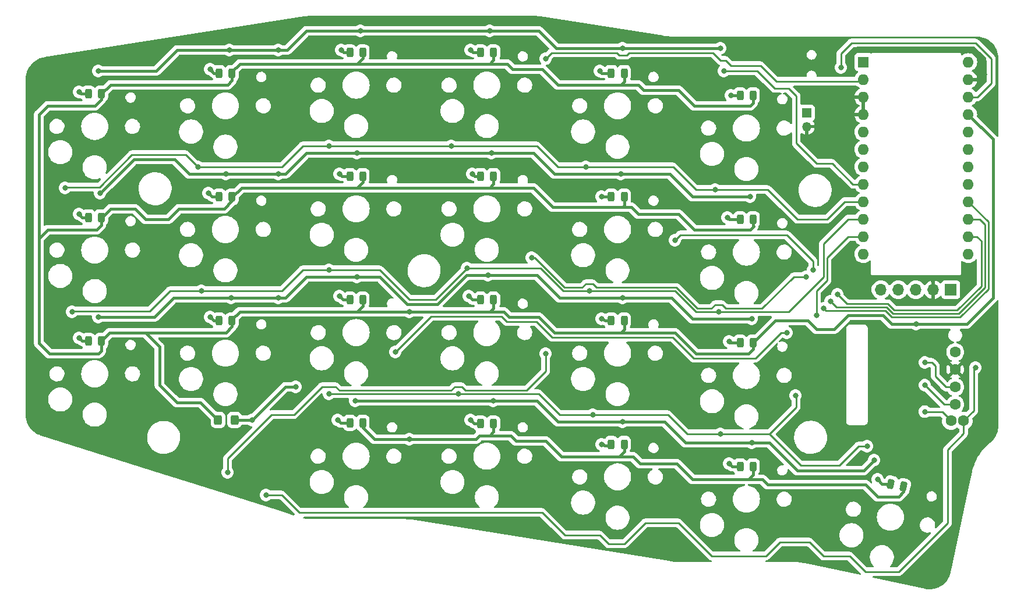
<source format=gtl>
G04 #@! TF.GenerationSoftware,KiCad,Pcbnew,7.0.5-0*
G04 #@! TF.CreationDate,2023-09-10T21:21:40+09:30*
G04 #@! TF.ProjectId,Rolio,526f6c69-6f2e-46b6-9963-61645f706362,rev?*
G04 #@! TF.SameCoordinates,Original*
G04 #@! TF.FileFunction,Copper,L1,Top*
G04 #@! TF.FilePolarity,Positive*
%FSLAX46Y46*%
G04 Gerber Fmt 4.6, Leading zero omitted, Abs format (unit mm)*
G04 Created by KiCad (PCBNEW 7.0.5-0) date 2023-09-10 21:21:40*
%MOMM*%
%LPD*%
G01*
G04 APERTURE LIST*
G04 Aperture macros list*
%AMRoundRect*
0 Rectangle with rounded corners*
0 $1 Rounding radius*
0 $2 $3 $4 $5 $6 $7 $8 $9 X,Y pos of 4 corners*
0 Add a 4 corners polygon primitive as box body*
4,1,4,$2,$3,$4,$5,$6,$7,$8,$9,$2,$3,0*
0 Add four circle primitives for the rounded corners*
1,1,$1+$1,$2,$3*
1,1,$1+$1,$4,$5*
1,1,$1+$1,$6,$7*
1,1,$1+$1,$8,$9*
0 Add four rect primitives between the rounded corners*
20,1,$1+$1,$2,$3,$4,$5,0*
20,1,$1+$1,$4,$5,$6,$7,0*
20,1,$1+$1,$6,$7,$8,$9,0*
20,1,$1+$1,$8,$9,$2,$3,0*%
G04 Aperture macros list end*
G04 #@! TA.AperFunction,SMDPad,CuDef*
%ADD10RoundRect,0.243750X-0.243750X-0.456250X0.243750X-0.456250X0.243750X0.456250X-0.243750X0.456250X0*%
G04 #@! TD*
G04 #@! TA.AperFunction,ComponentPad*
%ADD11R,1.700000X1.700000*%
G04 #@! TD*
G04 #@! TA.AperFunction,ComponentPad*
%ADD12O,1.700000X1.700000*%
G04 #@! TD*
G04 #@! TA.AperFunction,ComponentPad*
%ADD13C,1.600000*%
G04 #@! TD*
G04 #@! TA.AperFunction,SMDPad,CuDef*
%ADD14RoundRect,0.250000X0.325000X0.450000X-0.325000X0.450000X-0.325000X-0.450000X0.325000X-0.450000X0*%
G04 #@! TD*
G04 #@! TA.AperFunction,ComponentPad*
%ADD15R,1.600000X1.600000*%
G04 #@! TD*
G04 #@! TA.AperFunction,ComponentPad*
%ADD16O,1.600000X1.600000*%
G04 #@! TD*
G04 #@! TA.AperFunction,ComponentPad*
%ADD17R,1.350000X1.350000*%
G04 #@! TD*
G04 #@! TA.AperFunction,ComponentPad*
%ADD18O,1.350000X1.350000*%
G04 #@! TD*
G04 #@! TA.AperFunction,SMDPad,CuDef*
%ADD19RoundRect,0.243750X-0.333283X-0.395601X0.143564X-0.496958X0.333283X0.395601X-0.143564X0.496958X0*%
G04 #@! TD*
G04 #@! TA.AperFunction,ViaPad*
%ADD20C,0.800000*%
G04 #@! TD*
G04 #@! TA.AperFunction,Conductor*
%ADD21C,0.250000*%
G04 #@! TD*
G04 #@! TA.AperFunction,Conductor*
%ADD22C,0.400000*%
G04 #@! TD*
G04 APERTURE END LIST*
D10*
X118820500Y-37965000D03*
X120695500Y-37965000D03*
X118820500Y-73965000D03*
X120695500Y-73965000D03*
D11*
X187172400Y-72470000D03*
D12*
X184632400Y-72470000D03*
X182092400Y-72470000D03*
X179552400Y-72470000D03*
X177012400Y-72470000D03*
D10*
X99820500Y-37965000D03*
X101695500Y-37965000D03*
X156553400Y-44215000D03*
X158428400Y-44215000D03*
D13*
X187822400Y-89180000D03*
X187822400Y-86640000D03*
X187822400Y-84100000D03*
X187822400Y-81560000D03*
X189047400Y-91570000D03*
X187197400Y-91570000D03*
D10*
X156553400Y-80215000D03*
X158428400Y-80215000D03*
X99820500Y-91865000D03*
X101695500Y-91865000D03*
X99820500Y-55965000D03*
X101695500Y-55965000D03*
X80820500Y-76965000D03*
X82695500Y-76965000D03*
D14*
X83058000Y-91440000D03*
X80658000Y-91440000D03*
D10*
X156553400Y-98215000D03*
X158428400Y-98215000D03*
X61820500Y-79965000D03*
X63695500Y-79965000D03*
X137820500Y-58965000D03*
X139695500Y-58965000D03*
X80820500Y-40965000D03*
X82695500Y-40965000D03*
D15*
X174472400Y-39360000D03*
D16*
X174472400Y-41900000D03*
X174472400Y-44440000D03*
X174472400Y-46980000D03*
X174472400Y-49520000D03*
X174472400Y-52060000D03*
X174472400Y-54600000D03*
X174472400Y-57140000D03*
X174472400Y-59680000D03*
X174472400Y-62220000D03*
X174472400Y-64760000D03*
X174472400Y-67300000D03*
X189712400Y-67300000D03*
X189712400Y-64760000D03*
X189712400Y-62220000D03*
X189712400Y-59680000D03*
X189712400Y-57140000D03*
X189712400Y-54600000D03*
X189712400Y-52060000D03*
X189712400Y-49520000D03*
X189712400Y-46980000D03*
X189712400Y-44440000D03*
X189712400Y-41900000D03*
X189712400Y-39360000D03*
D10*
X137820500Y-94965000D03*
X139695500Y-94965000D03*
X80820500Y-58965000D03*
X82695500Y-58965000D03*
X156553400Y-62260000D03*
X158428400Y-62260000D03*
D17*
X166228203Y-46736000D03*
D18*
X166228203Y-48736000D03*
D10*
X118820500Y-55965000D03*
X120695500Y-55965000D03*
X137820500Y-76965000D03*
X139695500Y-76965000D03*
X137820500Y-40965000D03*
X139695500Y-40965000D03*
X99820500Y-73965000D03*
X101695500Y-73965000D03*
X118820500Y-91965000D03*
X120695500Y-91965000D03*
X61820500Y-43965000D03*
X63695500Y-43965000D03*
D19*
X178467955Y-100739947D03*
X180301981Y-101129781D03*
D10*
X61820500Y-61965000D03*
X63695500Y-61965000D03*
D20*
X154178000Y-40640000D03*
X134112000Y-54610000D03*
X58420000Y-57658000D03*
X96774000Y-51562000D03*
X152908000Y-57912000D03*
X114554000Y-51562000D03*
X77724000Y-54610000D03*
X96774000Y-69596000D03*
X78232000Y-72644000D03*
X134620000Y-72644000D03*
X59436000Y-75692000D03*
X116840000Y-69342000D03*
X153416000Y-75692000D03*
X170434000Y-69088000D03*
X171196000Y-43180000D03*
X147320000Y-45720000D03*
X170180000Y-85598000D03*
X76454000Y-99314000D03*
X192024000Y-41148000D03*
X109474000Y-60960000D03*
X165354000Y-110236000D03*
X145542000Y-107696000D03*
X77724000Y-91694000D03*
X172466000Y-38354000D03*
X192024000Y-45720000D03*
X171196000Y-46736000D03*
X192532000Y-92202000D03*
X171196000Y-50292000D03*
X192532000Y-90678000D03*
X77724000Y-93472000D03*
X176276000Y-84582000D03*
X145542000Y-109982000D03*
X172466000Y-71628000D03*
X170434000Y-70358000D03*
X170180000Y-84074000D03*
X146558000Y-77470000D03*
X108458000Y-75692000D03*
X182118000Y-77470000D03*
X108458000Y-94234000D03*
X183398277Y-83058000D03*
X183398277Y-86360000D03*
X190754000Y-83820000D03*
X87630000Y-102362000D03*
X163322000Y-78740000D03*
X168656000Y-75184000D03*
X106426000Y-81534000D03*
X126238000Y-67818000D03*
X166116000Y-70612000D03*
X169672000Y-74168000D03*
X167132000Y-69596000D03*
X147066000Y-65278000D03*
X170688000Y-73152000D03*
X155194000Y-44196000D03*
X171196000Y-40132000D03*
X183398277Y-90230451D03*
X136144000Y-40640000D03*
X115570000Y-87630000D03*
X175006000Y-95250000D03*
X153670000Y-93472000D03*
X135128000Y-90678000D03*
X96774000Y-87630000D03*
X167640000Y-76200000D03*
X164592000Y-87884000D03*
X117348000Y-37592000D03*
X98552000Y-37592000D03*
X79502000Y-40386000D03*
X60452000Y-43688000D03*
X154686000Y-61976000D03*
X136398000Y-58928000D03*
X117602000Y-55626000D03*
X98298000Y-55626000D03*
X79248000Y-58420000D03*
X60452000Y-61468000D03*
X154940000Y-80010000D03*
X136398000Y-76708000D03*
X117094000Y-73406000D03*
X98298000Y-73406000D03*
X79502000Y-76454000D03*
X60452000Y-79502000D03*
X176530000Y-100076000D03*
X154940000Y-97790000D03*
X136398000Y-94996000D03*
X176022000Y-97282000D03*
X119888000Y-70358000D03*
X82550000Y-73660000D03*
X120142000Y-34798000D03*
X139446000Y-91694000D03*
X100838000Y-70612000D03*
X139446000Y-73660000D03*
X158242000Y-94742000D03*
X82296000Y-37592000D03*
X120396000Y-52578000D03*
X91948000Y-86614000D03*
X89408000Y-73660000D03*
X139446000Y-37338000D03*
X139192000Y-55626000D03*
X63500000Y-58420000D03*
X89408000Y-55626000D03*
X81788000Y-55626000D03*
X101346000Y-34798000D03*
X120650000Y-88646000D03*
X157988000Y-58928000D03*
X153670000Y-37338000D03*
X100838000Y-52578000D03*
X85598000Y-91440000D03*
X89408000Y-37592000D03*
X63246000Y-76454000D03*
X100584000Y-88646000D03*
X158242000Y-76708000D03*
X63246000Y-40640000D03*
X128270000Y-81788000D03*
X128270000Y-38862000D03*
X82042000Y-99060000D03*
X117348000Y-91440000D03*
X98044000Y-91440000D03*
D21*
X172964000Y-57140000D02*
X174472400Y-57140000D01*
X163576000Y-43180000D02*
X164719000Y-44323000D01*
X169926000Y-54102000D02*
X172964000Y-57140000D01*
X167640000Y-54102000D02*
X169926000Y-54102000D01*
X159004000Y-40640000D02*
X161544000Y-43180000D01*
X164719000Y-44323000D02*
X164719000Y-51181000D01*
X154178000Y-40640000D02*
X159004000Y-40640000D01*
X161544000Y-43180000D02*
X163576000Y-43180000D01*
X164719000Y-51181000D02*
X167640000Y-54102000D01*
X169164000Y-62230000D02*
X171714000Y-59680000D01*
X77724000Y-54610000D02*
X89916000Y-54610000D01*
X146812000Y-54610000D02*
X150114000Y-57912000D01*
X77724000Y-54610000D02*
X75946000Y-52832000D01*
X58533000Y-57545000D02*
X58420000Y-57658000D01*
X89916000Y-54610000D02*
X92964000Y-51562000D01*
X152908000Y-57912000D02*
X160528000Y-57912000D01*
X127000000Y-51562000D02*
X130048000Y-54610000D01*
X171714000Y-59680000D02*
X174472400Y-59680000D01*
X130048000Y-54610000D02*
X134112000Y-54610000D01*
X75946000Y-52832000D02*
X68133406Y-52832000D01*
X150114000Y-57912000D02*
X152908000Y-57912000D01*
X114554000Y-51562000D02*
X127000000Y-51562000D01*
X96774000Y-51562000D02*
X114554000Y-51562000D01*
X164846000Y-62230000D02*
X169164000Y-62230000D01*
X68133406Y-52832000D02*
X63420406Y-57545000D01*
X160528000Y-57912000D02*
X164846000Y-62230000D01*
X92964000Y-51562000D02*
X96774000Y-51562000D01*
X134112000Y-54610000D02*
X146812000Y-54610000D01*
X63420406Y-57545000D02*
X58533000Y-57545000D01*
X150114000Y-75692000D02*
X153416000Y-75692000D01*
X130810000Y-72644000D02*
X134620000Y-72644000D01*
X92964000Y-69596000D02*
X96774000Y-69596000D01*
X108458000Y-73914000D02*
X112268000Y-73914000D01*
X174472400Y-62220000D02*
X172222000Y-62220000D01*
X147066000Y-72644000D02*
X150114000Y-75692000D01*
X104140000Y-69596000D02*
X108458000Y-73914000D01*
X163576000Y-75692000D02*
X153416000Y-75692000D01*
X112268000Y-73914000D02*
X116840000Y-69342000D01*
X73660000Y-72644000D02*
X78232000Y-72644000D01*
X59549000Y-75579000D02*
X70725000Y-75579000D01*
X168656000Y-65786000D02*
X168656000Y-70612000D01*
X89916000Y-72644000D02*
X92964000Y-69596000D01*
X96774000Y-69596000D02*
X104140000Y-69596000D01*
X78232000Y-72644000D02*
X89916000Y-72644000D01*
X168656000Y-70612000D02*
X163576000Y-75692000D01*
X59436000Y-75692000D02*
X59549000Y-75579000D01*
X116840000Y-69342000D02*
X127508000Y-69342000D01*
X127508000Y-69342000D02*
X130810000Y-72644000D01*
X70725000Y-75579000D02*
X73660000Y-72644000D01*
X172222000Y-62220000D02*
X168656000Y-65786000D01*
X134620000Y-72644000D02*
X147066000Y-72644000D01*
D22*
X192024000Y-38800594D02*
X190474406Y-37251000D01*
X184632400Y-72470000D02*
X184632400Y-71348400D01*
X174472400Y-46980000D02*
X171440000Y-46980000D01*
X184150000Y-70866000D02*
X170942000Y-70866000D01*
X174472400Y-44440000D02*
X174472400Y-46980000D01*
X184632400Y-71348400D02*
X184150000Y-70866000D01*
X173569000Y-37251000D02*
X172720000Y-38100000D01*
X192024000Y-41148000D02*
X192024000Y-38800594D01*
X191272000Y-41900000D02*
X192024000Y-41148000D01*
X189712400Y-41900000D02*
X191272000Y-41900000D01*
X171440000Y-46980000D02*
X171196000Y-46736000D01*
X172456000Y-44440000D02*
X171196000Y-43180000D01*
X170942000Y-70866000D02*
X170434000Y-70358000D01*
X190474406Y-37251000D02*
X173569000Y-37251000D01*
X172720000Y-38100000D02*
X172466000Y-38354000D01*
X174472400Y-44440000D02*
X172456000Y-44440000D01*
X128270000Y-94488000D02*
X130556000Y-96774000D01*
X158428400Y-63178400D02*
X158428400Y-62260000D01*
X139700000Y-42164000D02*
X139695500Y-42159500D01*
X82695500Y-40748500D02*
X83820000Y-39624000D01*
X158428400Y-99381600D02*
X158428400Y-98215000D01*
X130556000Y-96774000D02*
X138938000Y-96774000D01*
X193294000Y-50561600D02*
X189712400Y-46980000D01*
X120695500Y-75184000D02*
X120650000Y-75184000D01*
X142494000Y-43434000D02*
X147574000Y-43434000D01*
X127254000Y-76454000D02*
X129540000Y-78740000D01*
X120142000Y-75692000D02*
X122174000Y-75692000D01*
X149860000Y-63754000D02*
X157988000Y-63754000D01*
X74930000Y-60706000D02*
X81534000Y-60706000D01*
X138938000Y-96774000D02*
X140970000Y-96774000D01*
X100838000Y-75692000D02*
X101695500Y-74834500D01*
X84074000Y-57658000D02*
X100838000Y-57658000D01*
X120695500Y-57104500D02*
X120695500Y-55965000D01*
X68580000Y-78740000D02*
X81788000Y-78740000D01*
X101695500Y-56800500D02*
X101695500Y-55965000D01*
X100838000Y-39624000D02*
X120142000Y-39624000D01*
X120650000Y-75184000D02*
X120142000Y-75692000D01*
X81788000Y-78740000D02*
X82695500Y-77832500D01*
X83820000Y-39624000D02*
X100838000Y-39624000D01*
X149606000Y-100076000D02*
X157734000Y-100076000D01*
X159766000Y-100076000D02*
X160528000Y-100838000D01*
X174752000Y-100838000D02*
X176530000Y-102616000D01*
X56134000Y-81788000D02*
X63246000Y-81788000D01*
X63695500Y-43965000D02*
X63695500Y-44762500D01*
X62738000Y-45720000D02*
X55880000Y-45720000D01*
X70104000Y-62230000D02*
X73406000Y-62230000D01*
X63731000Y-43965000D02*
X65024000Y-42672000D01*
X63695500Y-44762500D02*
X62738000Y-45720000D01*
X147066000Y-78740000D02*
X150114000Y-81788000D01*
X82695500Y-77832500D02*
X82695500Y-76965000D01*
X63695500Y-63050500D02*
X62992000Y-63754000D01*
X149860000Y-45720000D02*
X157988000Y-45720000D01*
X108458000Y-94234000D02*
X118110000Y-94234000D01*
X147320000Y-97790000D02*
X149606000Y-100076000D01*
X120142000Y-39624000D02*
X122682000Y-39624000D01*
X139695500Y-42159500D02*
X139695500Y-40965000D01*
X160528000Y-100838000D02*
X174752000Y-100838000D01*
X130048000Y-42672000D02*
X139192000Y-42672000D01*
X100838000Y-57658000D02*
X120142000Y-57658000D01*
X127762000Y-40386000D02*
X130048000Y-42672000D01*
X122682000Y-39624000D02*
X123444000Y-40386000D01*
X108458000Y-94234000D02*
X103378000Y-94234000D01*
X129286000Y-60452000D02*
X139446000Y-60452000D01*
X82695500Y-42018500D02*
X82695500Y-40965000D01*
X126492000Y-57658000D02*
X129286000Y-60452000D01*
X157988000Y-63754000D02*
X158496000Y-63246000D01*
X108458000Y-75692000D02*
X120142000Y-75692000D01*
X101695500Y-74834500D02*
X101695500Y-73965000D01*
X139446000Y-60452000D02*
X139700000Y-60198000D01*
X63695500Y-61965000D02*
X63695500Y-63050500D01*
X78118000Y-88900000D02*
X74676000Y-88900000D01*
X64920500Y-78740000D02*
X68580000Y-78740000D01*
X122936000Y-76454000D02*
X127254000Y-76454000D01*
X139446000Y-60452000D02*
X140716000Y-60452000D01*
X157734000Y-81788000D02*
X158428400Y-81093600D01*
X100838000Y-75692000D02*
X108458000Y-75692000D01*
X179578000Y-102616000D02*
X180301981Y-101892019D01*
X167640000Y-78232000D02*
X170180000Y-78232000D01*
X177292000Y-76200000D02*
X178562000Y-77470000D01*
X141732000Y-42672000D02*
X142494000Y-43434000D01*
X65024000Y-42672000D02*
X82042000Y-42672000D01*
X139192000Y-78740000D02*
X147066000Y-78740000D01*
X178562000Y-77470000D02*
X182118000Y-77470000D01*
X72136000Y-80772000D02*
X70104000Y-78740000D01*
X139192000Y-42672000D02*
X141732000Y-42672000D01*
X150114000Y-81788000D02*
X157734000Y-81788000D01*
X120695500Y-75184000D02*
X120695500Y-73965000D01*
X141986000Y-97790000D02*
X147320000Y-97790000D01*
X147574000Y-61468000D02*
X149860000Y-63754000D01*
X54610000Y-80264000D02*
X56134000Y-81788000D01*
X161681400Y-76962000D02*
X166370000Y-76962000D01*
X72136000Y-86360000D02*
X72136000Y-80772000D01*
X123190000Y-93726000D02*
X123952000Y-94488000D01*
X63695500Y-81338500D02*
X63695500Y-79965000D01*
X120142000Y-57658000D02*
X126492000Y-57658000D01*
X139192000Y-42672000D02*
X139700000Y-42164000D01*
X63765000Y-61965000D02*
X65024000Y-60706000D01*
X166370000Y-76962000D02*
X167640000Y-78232000D01*
X82695500Y-76816500D02*
X83820000Y-75692000D01*
X158428400Y-80215000D02*
X161681400Y-76962000D01*
X157734000Y-100076000D02*
X159766000Y-100076000D01*
X139695500Y-60193500D02*
X139695500Y-58965000D01*
X172212000Y-76200000D02*
X177292000Y-76200000D01*
X83820000Y-75692000D02*
X100838000Y-75692000D01*
X101695500Y-92551500D02*
X101695500Y-91865000D01*
X140970000Y-96774000D02*
X141986000Y-97790000D01*
X118618000Y-93726000D02*
X120142000Y-93726000D01*
X139695500Y-95215000D02*
X139695500Y-96016500D01*
X123952000Y-94488000D02*
X128270000Y-94488000D01*
X82042000Y-42672000D02*
X82695500Y-42018500D01*
X82767000Y-58965000D02*
X84074000Y-57658000D01*
X158428400Y-81093600D02*
X158428400Y-80215000D01*
X139192000Y-78740000D02*
X139695500Y-78236500D01*
X182118000Y-77470000D02*
X189484000Y-77470000D01*
X73406000Y-62230000D02*
X74930000Y-60706000D01*
X122174000Y-75692000D02*
X122936000Y-76454000D01*
X180301981Y-101892019D02*
X180301981Y-101129781D01*
X139695500Y-78236500D02*
X139695500Y-76965000D01*
X140716000Y-60452000D02*
X141732000Y-61468000D01*
X80658000Y-91440000D02*
X78118000Y-88900000D01*
X120695500Y-39070500D02*
X120695500Y-37965000D01*
X176530000Y-102616000D02*
X179578000Y-102616000D01*
X147574000Y-43434000D02*
X149860000Y-45720000D01*
X68580000Y-60706000D02*
X70104000Y-62230000D01*
X74676000Y-88900000D02*
X72136000Y-86360000D01*
X120142000Y-57658000D02*
X120695500Y-57104500D01*
X81534000Y-60706000D02*
X82695500Y-59544500D01*
X65024000Y-60706000D02*
X68580000Y-60706000D01*
X189484000Y-77470000D02*
X193294000Y-73660000D01*
X139700000Y-60198000D02*
X139695500Y-60193500D01*
X63695500Y-79965000D02*
X64920500Y-78740000D01*
X100838000Y-39624000D02*
X101695500Y-38766500D01*
X63246000Y-81788000D02*
X63695500Y-81338500D01*
X82695500Y-59544500D02*
X82695500Y-58965000D01*
X118110000Y-94234000D02*
X118618000Y-93726000D01*
X123444000Y-40386000D02*
X127762000Y-40386000D01*
X158496000Y-63246000D02*
X158428400Y-63178400D01*
X54610000Y-46990000D02*
X54610000Y-65024000D01*
X141732000Y-61468000D02*
X147574000Y-61468000D01*
X101695500Y-38766500D02*
X101695500Y-37965000D01*
X103378000Y-94234000D02*
X101695500Y-92551500D01*
X170180000Y-78232000D02*
X172212000Y-76200000D01*
X54610000Y-65024000D02*
X54610000Y-80264000D01*
X193294000Y-73660000D02*
X193294000Y-50561600D01*
X55880000Y-45720000D02*
X54610000Y-46990000D01*
X120142000Y-93726000D02*
X123190000Y-93726000D01*
X55880000Y-63754000D02*
X54610000Y-65024000D01*
X158428400Y-45279600D02*
X158428400Y-44215000D01*
X120142000Y-93726000D02*
X120695500Y-93172500D01*
X139695500Y-96016500D02*
X138938000Y-96774000D01*
X157988000Y-45720000D02*
X158428400Y-45279600D01*
X70104000Y-78740000D02*
X68580000Y-78740000D01*
X120695500Y-93172500D02*
X120695500Y-91965000D01*
X62992000Y-63754000D02*
X55880000Y-63754000D01*
X120142000Y-39624000D02*
X120695500Y-39070500D01*
X100838000Y-57658000D02*
X101695500Y-56800500D01*
X157734000Y-100076000D02*
X158428400Y-99381600D01*
X129540000Y-78740000D02*
X139192000Y-78740000D01*
D21*
X186462000Y-86640000D02*
X184912000Y-85090000D01*
X184912000Y-85090000D02*
X184912000Y-83566000D01*
X184912000Y-83566000D02*
X184404000Y-83058000D01*
X184404000Y-83058000D02*
X183398277Y-83058000D01*
X187822400Y-86640000D02*
X186462000Y-86640000D01*
X187822400Y-89180000D02*
X186218277Y-89180000D01*
X186218277Y-89180000D02*
X183398277Y-86360000D01*
X160274000Y-111252000D02*
X152400000Y-111252000D01*
X174752000Y-113538000D02*
X172466000Y-111252000D01*
X189047400Y-91570000D02*
X189047400Y-93400600D01*
X139700000Y-109474000D02*
X137414000Y-109474000D01*
X189047400Y-93400600D02*
X186690000Y-95758000D01*
X179578000Y-113538000D02*
X174752000Y-113538000D01*
X137414000Y-109474000D02*
X136144000Y-108204000D01*
X186690000Y-106426000D02*
X179578000Y-113538000D01*
X168656000Y-111252000D02*
X166624000Y-109220000D01*
X136144000Y-108204000D02*
X131064000Y-108204000D01*
X152400000Y-111252000D02*
X147574000Y-106426000D01*
X127762000Y-104902000D02*
X92456000Y-104902000D01*
X172466000Y-111252000D02*
X168656000Y-111252000D01*
X189047400Y-91570000D02*
X190500000Y-90117400D01*
X89916000Y-102362000D02*
X87630000Y-102362000D01*
X190500000Y-90117400D02*
X190500000Y-84074000D01*
X162306000Y-109220000D02*
X160274000Y-111252000D01*
X190500000Y-84074000D02*
X190754000Y-83820000D01*
X147574000Y-106426000D02*
X142748000Y-106426000D01*
X186690000Y-95758000D02*
X186690000Y-106426000D01*
X92456000Y-104902000D02*
X89916000Y-102362000D01*
X131064000Y-108204000D02*
X127762000Y-104902000D01*
X166624000Y-109220000D02*
X162306000Y-109220000D01*
X142748000Y-106426000D02*
X139700000Y-109474000D01*
X146786406Y-79415000D02*
X129260406Y-79415000D01*
X177633000Y-75525000D02*
X168997000Y-75525000D01*
X126974406Y-77129000D02*
X122656406Y-77129000D01*
X149834406Y-82463000D02*
X146786406Y-79415000D01*
X129260406Y-79415000D02*
X126974406Y-77129000D01*
X158750000Y-82463000D02*
X149834406Y-82463000D01*
X192619000Y-62586600D02*
X189712400Y-59680000D01*
X122656406Y-77129000D02*
X121894406Y-76367000D01*
X111593000Y-76367000D02*
X106426000Y-81534000D01*
X177633000Y-75525000D02*
X178562000Y-76454000D01*
X188529406Y-76454000D02*
X192619000Y-72364406D01*
X168997000Y-75525000D02*
X168656000Y-75184000D01*
X178562000Y-76454000D02*
X188529406Y-76454000D01*
X121894406Y-76367000D02*
X111593000Y-76367000D01*
X192619000Y-72364406D02*
X192619000Y-62586600D01*
X158750000Y-82463000D02*
X162473000Y-78740000D01*
X162473000Y-78740000D02*
X163322000Y-78740000D01*
X152908000Y-74676000D02*
X152392000Y-75192000D01*
X191347000Y-62220000D02*
X192119000Y-62992000D01*
X135128000Y-71628000D02*
X134112000Y-71628000D01*
X133596000Y-72144000D02*
X131017106Y-72144000D01*
X192119000Y-72157300D02*
X188322300Y-75954000D01*
X147273106Y-72144000D02*
X135644000Y-72144000D01*
X131017106Y-72144000D02*
X126691106Y-67818000D01*
X154440000Y-75192000D02*
X153924000Y-74676000D01*
X170529000Y-75025000D02*
X169672000Y-74168000D01*
X135644000Y-72144000D02*
X135128000Y-71628000D01*
X134112000Y-71628000D02*
X133596000Y-72144000D01*
X164338000Y-70612000D02*
X159758000Y-75192000D01*
X152392000Y-75192000D02*
X150321106Y-75192000D01*
X126691106Y-67818000D02*
X126238000Y-67818000D01*
X166116000Y-70612000D02*
X164338000Y-70612000D01*
X189712400Y-62220000D02*
X191347000Y-62220000D01*
X159758000Y-75192000D02*
X154440000Y-75192000D01*
X150321106Y-75192000D02*
X147273106Y-72144000D01*
X177840106Y-75025000D02*
X170529000Y-75025000D01*
X188322300Y-75954000D02*
X178769106Y-75954000D01*
X178769106Y-75954000D02*
X177840106Y-75025000D01*
X153924000Y-74676000D02*
X152908000Y-74676000D01*
X192119000Y-62992000D02*
X192119000Y-72157300D01*
X172061000Y-74525000D02*
X178047212Y-74525000D01*
X147828000Y-64516000D02*
X147066000Y-65278000D01*
X191619000Y-65381000D02*
X190998000Y-64760000D01*
X178047212Y-74525000D02*
X178976212Y-75454000D01*
X190998000Y-64760000D02*
X189712400Y-64760000D01*
X170688000Y-73152000D02*
X172061000Y-74525000D01*
X178976212Y-75454000D02*
X188115194Y-75454000D01*
X188115194Y-75454000D02*
X191619000Y-71950194D01*
X167132000Y-69596000D02*
X167132000Y-68326000D01*
X191619000Y-71950194D02*
X191619000Y-65381000D01*
X167132000Y-68326000D02*
X163322000Y-64516000D01*
X163322000Y-64516000D02*
X147828000Y-64516000D01*
D22*
X156553400Y-44215000D02*
X155194000Y-44196000D01*
D21*
X171196000Y-40132000D02*
X171196000Y-38100000D01*
X172720000Y-36576000D02*
X190754000Y-36576000D01*
X193040000Y-42418000D02*
X191018000Y-44440000D01*
X191018000Y-44440000D02*
X189712400Y-44440000D01*
X171196000Y-38100000D02*
X172720000Y-36576000D01*
X193040000Y-38862000D02*
X193040000Y-42418000D01*
X190754000Y-36576000D02*
X193040000Y-38862000D01*
X183468426Y-90300600D02*
X185928000Y-90300600D01*
X185928000Y-90300600D02*
X187197400Y-91570000D01*
X183398277Y-90230451D02*
X183468426Y-90300600D01*
D22*
X136144000Y-40640000D02*
X136469000Y-40965000D01*
X136469000Y-40965000D02*
X137820500Y-40965000D01*
D21*
X167640000Y-72644000D02*
X169164000Y-71120000D01*
X169164000Y-71120000D02*
X169164000Y-67818000D01*
X172222000Y-64760000D02*
X174472400Y-64760000D01*
X96774000Y-87630000D02*
X115570000Y-87630000D01*
X173736000Y-95250000D02*
X175006000Y-95250000D01*
X115570000Y-87630000D02*
X127254000Y-87630000D01*
X170942000Y-98044000D02*
X173736000Y-95250000D01*
X148844000Y-93472000D02*
X153670000Y-93472000D01*
X169164000Y-67818000D02*
X172222000Y-64760000D01*
X167640000Y-76200000D02*
X167640000Y-72644000D01*
X160782000Y-93472000D02*
X165354000Y-98044000D01*
X164691553Y-89562447D02*
X160782000Y-93472000D01*
X165354000Y-98044000D02*
X170942000Y-98044000D01*
X135128000Y-90678000D02*
X146050000Y-90678000D01*
X146050000Y-90678000D02*
X148844000Y-93472000D01*
X127254000Y-87630000D02*
X130302000Y-90678000D01*
X153670000Y-93472000D02*
X160782000Y-93472000D01*
X164691553Y-87983553D02*
X164691553Y-89562447D01*
X130302000Y-90678000D02*
X135128000Y-90678000D01*
D22*
X118820500Y-37965000D02*
X117721000Y-37965000D01*
X117348000Y-37592000D02*
X117721000Y-37965000D01*
X99820500Y-37965000D02*
X98925000Y-37965000D01*
X98552000Y-37592000D02*
X98925000Y-37965000D01*
X80081000Y-40965000D02*
X79502000Y-40386000D01*
X80820500Y-40965000D02*
X80081000Y-40965000D01*
X60729000Y-43965000D02*
X60452000Y-43688000D01*
X61820500Y-43965000D02*
X60729000Y-43965000D01*
X154970000Y-62260000D02*
X156553400Y-62260000D01*
X154686000Y-61976000D02*
X154970000Y-62260000D01*
X136398000Y-58928000D02*
X137783500Y-58928000D01*
X117941000Y-55965000D02*
X117602000Y-55626000D01*
X118820500Y-55965000D02*
X117941000Y-55965000D01*
X99820500Y-55965000D02*
X98637000Y-55965000D01*
X98637000Y-55965000D02*
X98298000Y-55626000D01*
X79248000Y-58420000D02*
X79793000Y-58965000D01*
X80820500Y-58965000D02*
X79793000Y-58965000D01*
X60452000Y-61468000D02*
X60949000Y-61965000D01*
X61820500Y-61965000D02*
X60949000Y-61965000D01*
X156553400Y-80215000D02*
X155145000Y-80215000D01*
X155145000Y-80215000D02*
X154940000Y-80010000D01*
X137820500Y-76965000D02*
X136909000Y-76965000D01*
X136909000Y-76965000D02*
X136398000Y-76708000D01*
X117094000Y-73406000D02*
X117653000Y-73965000D01*
X118820500Y-73965000D02*
X117653000Y-73965000D01*
X98298000Y-73406000D02*
X98857000Y-73965000D01*
X99820500Y-73965000D02*
X98857000Y-73965000D01*
X79502000Y-76454000D02*
X80013000Y-76965000D01*
X80820500Y-76965000D02*
X80013000Y-76965000D01*
X60915000Y-79965000D02*
X60452000Y-79502000D01*
X61820500Y-79965000D02*
X60915000Y-79965000D01*
X177193947Y-100739947D02*
X176530000Y-100076000D01*
X178467955Y-100739947D02*
X177193947Y-100739947D01*
X154940000Y-97790000D02*
X155365000Y-98215000D01*
X156553400Y-98215000D02*
X155365000Y-98215000D01*
X136871000Y-95215000D02*
X136398000Y-94996000D01*
X136652000Y-94996000D02*
X136871000Y-95215000D01*
X137820500Y-95215000D02*
X136871000Y-95215000D01*
X136398000Y-94996000D02*
X136652000Y-94996000D01*
X148590000Y-94742000D02*
X158242000Y-94742000D01*
X129540000Y-55626000D02*
X138430000Y-55626000D01*
X90678000Y-37592000D02*
X93472000Y-34798000D01*
X130302000Y-73660000D02*
X139446000Y-73660000D01*
X89408000Y-37592000D02*
X90678000Y-37592000D01*
X100838000Y-52578000D02*
X119634000Y-52578000D01*
X108178406Y-74589000D02*
X112547594Y-74589000D01*
X164846000Y-98806000D02*
X160782000Y-94742000D01*
X89408000Y-73660000D02*
X82550000Y-73660000D01*
X176022000Y-97282000D02*
X174498000Y-98806000D01*
X138430000Y-55626000D02*
X139192000Y-55626000D01*
X149606000Y-76708000D02*
X158242000Y-76708000D01*
X85598000Y-91440000D02*
X83058000Y-91440000D01*
X127254000Y-34798000D02*
X129794000Y-37338000D01*
X119888000Y-70358000D02*
X127000000Y-70358000D01*
X82550000Y-73660000D02*
X74168000Y-73660000D01*
X100838000Y-70612000D02*
X93472000Y-70612000D01*
X127000000Y-70358000D02*
X130302000Y-73660000D01*
X120142000Y-34798000D02*
X127254000Y-34798000D01*
X89408000Y-37592000D02*
X82296000Y-37592000D01*
X68413000Y-53507000D02*
X74335000Y-53507000D01*
X90424000Y-86614000D02*
X91948000Y-86614000D01*
X149606000Y-58928000D02*
X157988000Y-58928000D01*
X139446000Y-91694000D02*
X145542000Y-91694000D01*
X139446000Y-73660000D02*
X146558000Y-73660000D01*
X85598000Y-91440000D02*
X90424000Y-86614000D01*
X89408000Y-55626000D02*
X81788000Y-55626000D01*
X139446000Y-37338000D02*
X129794000Y-37338000D01*
X101346000Y-34798000D02*
X120142000Y-34798000D01*
X139446000Y-37338000D02*
X153670000Y-37338000D01*
X93472000Y-34798000D02*
X101346000Y-34798000D01*
X146304000Y-55626000D02*
X149606000Y-58928000D01*
X138430000Y-55626000D02*
X146304000Y-55626000D01*
X90424000Y-73660000D02*
X89408000Y-73660000D01*
X63500000Y-58420000D02*
X68413000Y-53507000D01*
X174498000Y-98806000D02*
X164846000Y-98806000D01*
X82296000Y-37592000D02*
X74676000Y-37592000D01*
X76454000Y-55626000D02*
X81788000Y-55626000D01*
X104201406Y-70612000D02*
X108178406Y-74589000D01*
X119634000Y-52578000D02*
X126492000Y-52578000D01*
X160782000Y-94742000D02*
X158242000Y-94742000D01*
X90424000Y-55626000D02*
X89408000Y-55626000D01*
X100838000Y-70612000D02*
X104201406Y-70612000D01*
X145542000Y-91694000D02*
X148590000Y-94742000D01*
X126492000Y-52578000D02*
X129540000Y-55626000D01*
X71628000Y-40640000D02*
X74676000Y-37592000D01*
X74335000Y-53507000D02*
X76454000Y-55626000D01*
X63246000Y-40640000D02*
X71628000Y-40640000D01*
X119634000Y-52578000D02*
X120396000Y-52578000D01*
X100838000Y-52578000D02*
X93472000Y-52578000D01*
X116778594Y-70358000D02*
X119888000Y-70358000D01*
X100584000Y-88646000D02*
X120650000Y-88646000D01*
X112547594Y-74589000D02*
X116778594Y-70358000D01*
X93472000Y-70612000D02*
X90424000Y-73660000D01*
X71374000Y-76454000D02*
X63246000Y-76454000D01*
X93472000Y-52578000D02*
X90424000Y-55626000D01*
X130048000Y-91694000D02*
X139446000Y-91694000D01*
X120650000Y-88646000D02*
X127000000Y-88646000D01*
X127000000Y-88646000D02*
X130048000Y-91694000D01*
X74168000Y-73660000D02*
X71374000Y-76454000D01*
X146558000Y-73660000D02*
X149606000Y-76708000D01*
D21*
X82042000Y-99060000D02*
X82042000Y-97028000D01*
X115064000Y-86614000D02*
X116078000Y-86614000D01*
X97782000Y-86614000D02*
X98298000Y-87130000D01*
X138597000Y-38013000D02*
X138938000Y-38354000D01*
X82042000Y-97028000D02*
X88392000Y-90678000D01*
X159512000Y-39878000D02*
X161798000Y-42164000D01*
X125476000Y-87122000D02*
X128270000Y-84328000D01*
X128270000Y-38862000D02*
X129119000Y-38013000D01*
X153670000Y-39116000D02*
X154432000Y-39116000D01*
X88392000Y-90678000D02*
X91694000Y-90678000D01*
X152567000Y-38013000D02*
X153670000Y-39116000D01*
X91694000Y-90678000D02*
X95758000Y-86614000D01*
X161798000Y-42164000D02*
X174208400Y-42164000D01*
X155194000Y-39878000D02*
X159512000Y-39878000D01*
X114548000Y-87130000D02*
X115064000Y-86614000D01*
X95758000Y-86614000D02*
X97782000Y-86614000D01*
X128270000Y-84328000D02*
X128270000Y-81788000D01*
X138938000Y-38354000D02*
X140037500Y-38354000D01*
X116586000Y-87122000D02*
X125476000Y-87122000D01*
X116078000Y-86614000D02*
X116586000Y-87122000D01*
X154432000Y-39116000D02*
X155194000Y-39878000D01*
X98298000Y-87130000D02*
X114548000Y-87130000D01*
X129119000Y-38013000D02*
X138597000Y-38013000D01*
X140378500Y-38013000D02*
X152567000Y-38013000D01*
X140037500Y-38354000D02*
X140378500Y-38013000D01*
D22*
X117348000Y-91440000D02*
X117873000Y-91965000D01*
X118820500Y-91965000D02*
X117873000Y-91965000D01*
X98044000Y-91440000D02*
X98469000Y-91865000D01*
X99820500Y-91865000D02*
X98469000Y-91865000D01*
G04 #@! TA.AperFunction,Conductor*
G36*
X194075086Y-74028544D02*
G01*
X194107216Y-74090588D01*
X194109500Y-74114278D01*
X194109500Y-92204243D01*
X194109499Y-92204257D01*
X194109499Y-92252579D01*
X194109422Y-92255661D01*
X194094080Y-92563905D01*
X194093467Y-92570045D01*
X194047810Y-92873713D01*
X194046590Y-92879762D01*
X193970993Y-93177378D01*
X193969178Y-93183276D01*
X193864387Y-93471913D01*
X193861995Y-93477602D01*
X193729043Y-93754411D01*
X193726098Y-93759834D01*
X193566310Y-94022056D01*
X193562841Y-94027159D01*
X193377793Y-94272213D01*
X193373834Y-94276947D01*
X193165353Y-94502406D01*
X193160944Y-94506722D01*
X192929808Y-94711497D01*
X192927459Y-94713476D01*
X192922081Y-94717785D01*
X192910752Y-94726861D01*
X192909194Y-94728109D01*
X192889531Y-94743855D01*
X192889488Y-94743896D01*
X192726571Y-94874416D01*
X192726565Y-94874421D01*
X192345239Y-95225335D01*
X192345226Y-95225348D01*
X191988854Y-95601576D01*
X191659112Y-96001348D01*
X191659111Y-96001350D01*
X191357533Y-96422815D01*
X191085581Y-96863922D01*
X190844494Y-97322662D01*
X190844487Y-97322675D01*
X190635424Y-97796843D01*
X190588041Y-97928010D01*
X190459353Y-98284243D01*
X190459351Y-98284249D01*
X190459351Y-98284250D01*
X190317107Y-98782574D01*
X190317104Y-98782588D01*
X190268655Y-99010339D01*
X190268635Y-99010415D01*
X189875361Y-100860623D01*
X187314259Y-112909666D01*
X187179960Y-113541491D01*
X187179950Y-113541531D01*
X187171584Y-113580893D01*
X187170826Y-113584050D01*
X187126220Y-113750529D01*
X187097517Y-113857659D01*
X187086771Y-113897765D01*
X187084764Y-113903941D01*
X186968955Y-114205640D01*
X186966313Y-114211573D01*
X186819607Y-114499507D01*
X186816360Y-114505131D01*
X186640349Y-114776168D01*
X186636532Y-114781422D01*
X186433160Y-115032569D01*
X186428815Y-115037395D01*
X186200311Y-115265899D01*
X186195485Y-115270244D01*
X185944337Y-115473622D01*
X185939083Y-115477440D01*
X185668063Y-115653442D01*
X185662439Y-115656689D01*
X185374490Y-115803405D01*
X185368558Y-115806046D01*
X185066866Y-115921855D01*
X185060690Y-115923861D01*
X184748533Y-116007503D01*
X184742189Y-116008852D01*
X184621109Y-116028028D01*
X184423005Y-116059403D01*
X184416546Y-116060082D01*
X184093823Y-116076993D01*
X184087329Y-116076993D01*
X183764608Y-116060078D01*
X183758150Y-116059399D01*
X183717416Y-116052947D01*
X183437458Y-116008602D01*
X183434272Y-116008012D01*
X175910517Y-114408789D01*
X175849036Y-114375598D01*
X175815260Y-114314435D01*
X175819912Y-114244720D01*
X175861517Y-114188588D01*
X175926864Y-114163859D01*
X175936299Y-114163500D01*
X179495257Y-114163500D01*
X179510877Y-114165224D01*
X179510904Y-114164939D01*
X179518666Y-114165673D01*
X179518666Y-114165672D01*
X179518667Y-114165673D01*
X179521999Y-114165568D01*
X179586847Y-114163531D01*
X179588794Y-114163500D01*
X179617347Y-114163500D01*
X179617350Y-114163500D01*
X179624228Y-114162630D01*
X179630041Y-114162172D01*
X179676627Y-114160709D01*
X179695869Y-114155117D01*
X179714912Y-114151174D01*
X179734792Y-114148664D01*
X179778122Y-114131507D01*
X179783646Y-114129617D01*
X179787396Y-114128527D01*
X179828390Y-114116618D01*
X179845629Y-114106422D01*
X179863103Y-114097862D01*
X179881727Y-114090488D01*
X179881727Y-114090487D01*
X179881732Y-114090486D01*
X179919449Y-114063082D01*
X179924305Y-114059892D01*
X179964420Y-114036170D01*
X179978589Y-114021999D01*
X179993379Y-114009368D01*
X180009587Y-113997594D01*
X180039299Y-113961676D01*
X180043212Y-113957376D01*
X187073788Y-106926801D01*
X187086042Y-106916986D01*
X187085859Y-106916764D01*
X187091868Y-106911791D01*
X187091877Y-106911786D01*
X187138607Y-106862022D01*
X187139846Y-106860743D01*
X187160120Y-106840471D01*
X187164379Y-106834978D01*
X187168152Y-106830561D01*
X187200062Y-106796582D01*
X187209715Y-106779020D01*
X187220389Y-106762770D01*
X187232673Y-106746936D01*
X187251180Y-106704167D01*
X187253749Y-106698924D01*
X187276196Y-106658093D01*
X187276197Y-106658092D01*
X187281177Y-106638691D01*
X187287478Y-106620288D01*
X187295438Y-106601896D01*
X187302730Y-106555849D01*
X187303911Y-106550152D01*
X187304540Y-106547704D01*
X187315500Y-106505019D01*
X187315500Y-106484974D01*
X187317025Y-106465591D01*
X187320160Y-106445804D01*
X187315775Y-106399415D01*
X187315500Y-106393577D01*
X187315500Y-96068451D01*
X187335185Y-96001412D01*
X187351814Y-95980775D01*
X189431188Y-93901401D01*
X189443442Y-93891586D01*
X189443259Y-93891364D01*
X189449268Y-93886391D01*
X189449277Y-93886386D01*
X189496007Y-93836622D01*
X189497246Y-93835343D01*
X189517520Y-93815071D01*
X189521779Y-93809578D01*
X189525552Y-93805161D01*
X189557462Y-93771182D01*
X189567115Y-93753620D01*
X189577789Y-93737370D01*
X189590073Y-93721536D01*
X189608580Y-93678767D01*
X189611149Y-93673524D01*
X189633596Y-93632693D01*
X189633597Y-93632692D01*
X189638577Y-93613291D01*
X189644878Y-93594888D01*
X189652838Y-93576496D01*
X189660130Y-93530449D01*
X189661311Y-93524752D01*
X189672900Y-93479619D01*
X189672900Y-93459583D01*
X189674427Y-93440183D01*
X189677560Y-93420404D01*
X189673175Y-93374025D01*
X189672899Y-93368185D01*
X189672899Y-93044451D01*
X189672899Y-92784184D01*
X189692584Y-92717149D01*
X189725774Y-92682614D01*
X189886539Y-92570047D01*
X190047447Y-92409139D01*
X190177968Y-92222734D01*
X190274139Y-92016496D01*
X190333035Y-91796692D01*
X190350741Y-91594307D01*
X190352868Y-91570001D01*
X190352868Y-91569998D01*
X190338565Y-91406519D01*
X190333035Y-91343308D01*
X190314718Y-91274947D01*
X190316381Y-91205101D01*
X190346810Y-91155178D01*
X190883786Y-90618202D01*
X190896048Y-90608380D01*
X190895865Y-90608159D01*
X190901873Y-90603188D01*
X190901877Y-90603186D01*
X190948649Y-90553377D01*
X190949891Y-90552097D01*
X190970120Y-90531870D01*
X190974373Y-90526386D01*
X190978150Y-90521963D01*
X191010062Y-90487982D01*
X191019714Y-90470423D01*
X191030389Y-90454172D01*
X191042674Y-90438336D01*
X191061186Y-90395552D01*
X191063742Y-90390335D01*
X191086197Y-90349492D01*
X191091180Y-90330080D01*
X191097477Y-90311691D01*
X191105438Y-90293295D01*
X191112729Y-90247253D01*
X191113908Y-90241562D01*
X191125500Y-90196419D01*
X191125500Y-90176374D01*
X191127025Y-90156991D01*
X191130160Y-90137204D01*
X191129982Y-90135325D01*
X191127990Y-90114248D01*
X191125772Y-90090794D01*
X191125499Y-90084999D01*
X191125499Y-84720843D01*
X191145184Y-84653805D01*
X191197988Y-84608050D01*
X191199067Y-84607563D01*
X191202195Y-84606170D01*
X191206730Y-84604151D01*
X191359871Y-84492888D01*
X191486533Y-84352216D01*
X191581179Y-84188284D01*
X191639674Y-84008256D01*
X191659460Y-83820000D01*
X191639674Y-83631744D01*
X191581179Y-83451716D01*
X191486533Y-83287784D01*
X191359871Y-83147112D01*
X191359870Y-83147111D01*
X191206734Y-83035851D01*
X191206729Y-83035848D01*
X191033807Y-82958857D01*
X191033802Y-82958855D01*
X190888001Y-82927865D01*
X190848646Y-82919500D01*
X190659354Y-82919500D01*
X190626897Y-82926398D01*
X190474197Y-82958855D01*
X190474192Y-82958857D01*
X190301270Y-83035848D01*
X190301265Y-83035851D01*
X190148129Y-83147111D01*
X190021466Y-83287785D01*
X189926821Y-83451715D01*
X189926818Y-83451722D01*
X189870409Y-83625332D01*
X189868326Y-83631744D01*
X189851774Y-83789228D01*
X189848540Y-83820000D01*
X189868325Y-84008256D01*
X189868585Y-84009476D01*
X189868628Y-84011137D01*
X189869005Y-84014719D01*
X189868723Y-84014748D01*
X189869552Y-84046383D01*
X189870085Y-84046400D01*
X189869840Y-84054195D01*
X189869840Y-84054196D01*
X189872713Y-84084585D01*
X189874225Y-84100583D01*
X189874500Y-84106421D01*
X189874500Y-89806946D01*
X189854815Y-89873985D01*
X189838181Y-89894627D01*
X189462221Y-90270586D01*
X189400898Y-90304071D01*
X189342448Y-90302680D01*
X189274097Y-90284366D01*
X189274093Y-90284365D01*
X189274092Y-90284365D01*
X189160746Y-90274448D01*
X189047401Y-90264532D01*
X189047398Y-90264532D01*
X188871349Y-90279934D01*
X188802849Y-90266167D01*
X188752666Y-90217552D01*
X188736733Y-90149523D01*
X188760108Y-90083680D01*
X188772862Y-90068724D01*
X188822446Y-90019140D01*
X188832267Y-90005114D01*
X188952968Y-89832734D01*
X189049139Y-89626496D01*
X189108035Y-89406692D01*
X189127868Y-89180000D01*
X189126949Y-89169500D01*
X189119857Y-89088432D01*
X189108035Y-88953308D01*
X189049139Y-88733504D01*
X188952968Y-88527266D01*
X188822447Y-88340861D01*
X188822445Y-88340858D01*
X188661541Y-88179954D01*
X188475134Y-88049432D01*
X188475128Y-88049429D01*
X188417125Y-88022382D01*
X188364685Y-87976210D01*
X188345533Y-87909017D01*
X188365748Y-87842135D01*
X188417125Y-87797618D01*
X188475134Y-87770568D01*
X188661539Y-87640047D01*
X188822447Y-87479139D01*
X188952968Y-87292734D01*
X189049139Y-87086496D01*
X189108035Y-86866692D01*
X189127868Y-86640000D01*
X189126755Y-86627283D01*
X189118146Y-86528874D01*
X189108035Y-86413308D01*
X189049139Y-86193504D01*
X188952968Y-85987266D01*
X188822447Y-85800861D01*
X188822446Y-85800860D01*
X188822445Y-85800858D01*
X188661541Y-85639954D01*
X188534911Y-85551288D01*
X188475134Y-85509432D01*
X188416532Y-85482105D01*
X188364094Y-85435933D01*
X188344943Y-85368739D01*
X188365159Y-85301858D01*
X188416535Y-85257341D01*
X188474882Y-85230133D01*
X188547872Y-85179025D01*
X187910632Y-84541784D01*
X187956538Y-84534865D01*
X188078757Y-84476007D01*
X188178198Y-84383740D01*
X188246025Y-84266260D01*
X188263899Y-84187946D01*
X188901425Y-84825472D01*
X188952536Y-84752478D01*
X189048664Y-84546331D01*
X189048669Y-84546317D01*
X189107539Y-84326610D01*
X189107541Y-84326599D01*
X189127366Y-84100002D01*
X189127366Y-84099997D01*
X189107541Y-83873400D01*
X189107539Y-83873389D01*
X189048669Y-83653682D01*
X189048665Y-83653673D01*
X188952533Y-83447516D01*
X188952531Y-83447512D01*
X188901426Y-83374526D01*
X188901425Y-83374526D01*
X188266849Y-84009101D01*
X188266073Y-83998735D01*
X188216513Y-83872459D01*
X188131935Y-83766401D01*
X188019853Y-83689984D01*
X187912100Y-83656746D01*
X188547872Y-83020974D01*
X188547871Y-83020973D01*
X188474883Y-82969866D01*
X188474881Y-82969865D01*
X188416533Y-82942657D01*
X188364094Y-82896484D01*
X188344942Y-82829291D01*
X188365158Y-82762410D01*
X188416529Y-82717895D01*
X188475134Y-82690568D01*
X188661539Y-82560047D01*
X188822447Y-82399139D01*
X188952968Y-82212734D01*
X189049139Y-82006496D01*
X189108035Y-81786692D01*
X189127868Y-81560000D01*
X189127373Y-81554347D01*
X189119045Y-81459154D01*
X189108035Y-81333308D01*
X189049139Y-81113504D01*
X188952968Y-80907266D01*
X188822447Y-80720861D01*
X188822445Y-80720858D01*
X188661541Y-80559954D01*
X188475134Y-80429432D01*
X188475132Y-80429431D01*
X188268897Y-80333261D01*
X188268888Y-80333258D01*
X188093067Y-80286148D01*
X188071035Y-80280244D01*
X188011375Y-80243880D01*
X187980846Y-80181033D01*
X187989141Y-80111658D01*
X188033626Y-80057780D01*
X188066008Y-80042157D01*
X188218979Y-79994162D01*
X188218980Y-79994161D01*
X188218988Y-79994159D01*
X188396902Y-79895409D01*
X188551295Y-79762866D01*
X188675848Y-79601958D01*
X188765460Y-79419271D01*
X188816463Y-79222285D01*
X188826769Y-79019064D01*
X188795956Y-78817929D01*
X188730376Y-78640856D01*
X188725288Y-78627118D01*
X188725287Y-78627117D01*
X188725286Y-78627113D01*
X188617652Y-78454429D01*
X188546837Y-78379932D01*
X188514916Y-78317781D01*
X188521664Y-78248238D01*
X188564939Y-78193383D01*
X188631001Y-78170632D01*
X188636711Y-78170500D01*
X189460952Y-78170500D01*
X189464697Y-78170613D01*
X189472042Y-78171057D01*
X189526606Y-78174358D01*
X189564314Y-78167447D01*
X189587621Y-78163177D01*
X189591325Y-78162613D01*
X189609328Y-78160427D01*
X189652872Y-78155140D01*
X189662335Y-78151550D01*
X189683961Y-78145522D01*
X189684893Y-78145351D01*
X189693932Y-78143695D01*
X189750512Y-78118229D01*
X189753948Y-78116807D01*
X189811930Y-78094818D01*
X189820266Y-78089062D01*
X189839821Y-78078034D01*
X189849057Y-78073878D01*
X189897896Y-78035613D01*
X189900876Y-78033421D01*
X189951929Y-77998183D01*
X189993065Y-77951748D01*
X189995599Y-77949056D01*
X193773056Y-74171599D01*
X193775748Y-74169065D01*
X193822183Y-74127929D01*
X193857417Y-74076883D01*
X193859633Y-74073872D01*
X193861406Y-74071609D01*
X193887890Y-74037803D01*
X193944729Y-73997172D01*
X194014513Y-73993720D01*
X194075086Y-74028544D01*
G37*
G04 #@! TD.AperFunction*
G04 #@! TA.AperFunction,Conductor*
G36*
X166380587Y-109865185D02*
G01*
X166401229Y-109881819D01*
X168155197Y-111635788D01*
X168165022Y-111648051D01*
X168165243Y-111647869D01*
X168170211Y-111653874D01*
X168219932Y-111700566D01*
X168221332Y-111701923D01*
X168241523Y-111722115D01*
X168241527Y-111722118D01*
X168241529Y-111722120D01*
X168247011Y-111726373D01*
X168251443Y-111730157D01*
X168285418Y-111762062D01*
X168302974Y-111771713D01*
X168319233Y-111782393D01*
X168335064Y-111794673D01*
X168354737Y-111803186D01*
X168377833Y-111813182D01*
X168383077Y-111815750D01*
X168423908Y-111838197D01*
X168436523Y-111841435D01*
X168443305Y-111843177D01*
X168461719Y-111849481D01*
X168480104Y-111857438D01*
X168526157Y-111864732D01*
X168531826Y-111865906D01*
X168576981Y-111877500D01*
X168597016Y-111877500D01*
X168616413Y-111879026D01*
X168636196Y-111882160D01*
X168682583Y-111877775D01*
X168688422Y-111877500D01*
X172155548Y-111877500D01*
X172222587Y-111897185D01*
X172243229Y-111913819D01*
X174125745Y-113796336D01*
X174159230Y-113857659D01*
X174154246Y-113927351D01*
X174112374Y-113983284D01*
X174046910Y-114007701D01*
X174012283Y-114005307D01*
X165998397Y-112301904D01*
X165998374Y-112301896D01*
X165998374Y-112301899D01*
X165993288Y-112300817D01*
X165993276Y-112300810D01*
X165748435Y-112248768D01*
X165748408Y-112248763D01*
X165748403Y-112248762D01*
X165748395Y-112248760D01*
X165748391Y-112248760D01*
X165357841Y-112186903D01*
X165191991Y-112169472D01*
X164964569Y-112145570D01*
X164964558Y-112145569D01*
X164964561Y-112145569D01*
X164569678Y-112124876D01*
X164569677Y-112124876D01*
X164470784Y-112124876D01*
X164371959Y-112124877D01*
X160326082Y-112124877D01*
X160259043Y-112105192D01*
X160213288Y-112052388D01*
X160203344Y-111983230D01*
X160232369Y-111919674D01*
X160291147Y-111881900D01*
X160310523Y-111877857D01*
X160313346Y-111877500D01*
X160313350Y-111877500D01*
X160320230Y-111876630D01*
X160326041Y-111876172D01*
X160372627Y-111874709D01*
X160391869Y-111869117D01*
X160410912Y-111865174D01*
X160430792Y-111862664D01*
X160474122Y-111845507D01*
X160479646Y-111843617D01*
X160483396Y-111842527D01*
X160524390Y-111830618D01*
X160541629Y-111820422D01*
X160559103Y-111811862D01*
X160577727Y-111804488D01*
X160577727Y-111804487D01*
X160577732Y-111804486D01*
X160615449Y-111777082D01*
X160620305Y-111773892D01*
X160660420Y-111750170D01*
X160674589Y-111735999D01*
X160689379Y-111723368D01*
X160705587Y-111711594D01*
X160735299Y-111675676D01*
X160739212Y-111671376D01*
X162528771Y-109881819D01*
X162590095Y-109848334D01*
X162616453Y-109845500D01*
X166313548Y-109845500D01*
X166380587Y-109865185D01*
G37*
G04 #@! TD.AperFunction*
G04 #@! TA.AperFunction,Conductor*
G36*
X126649463Y-32625898D02*
G01*
X126666724Y-32626348D01*
X126915682Y-32632844D01*
X126918820Y-32633008D01*
X127183544Y-32653769D01*
X127186654Y-32654095D01*
X127450649Y-32688731D01*
X127452153Y-32688948D01*
X127490895Y-32695063D01*
X127490895Y-32695062D01*
X127547221Y-32703953D01*
X127547325Y-32703968D01*
X145433392Y-35527047D01*
X145433397Y-35527049D01*
X145433398Y-35527049D01*
X145478604Y-35534184D01*
X145672287Y-35564754D01*
X146062305Y-35605706D01*
X146453922Y-35626360D01*
X146612996Y-35626481D01*
X146613006Y-35626482D01*
X146627413Y-35626492D01*
X146627414Y-35626493D01*
X146670485Y-35626524D01*
X146670492Y-35626527D01*
X146670493Y-35626525D01*
X146689885Y-35626541D01*
X146689885Y-35626540D01*
X146741250Y-35626582D01*
X146741270Y-35626579D01*
X190941858Y-35660364D01*
X190960792Y-35660378D01*
X190964004Y-35660465D01*
X191288207Y-35677696D01*
X191294651Y-35678378D01*
X191613663Y-35729130D01*
X191619991Y-35730480D01*
X191931946Y-35814280D01*
X191938105Y-35816285D01*
X192239596Y-35932219D01*
X192245524Y-35934862D01*
X192533249Y-36081658D01*
X192538861Y-36084901D01*
X192809693Y-36260968D01*
X192814915Y-36264765D01*
X193065868Y-36468162D01*
X193070682Y-36472501D01*
X193298993Y-36700984D01*
X193303335Y-36705809D01*
X193506530Y-36956904D01*
X193510344Y-36962156D01*
X193686191Y-37233100D01*
X193689433Y-37238718D01*
X193835859Y-37526256D01*
X193836008Y-37526547D01*
X193838647Y-37532478D01*
X193954349Y-37834052D01*
X193956354Y-37840225D01*
X194039917Y-38152236D01*
X194041266Y-38158585D01*
X194091773Y-38477620D01*
X194092451Y-38484076D01*
X194099133Y-38611610D01*
X194109171Y-38803226D01*
X194109415Y-38807873D01*
X194109500Y-38811117D01*
X194109500Y-50107321D01*
X194089815Y-50174360D01*
X194037011Y-50220115D01*
X193967853Y-50230059D01*
X193904297Y-50201034D01*
X193887889Y-50183794D01*
X193859633Y-50147728D01*
X193857413Y-50144711D01*
X193822183Y-50093671D01*
X193797044Y-50071400D01*
X193775750Y-50052535D01*
X193773056Y-50049999D01*
X191033426Y-47310369D01*
X190999942Y-47249047D01*
X190997580Y-47211881D01*
X190998033Y-47206697D01*
X190998035Y-47206692D01*
X191017868Y-46980000D01*
X190998035Y-46753308D01*
X190940446Y-46538380D01*
X190939141Y-46533511D01*
X190939138Y-46533502D01*
X190897656Y-46444544D01*
X190842968Y-46327266D01*
X190712447Y-46140861D01*
X190712445Y-46140858D01*
X190551541Y-45979954D01*
X190365134Y-45849432D01*
X190365128Y-45849429D01*
X190307125Y-45822382D01*
X190254685Y-45776210D01*
X190235533Y-45709017D01*
X190255748Y-45642135D01*
X190307125Y-45597618D01*
X190318523Y-45592303D01*
X190365134Y-45570568D01*
X190551539Y-45440047D01*
X190712447Y-45279139D01*
X190825012Y-45118377D01*
X190879589Y-45074752D01*
X190926588Y-45065500D01*
X190935257Y-45065500D01*
X190950877Y-45067224D01*
X190950904Y-45066939D01*
X190958666Y-45067673D01*
X190958666Y-45067672D01*
X190958667Y-45067673D01*
X190961999Y-45067568D01*
X191026847Y-45065531D01*
X191028794Y-45065500D01*
X191057347Y-45065500D01*
X191057350Y-45065500D01*
X191064228Y-45064630D01*
X191070041Y-45064172D01*
X191116627Y-45062709D01*
X191135869Y-45057117D01*
X191154912Y-45053174D01*
X191174792Y-45050664D01*
X191218122Y-45033507D01*
X191223646Y-45031617D01*
X191238994Y-45027158D01*
X191268390Y-45018618D01*
X191285629Y-45008422D01*
X191303103Y-44999862D01*
X191321727Y-44992488D01*
X191321727Y-44992487D01*
X191321732Y-44992486D01*
X191359449Y-44965082D01*
X191364305Y-44961892D01*
X191404420Y-44938170D01*
X191418589Y-44923999D01*
X191433379Y-44911368D01*
X191449587Y-44899594D01*
X191479299Y-44863676D01*
X191483212Y-44859376D01*
X193423788Y-42918801D01*
X193436042Y-42908986D01*
X193435859Y-42908764D01*
X193441868Y-42903791D01*
X193441877Y-42903786D01*
X193488607Y-42854022D01*
X193489846Y-42852743D01*
X193510120Y-42832471D01*
X193514379Y-42826978D01*
X193518152Y-42822561D01*
X193550062Y-42788582D01*
X193559715Y-42771020D01*
X193570389Y-42754770D01*
X193582673Y-42738936D01*
X193601180Y-42696167D01*
X193603749Y-42690924D01*
X193626196Y-42650093D01*
X193626197Y-42650092D01*
X193631177Y-42630691D01*
X193637478Y-42612288D01*
X193645438Y-42593896D01*
X193652730Y-42547849D01*
X193653911Y-42542152D01*
X193665500Y-42497019D01*
X193665500Y-42476974D01*
X193667025Y-42457591D01*
X193670160Y-42437804D01*
X193665775Y-42391415D01*
X193665500Y-42385577D01*
X193665500Y-38944737D01*
X193667224Y-38929123D01*
X193666938Y-38929096D01*
X193667672Y-38921331D01*
X193665531Y-38853171D01*
X193665500Y-38851224D01*
X193665500Y-38822651D01*
X193665500Y-38822650D01*
X193664629Y-38815759D01*
X193664172Y-38809945D01*
X193663982Y-38803908D01*
X193662709Y-38763373D01*
X193660530Y-38755875D01*
X193657122Y-38744144D01*
X193653174Y-38725084D01*
X193650664Y-38705208D01*
X193633507Y-38661875D01*
X193631619Y-38656359D01*
X193618619Y-38611612D01*
X193608418Y-38594363D01*
X193599860Y-38576894D01*
X193592486Y-38558268D01*
X193592483Y-38558264D01*
X193592483Y-38558263D01*
X193565098Y-38520571D01*
X193561890Y-38515687D01*
X193538172Y-38475582D01*
X193538163Y-38475571D01*
X193524005Y-38461413D01*
X193511370Y-38446620D01*
X193499593Y-38430412D01*
X193463693Y-38400713D01*
X193459381Y-38396790D01*
X191254803Y-36192212D01*
X191244980Y-36179950D01*
X191244759Y-36180134D01*
X191239786Y-36174122D01*
X191190066Y-36127432D01*
X191188666Y-36126075D01*
X191168476Y-36105884D01*
X191162986Y-36101625D01*
X191158561Y-36097847D01*
X191124582Y-36065938D01*
X191124580Y-36065936D01*
X191124577Y-36065935D01*
X191107029Y-36056288D01*
X191090763Y-36045604D01*
X191074933Y-36033325D01*
X191032168Y-36014818D01*
X191026922Y-36012248D01*
X190986093Y-35989803D01*
X190986092Y-35989802D01*
X190966693Y-35984822D01*
X190948281Y-35978518D01*
X190929898Y-35970562D01*
X190929892Y-35970560D01*
X190883874Y-35963272D01*
X190878152Y-35962087D01*
X190833021Y-35950500D01*
X190833019Y-35950500D01*
X190812984Y-35950500D01*
X190793586Y-35948973D01*
X190786162Y-35947797D01*
X190773805Y-35945840D01*
X190773804Y-35945840D01*
X190727416Y-35950225D01*
X190721578Y-35950500D01*
X172802737Y-35950500D01*
X172787120Y-35948776D01*
X172787093Y-35949062D01*
X172779331Y-35948327D01*
X172711171Y-35950469D01*
X172709224Y-35950500D01*
X172680650Y-35950500D01*
X172679929Y-35950590D01*
X172673757Y-35951369D01*
X172667945Y-35951826D01*
X172621372Y-35953290D01*
X172621369Y-35953291D01*
X172602126Y-35958881D01*
X172583083Y-35962825D01*
X172563204Y-35965336D01*
X172563203Y-35965337D01*
X172519878Y-35982490D01*
X172514352Y-35984382D01*
X172469608Y-35997383D01*
X172469604Y-35997385D01*
X172452365Y-36007580D01*
X172434898Y-36016137D01*
X172416269Y-36023512D01*
X172416267Y-36023513D01*
X172378564Y-36050906D01*
X172373682Y-36054112D01*
X172333580Y-36077828D01*
X172319408Y-36092000D01*
X172304623Y-36104628D01*
X172288412Y-36116407D01*
X172258709Y-36152310D01*
X172254777Y-36156631D01*
X170812208Y-37599199D01*
X170799951Y-37609020D01*
X170800134Y-37609241D01*
X170794122Y-37614214D01*
X170747432Y-37663932D01*
X170746079Y-37665329D01*
X170725889Y-37685519D01*
X170725877Y-37685532D01*
X170721621Y-37691017D01*
X170717837Y-37695447D01*
X170685937Y-37729418D01*
X170685936Y-37729420D01*
X170676284Y-37746976D01*
X170665610Y-37763226D01*
X170653329Y-37779061D01*
X170653324Y-37779068D01*
X170634815Y-37821838D01*
X170632245Y-37827084D01*
X170609803Y-37867906D01*
X170604822Y-37887307D01*
X170598521Y-37905710D01*
X170590562Y-37924102D01*
X170590561Y-37924105D01*
X170583271Y-37970127D01*
X170582087Y-37975846D01*
X170570501Y-38020972D01*
X170570499Y-38020984D01*
X170570499Y-38041020D01*
X170568973Y-38060411D01*
X170565840Y-38080194D01*
X170565840Y-38080195D01*
X170570225Y-38126583D01*
X170570500Y-38132421D01*
X170570500Y-39433312D01*
X170550815Y-39500351D01*
X170538650Y-39516284D01*
X170463466Y-39599784D01*
X170368821Y-39763715D01*
X170368818Y-39763722D01*
X170311705Y-39939500D01*
X170310326Y-39943744D01*
X170290540Y-40132000D01*
X170310326Y-40320256D01*
X170310327Y-40320259D01*
X170368818Y-40500277D01*
X170368821Y-40500284D01*
X170463467Y-40664216D01*
X170558746Y-40770034D01*
X170590129Y-40804888D01*
X170743265Y-40916148D01*
X170743270Y-40916151D01*
X170916192Y-40993142D01*
X170916197Y-40993144D01*
X171101354Y-41032500D01*
X171101355Y-41032500D01*
X171290644Y-41032500D01*
X171290646Y-41032500D01*
X171475803Y-40993144D01*
X171648730Y-40916151D01*
X171801871Y-40804888D01*
X171928533Y-40664216D01*
X172023179Y-40500284D01*
X172081674Y-40320256D01*
X172101460Y-40132000D01*
X172081674Y-39943744D01*
X172023179Y-39763716D01*
X171928533Y-39599784D01*
X171920049Y-39590362D01*
X171853350Y-39516284D01*
X171823120Y-39453292D01*
X171821500Y-39433312D01*
X171821500Y-38410452D01*
X171841185Y-38343413D01*
X171857819Y-38322771D01*
X172942772Y-37237819D01*
X173004095Y-37204334D01*
X173030453Y-37201500D01*
X190443548Y-37201500D01*
X190510587Y-37221185D01*
X190531228Y-37237818D01*
X192378182Y-39084772D01*
X192411666Y-39146093D01*
X192414500Y-39172451D01*
X192414500Y-42107546D01*
X192394815Y-42174585D01*
X192378181Y-42195227D01*
X190924060Y-43649348D01*
X190862737Y-43682833D01*
X190793045Y-43677849D01*
X190737112Y-43635977D01*
X190734804Y-43632790D01*
X190712445Y-43600858D01*
X190551541Y-43439954D01*
X190365134Y-43309432D01*
X190365132Y-43309431D01*
X190353675Y-43304088D01*
X190306532Y-43282105D01*
X190254094Y-43235934D01*
X190234942Y-43168740D01*
X190255158Y-43101859D01*
X190306534Y-43057341D01*
X190364884Y-43030132D01*
X190551220Y-42899657D01*
X190712057Y-42738820D01*
X190842534Y-42552482D01*
X190938665Y-42346326D01*
X190938669Y-42346317D01*
X190991272Y-42150000D01*
X190028086Y-42150000D01*
X190040041Y-42138045D01*
X190097565Y-42025148D01*
X190117386Y-41900000D01*
X190097565Y-41774852D01*
X190040041Y-41661955D01*
X190028086Y-41650000D01*
X190991272Y-41650000D01*
X190991272Y-41649999D01*
X190938669Y-41453682D01*
X190938665Y-41453673D01*
X190842534Y-41247517D01*
X190712057Y-41061179D01*
X190551220Y-40900342D01*
X190364882Y-40769865D01*
X190306533Y-40742657D01*
X190254094Y-40696484D01*
X190234942Y-40629291D01*
X190255158Y-40562410D01*
X190306529Y-40517895D01*
X190365134Y-40490568D01*
X190551539Y-40360047D01*
X190712447Y-40199139D01*
X190842968Y-40012734D01*
X190939139Y-39806496D01*
X190998035Y-39586692D01*
X191017868Y-39360000D01*
X191016783Y-39347604D01*
X191010218Y-39272560D01*
X190998035Y-39133308D01*
X190949000Y-38950305D01*
X190939141Y-38913511D01*
X190939138Y-38913502D01*
X190939011Y-38913230D01*
X190842968Y-38707266D01*
X190736224Y-38554818D01*
X190712445Y-38520858D01*
X190551541Y-38359954D01*
X190365134Y-38229432D01*
X190365132Y-38229431D01*
X190158897Y-38133261D01*
X190158888Y-38133258D01*
X189939097Y-38074366D01*
X189939093Y-38074365D01*
X189939092Y-38074365D01*
X189939091Y-38074364D01*
X189939086Y-38074364D01*
X189712402Y-38054532D01*
X189712398Y-38054532D01*
X189485713Y-38074364D01*
X189485702Y-38074366D01*
X189265911Y-38133258D01*
X189265902Y-38133261D01*
X189059667Y-38229431D01*
X188880622Y-38354798D01*
X188814416Y-38377125D01*
X188746649Y-38360113D01*
X188698837Y-38309165D01*
X188685500Y-38253222D01*
X188685500Y-38208024D01*
X188682818Y-38202455D01*
X188681506Y-38199731D01*
X188672338Y-38173530D01*
X188670290Y-38164556D01*
X188664549Y-38157357D01*
X188649779Y-38133852D01*
X188645788Y-38125563D01*
X188644096Y-38124214D01*
X188638594Y-38119826D01*
X188618959Y-38100191D01*
X188613223Y-38092998D01*
X188604931Y-38089005D01*
X188581428Y-38074236D01*
X188574234Y-38068499D01*
X188574233Y-38068498D01*
X188574231Y-38068497D01*
X188565253Y-38066447D01*
X188539057Y-38057281D01*
X188530763Y-38053287D01*
X188507590Y-38053287D01*
X175830763Y-38053287D01*
X175739237Y-38053287D01*
X175739235Y-38053287D01*
X175739233Y-38053288D01*
X175730939Y-38057282D01*
X175704745Y-38066447D01*
X175695769Y-38068496D01*
X175688566Y-38074240D01*
X175665070Y-38089004D01*
X175656773Y-38093000D01*
X175646191Y-38101439D01*
X175581503Y-38127846D01*
X175523848Y-38117138D01*
X175523041Y-38119303D01*
X175379882Y-38065908D01*
X175379883Y-38065908D01*
X175320283Y-38059501D01*
X175320281Y-38059500D01*
X175320273Y-38059500D01*
X175320264Y-38059500D01*
X173624529Y-38059500D01*
X173624523Y-38059501D01*
X173564916Y-38065908D01*
X173430071Y-38116202D01*
X173430064Y-38116206D01*
X173314855Y-38202452D01*
X173314852Y-38202455D01*
X173228606Y-38317664D01*
X173228602Y-38317671D01*
X173178308Y-38452517D01*
X173171901Y-38512116D01*
X173171900Y-38512135D01*
X173171900Y-40207870D01*
X173171901Y-40207876D01*
X173178308Y-40267483D01*
X173228602Y-40402328D01*
X173228606Y-40402335D01*
X173314852Y-40517544D01*
X173314855Y-40517547D01*
X173430064Y-40603793D01*
X173430071Y-40603797D01*
X173459730Y-40614859D01*
X173564917Y-40654091D01*
X173599996Y-40657862D01*
X173664544Y-40684599D01*
X173704393Y-40741991D01*
X173706888Y-40811816D01*
X173671236Y-40871905D01*
X173657864Y-40882725D01*
X173633258Y-40899954D01*
X173472354Y-41060858D01*
X173341832Y-41247265D01*
X173341831Y-41247267D01*
X173245660Y-41453505D01*
X173244419Y-41456916D01*
X173243467Y-41458207D01*
X173243373Y-41458411D01*
X173243332Y-41458391D01*
X173202990Y-41513178D01*
X173137720Y-41538110D01*
X173127899Y-41538500D01*
X167759954Y-41538500D01*
X167692915Y-41518815D01*
X167647160Y-41466011D01*
X167637216Y-41396853D01*
X167639479Y-41385224D01*
X167639500Y-41385056D01*
X167639500Y-41214944D01*
X167636657Y-41203411D01*
X167598790Y-41049775D01*
X167590636Y-41034239D01*
X167519736Y-40899150D01*
X167475996Y-40849778D01*
X167406929Y-40771817D01*
X167300189Y-40698139D01*
X167266931Y-40675182D01*
X167107874Y-40614860D01*
X167107868Y-40614859D01*
X166981374Y-40599500D01*
X166981372Y-40599500D01*
X166896628Y-40599500D01*
X166896626Y-40599500D01*
X166770131Y-40614859D01*
X166770125Y-40614860D01*
X166611068Y-40675182D01*
X166471072Y-40771816D01*
X166358263Y-40899150D01*
X166279210Y-41049773D01*
X166238500Y-41214944D01*
X166238500Y-41385056D01*
X166239404Y-41392502D01*
X166238098Y-41392660D01*
X166235373Y-41454630D01*
X166195052Y-41511691D01*
X166130282Y-41537895D01*
X166118046Y-41538500D01*
X162108453Y-41538500D01*
X162041414Y-41518815D01*
X162020772Y-41502181D01*
X160012803Y-39494212D01*
X160002980Y-39481950D01*
X160002759Y-39482134D01*
X159997786Y-39476122D01*
X159948066Y-39429432D01*
X159946666Y-39428075D01*
X159926476Y-39407884D01*
X159920986Y-39403625D01*
X159916561Y-39399847D01*
X159882582Y-39367938D01*
X159882580Y-39367936D01*
X159882577Y-39367935D01*
X159865029Y-39358288D01*
X159848763Y-39347604D01*
X159832933Y-39335325D01*
X159790168Y-39316818D01*
X159784922Y-39314248D01*
X159744093Y-39291803D01*
X159744092Y-39291802D01*
X159724693Y-39286822D01*
X159706281Y-39280518D01*
X159687898Y-39272562D01*
X159687892Y-39272560D01*
X159641874Y-39265272D01*
X159636152Y-39264087D01*
X159591021Y-39252500D01*
X159591019Y-39252500D01*
X159570984Y-39252500D01*
X159551586Y-39250973D01*
X159544162Y-39249797D01*
X159531805Y-39247840D01*
X159531804Y-39247840D01*
X159485416Y-39252225D01*
X159479578Y-39252500D01*
X155504452Y-39252500D01*
X155437413Y-39232815D01*
X155416771Y-39216181D01*
X155185730Y-38985140D01*
X154932803Y-38732212D01*
X154922980Y-38719950D01*
X154922759Y-38720134D01*
X154917786Y-38714122D01*
X154868066Y-38667432D01*
X154866666Y-38666075D01*
X154846476Y-38645884D01*
X154840986Y-38641625D01*
X154836561Y-38637847D01*
X154802582Y-38605938D01*
X154802580Y-38605936D01*
X154802577Y-38605935D01*
X154785029Y-38596288D01*
X154768763Y-38585604D01*
X154766775Y-38584062D01*
X154752936Y-38573327D01*
X154752935Y-38573326D01*
X154752933Y-38573325D01*
X154710168Y-38554818D01*
X154704922Y-38552248D01*
X154664093Y-38529803D01*
X154664092Y-38529802D01*
X154644693Y-38524822D01*
X154626281Y-38518518D01*
X154607898Y-38510562D01*
X154607892Y-38510560D01*
X154561874Y-38503272D01*
X154556152Y-38502087D01*
X154511021Y-38490500D01*
X154511019Y-38490500D01*
X154490984Y-38490500D01*
X154471586Y-38488973D01*
X154464162Y-38487797D01*
X154451805Y-38485840D01*
X154451804Y-38485840D01*
X154405416Y-38490225D01*
X154399578Y-38490500D01*
X153980452Y-38490500D01*
X153913413Y-38470815D01*
X153892771Y-38454181D01*
X153853926Y-38415336D01*
X153837392Y-38385056D01*
X166238500Y-38385056D01*
X166255282Y-38453144D01*
X166279210Y-38550226D01*
X166358263Y-38700849D01*
X166358266Y-38700852D01*
X166471071Y-38828183D01*
X166550004Y-38882667D01*
X166611068Y-38924817D01*
X166611069Y-38924817D01*
X166611070Y-38924818D01*
X166702354Y-38959437D01*
X166759282Y-38981027D01*
X166770128Y-38985140D01*
X166846028Y-38994356D01*
X166896626Y-39000500D01*
X166896628Y-39000500D01*
X166981374Y-39000500D01*
X167023538Y-38995380D01*
X167107872Y-38985140D01*
X167266930Y-38924818D01*
X167406929Y-38828183D01*
X167519734Y-38700852D01*
X167523462Y-38693750D01*
X167586666Y-38573325D01*
X167598790Y-38550225D01*
X167639500Y-38385056D01*
X167639500Y-38214944D01*
X167598790Y-38049775D01*
X167583673Y-38020972D01*
X167519736Y-37899150D01*
X167492056Y-37867906D01*
X167406929Y-37771817D01*
X167296289Y-37695447D01*
X167266931Y-37675182D01*
X167107874Y-37614860D01*
X167107868Y-37614859D01*
X166981374Y-37599500D01*
X166981372Y-37599500D01*
X166896628Y-37599500D01*
X166896626Y-37599500D01*
X166770131Y-37614859D01*
X166770125Y-37614860D01*
X166611068Y-37675182D01*
X166471072Y-37771816D01*
X166358263Y-37899150D01*
X166279210Y-38049773D01*
X166243199Y-38195878D01*
X166238500Y-38214944D01*
X166238500Y-38385056D01*
X153837392Y-38385056D01*
X153820441Y-38354013D01*
X153825425Y-38284321D01*
X153867297Y-38228388D01*
X153915825Y-38206366D01*
X153949803Y-38199144D01*
X154122730Y-38122151D01*
X154275871Y-38010888D01*
X154402533Y-37870216D01*
X154497179Y-37706284D01*
X154555674Y-37526256D01*
X154575460Y-37338000D01*
X154555674Y-37149744D01*
X154497179Y-36969716D01*
X154402533Y-36805784D01*
X154275871Y-36665112D01*
X154275870Y-36665111D01*
X154122734Y-36553851D01*
X154122729Y-36553848D01*
X153949807Y-36476857D01*
X153949802Y-36476855D01*
X153804001Y-36445865D01*
X153764646Y-36437500D01*
X153575354Y-36437500D01*
X153542897Y-36444398D01*
X153390197Y-36476855D01*
X153390192Y-36476857D01*
X153217270Y-36553848D01*
X153217265Y-36553851D01*
X153134729Y-36613818D01*
X153068923Y-36637298D01*
X153061844Y-36637500D01*
X140054156Y-36637500D01*
X139987117Y-36617815D01*
X139981271Y-36613818D01*
X139898734Y-36553851D01*
X139898729Y-36553848D01*
X139725807Y-36476857D01*
X139725802Y-36476855D01*
X139580000Y-36445865D01*
X139540646Y-36437500D01*
X139351354Y-36437500D01*
X139318897Y-36444398D01*
X139166197Y-36476855D01*
X139166192Y-36476857D01*
X138993270Y-36553848D01*
X138993265Y-36553851D01*
X138910729Y-36613818D01*
X138844923Y-36637298D01*
X138837844Y-36637500D01*
X130135519Y-36637500D01*
X130068480Y-36617815D01*
X130047838Y-36601181D01*
X128910268Y-35463611D01*
X127765598Y-34318941D01*
X127763064Y-34316250D01*
X127721929Y-34269817D01*
X127721928Y-34269816D01*
X127721924Y-34269812D01*
X127670896Y-34234591D01*
X127667887Y-34232377D01*
X127619060Y-34194124D01*
X127619055Y-34194120D01*
X127609813Y-34189961D01*
X127590266Y-34178936D01*
X127588657Y-34177826D01*
X127581930Y-34173182D01*
X127523938Y-34151188D01*
X127520490Y-34149759D01*
X127463930Y-34124304D01*
X127453946Y-34122474D01*
X127432343Y-34116451D01*
X127422874Y-34112860D01*
X127422870Y-34112859D01*
X127361313Y-34105384D01*
X127357612Y-34104821D01*
X127296608Y-34093642D01*
X127296603Y-34093642D01*
X127234697Y-34097387D01*
X127230952Y-34097500D01*
X120750156Y-34097500D01*
X120683117Y-34077815D01*
X120677271Y-34073818D01*
X120594734Y-34013851D01*
X120594729Y-34013848D01*
X120421807Y-33936857D01*
X120421802Y-33936855D01*
X120276000Y-33905865D01*
X120236646Y-33897500D01*
X120047354Y-33897500D01*
X120014897Y-33904398D01*
X119862197Y-33936855D01*
X119862192Y-33936857D01*
X119689270Y-34013848D01*
X119689265Y-34013851D01*
X119606729Y-34073818D01*
X119540923Y-34097298D01*
X119533844Y-34097500D01*
X101954156Y-34097500D01*
X101887117Y-34077815D01*
X101881271Y-34073818D01*
X101798734Y-34013851D01*
X101798729Y-34013848D01*
X101625807Y-33936857D01*
X101625802Y-33936855D01*
X101480000Y-33905865D01*
X101440646Y-33897500D01*
X101251354Y-33897500D01*
X101218897Y-33904398D01*
X101066197Y-33936855D01*
X101066192Y-33936857D01*
X100893270Y-34013848D01*
X100893265Y-34013851D01*
X100810729Y-34073818D01*
X100744923Y-34097298D01*
X100737844Y-34097500D01*
X93495048Y-34097500D01*
X93491303Y-34097387D01*
X93429396Y-34093642D01*
X93429389Y-34093642D01*
X93368386Y-34104821D01*
X93364685Y-34105384D01*
X93303128Y-34112859D01*
X93303121Y-34112861D01*
X93293647Y-34116454D01*
X93272049Y-34122475D01*
X93262069Y-34124304D01*
X93205519Y-34149755D01*
X93202060Y-34151188D01*
X93144071Y-34173181D01*
X93144066Y-34173184D01*
X93135722Y-34178943D01*
X93116187Y-34189961D01*
X93106947Y-34194120D01*
X93106945Y-34194121D01*
X93058136Y-34232359D01*
X93055122Y-34234576D01*
X93004070Y-34269817D01*
X93004068Y-34269818D01*
X92962942Y-34316240D01*
X92960375Y-34318966D01*
X90424162Y-36855181D01*
X90362839Y-36888666D01*
X90336481Y-36891500D01*
X90016156Y-36891500D01*
X89949117Y-36871815D01*
X89943271Y-36867818D01*
X89860734Y-36807851D01*
X89860729Y-36807848D01*
X89687807Y-36730857D01*
X89687802Y-36730855D01*
X89542001Y-36699865D01*
X89502646Y-36691500D01*
X89313354Y-36691500D01*
X89280897Y-36698398D01*
X89128197Y-36730855D01*
X89128192Y-36730857D01*
X88955270Y-36807848D01*
X88955265Y-36807851D01*
X88872729Y-36867818D01*
X88806923Y-36891298D01*
X88799844Y-36891500D01*
X82904156Y-36891500D01*
X82837117Y-36871815D01*
X82831271Y-36867818D01*
X82748734Y-36807851D01*
X82748729Y-36807848D01*
X82575807Y-36730857D01*
X82575802Y-36730855D01*
X82430000Y-36699865D01*
X82390646Y-36691500D01*
X82201354Y-36691500D01*
X82168897Y-36698398D01*
X82016197Y-36730855D01*
X82016192Y-36730857D01*
X81843270Y-36807848D01*
X81843265Y-36807851D01*
X81760729Y-36867818D01*
X81694923Y-36891298D01*
X81687844Y-36891500D01*
X74699048Y-36891500D01*
X74695303Y-36891387D01*
X74633396Y-36887642D01*
X74633389Y-36887642D01*
X74572386Y-36898821D01*
X74568685Y-36899384D01*
X74507128Y-36906859D01*
X74507121Y-36906861D01*
X74497647Y-36910454D01*
X74476049Y-36916475D01*
X74466068Y-36918305D01*
X74466063Y-36918306D01*
X74409505Y-36943761D01*
X74406046Y-36945193D01*
X74348070Y-36967181D01*
X74348066Y-36967184D01*
X74339723Y-36972942D01*
X74320188Y-36983960D01*
X74310948Y-36988119D01*
X74310939Y-36988124D01*
X74262124Y-37026368D01*
X74259109Y-37028586D01*
X74208068Y-37063818D01*
X74166942Y-37110240D01*
X74164375Y-37112966D01*
X71374162Y-39903181D01*
X71312839Y-39936666D01*
X71286481Y-39939500D01*
X63854156Y-39939500D01*
X63787117Y-39919815D01*
X63781271Y-39915818D01*
X63698734Y-39855851D01*
X63698729Y-39855848D01*
X63525807Y-39778857D01*
X63525802Y-39778855D01*
X63350055Y-39741500D01*
X63340646Y-39739500D01*
X63151354Y-39739500D01*
X63141945Y-39741500D01*
X62966197Y-39778855D01*
X62966192Y-39778857D01*
X62793270Y-39855848D01*
X62793265Y-39855851D01*
X62640129Y-39967111D01*
X62513466Y-40107785D01*
X62418821Y-40271715D01*
X62418818Y-40271722D01*
X62376382Y-40402328D01*
X62360326Y-40451744D01*
X62340540Y-40640000D01*
X62360326Y-40828256D01*
X62360327Y-40828259D01*
X62418818Y-41008277D01*
X62418821Y-41008284D01*
X62513467Y-41172216D01*
X62617934Y-41288238D01*
X62640129Y-41312888D01*
X62793265Y-41424148D01*
X62793270Y-41424151D01*
X62966192Y-41501142D01*
X62966197Y-41501144D01*
X63151354Y-41540500D01*
X63151355Y-41540500D01*
X63340644Y-41540500D01*
X63340646Y-41540500D01*
X63525803Y-41501144D01*
X63698730Y-41424151D01*
X63742291Y-41392502D01*
X63781271Y-41364182D01*
X63847077Y-41340702D01*
X63854156Y-41340500D01*
X71604952Y-41340500D01*
X71608697Y-41340613D01*
X71616042Y-41341057D01*
X71670606Y-41344358D01*
X71708314Y-41337447D01*
X71731621Y-41333177D01*
X71735325Y-41332613D01*
X71753170Y-41330446D01*
X71796872Y-41325140D01*
X71806335Y-41321550D01*
X71827961Y-41315522D01*
X71828893Y-41315351D01*
X71837932Y-41313695D01*
X71894512Y-41288229D01*
X71897942Y-41286809D01*
X71955930Y-41264818D01*
X71964266Y-41259062D01*
X71983821Y-41248034D01*
X71993057Y-41243878D01*
X72041896Y-41205613D01*
X72044876Y-41203421D01*
X72095929Y-41168183D01*
X72137065Y-41121748D01*
X72139599Y-41119056D01*
X74929837Y-38328819D01*
X74991161Y-38295334D01*
X75017519Y-38292500D01*
X81687844Y-38292500D01*
X81754883Y-38312185D01*
X81760729Y-38316182D01*
X81843265Y-38376148D01*
X81843270Y-38376151D01*
X82016192Y-38453142D01*
X82016197Y-38453144D01*
X82201354Y-38492500D01*
X82201355Y-38492500D01*
X82390644Y-38492500D01*
X82390646Y-38492500D01*
X82575803Y-38453144D01*
X82748730Y-38376151D01*
X82764320Y-38364823D01*
X82831271Y-38316182D01*
X82897077Y-38292702D01*
X82904156Y-38292500D01*
X88799844Y-38292500D01*
X88866883Y-38312185D01*
X88872729Y-38316182D01*
X88955265Y-38376148D01*
X88955270Y-38376151D01*
X89128192Y-38453142D01*
X89128197Y-38453144D01*
X89313354Y-38492500D01*
X89313355Y-38492500D01*
X89502644Y-38492500D01*
X89502646Y-38492500D01*
X89687803Y-38453144D01*
X89860730Y-38376151D01*
X89876320Y-38364823D01*
X89943271Y-38316182D01*
X90009077Y-38292702D01*
X90016156Y-38292500D01*
X90654952Y-38292500D01*
X90658697Y-38292613D01*
X90666042Y-38293057D01*
X90720606Y-38296358D01*
X90758314Y-38289447D01*
X90781621Y-38285177D01*
X90785325Y-38284613D01*
X90803170Y-38282446D01*
X90846872Y-38277140D01*
X90856335Y-38273550D01*
X90877961Y-38267522D01*
X90878893Y-38267351D01*
X90887932Y-38265695D01*
X90944512Y-38240229D01*
X90947942Y-38238809D01*
X91005930Y-38216818D01*
X91014266Y-38211062D01*
X91033821Y-38200034D01*
X91043057Y-38195878D01*
X91091896Y-38157613D01*
X91094876Y-38155421D01*
X91145929Y-38120183D01*
X91187065Y-38073748D01*
X91189599Y-38071056D01*
X93725837Y-35534819D01*
X93787161Y-35501334D01*
X93813519Y-35498500D01*
X100737844Y-35498500D01*
X100804883Y-35518185D01*
X100810729Y-35522182D01*
X100893265Y-35582148D01*
X100893270Y-35582151D01*
X101066192Y-35659142D01*
X101066197Y-35659144D01*
X101251354Y-35698500D01*
X101251355Y-35698500D01*
X101440644Y-35698500D01*
X101440646Y-35698500D01*
X101625803Y-35659144D01*
X101798730Y-35582151D01*
X101864751Y-35534184D01*
X101881271Y-35522182D01*
X101947077Y-35498702D01*
X101954156Y-35498500D01*
X119533844Y-35498500D01*
X119600883Y-35518185D01*
X119606729Y-35522182D01*
X119689265Y-35582148D01*
X119689270Y-35582151D01*
X119862192Y-35659142D01*
X119862197Y-35659144D01*
X120047354Y-35698500D01*
X120047355Y-35698500D01*
X120236644Y-35698500D01*
X120236646Y-35698500D01*
X120421803Y-35659144D01*
X120594730Y-35582151D01*
X120660751Y-35534184D01*
X120677271Y-35522182D01*
X120743077Y-35498702D01*
X120750156Y-35498500D01*
X126912481Y-35498500D01*
X126979520Y-35518185D01*
X127000162Y-35534819D01*
X128775123Y-37309780D01*
X128808608Y-37371103D01*
X128803624Y-37440795D01*
X128761752Y-37496728D01*
X128750567Y-37504191D01*
X128732580Y-37514828D01*
X128718408Y-37529000D01*
X128703623Y-37541628D01*
X128687412Y-37553407D01*
X128657709Y-37589310D01*
X128653776Y-37593631D01*
X128322226Y-37925182D01*
X128260905Y-37958666D01*
X128234547Y-37961500D01*
X128175354Y-37961500D01*
X128142897Y-37968398D01*
X127990197Y-38000855D01*
X127990192Y-38000857D01*
X127817270Y-38077848D01*
X127817265Y-38077851D01*
X127664129Y-38189111D01*
X127537466Y-38329785D01*
X127442821Y-38493715D01*
X127442818Y-38493722D01*
X127386591Y-38666773D01*
X127384326Y-38673744D01*
X127364540Y-38862000D01*
X127384326Y-39050256D01*
X127384327Y-39050259D01*
X127442818Y-39230277D01*
X127442821Y-39230284D01*
X127537467Y-39394216D01*
X127606259Y-39470617D01*
X127613382Y-39478528D01*
X127643612Y-39541519D01*
X127634987Y-39610855D01*
X127590245Y-39664520D01*
X127523593Y-39685478D01*
X127521232Y-39685500D01*
X123785519Y-39685500D01*
X123718480Y-39665815D01*
X123697838Y-39649181D01*
X123448487Y-39399830D01*
X123193598Y-39144941D01*
X123191064Y-39142250D01*
X123149929Y-39095817D01*
X123149928Y-39095816D01*
X123149924Y-39095812D01*
X123098896Y-39060591D01*
X123095887Y-39058377D01*
X123047060Y-39020124D01*
X123047055Y-39020120D01*
X123037813Y-39015961D01*
X123018266Y-39004936D01*
X123011839Y-39000500D01*
X123009930Y-38999182D01*
X122951941Y-38977189D01*
X122948490Y-38975759D01*
X122891930Y-38950304D01*
X122881946Y-38948474D01*
X122860343Y-38942451D01*
X122850874Y-38938860D01*
X122850870Y-38938859D01*
X122789313Y-38931384D01*
X122785612Y-38930821D01*
X122724608Y-38919642D01*
X122724603Y-38919642D01*
X122662697Y-38923387D01*
X122658952Y-38923500D01*
X121726073Y-38923500D01*
X121659034Y-38903815D01*
X121613279Y-38851011D01*
X121603335Y-38781853D01*
X121616655Y-38745101D01*
X121615308Y-38744473D01*
X121618356Y-38737934D01*
X121618362Y-38737925D01*
X121673087Y-38572775D01*
X121674018Y-38563660D01*
X124208393Y-38563660D01*
X124221590Y-38638500D01*
X124238125Y-38732278D01*
X124238668Y-38735354D01*
X124307721Y-38895438D01*
X124307722Y-38895440D01*
X124307724Y-38895443D01*
X124411831Y-39035283D01*
X124411832Y-39035283D01*
X124545386Y-39147349D01*
X124701185Y-39225594D01*
X124870829Y-39265800D01*
X124870831Y-39265800D01*
X125001429Y-39265800D01*
X125001436Y-39265800D01*
X125131164Y-39250637D01*
X125294993Y-39191008D01*
X125440654Y-39095205D01*
X125560296Y-38968393D01*
X125647467Y-38817407D01*
X125697469Y-38650388D01*
X125707607Y-38476340D01*
X125677332Y-38304646D01*
X125608279Y-38144562D01*
X125600301Y-38133846D01*
X125540327Y-38053287D01*
X125504168Y-38004717D01*
X125499565Y-38000855D01*
X125370614Y-37892651D01*
X125370612Y-37892650D01*
X125214818Y-37814407D01*
X125214816Y-37814406D01*
X125214815Y-37814406D01*
X125045171Y-37774200D01*
X124914564Y-37774200D01*
X124801051Y-37787467D01*
X124784835Y-37789363D01*
X124784832Y-37789364D01*
X124621008Y-37848991D01*
X124621004Y-37848993D01*
X124475348Y-37944792D01*
X124475347Y-37944793D01*
X124355706Y-38071603D01*
X124355704Y-38071607D01*
X124354456Y-38073768D01*
X124268534Y-38222590D01*
X124268533Y-38222592D01*
X124268533Y-38222593D01*
X124265957Y-38231197D01*
X124218531Y-38389610D01*
X124218530Y-38389616D01*
X124209058Y-38552248D01*
X124208393Y-38563660D01*
X121674018Y-38563660D01*
X121683500Y-38470848D01*
X121683500Y-37459152D01*
X121673087Y-37357225D01*
X121618362Y-37192075D01*
X121618358Y-37192069D01*
X121618357Y-37192066D01*
X121527028Y-37044000D01*
X121527025Y-37043996D01*
X121404003Y-36920974D01*
X121403999Y-36920971D01*
X121255933Y-36829642D01*
X121255927Y-36829639D01*
X121255925Y-36829638D01*
X121183938Y-36805784D01*
X121090776Y-36774913D01*
X120988855Y-36764500D01*
X120988848Y-36764500D01*
X120402152Y-36764500D01*
X120402144Y-36764500D01*
X120300223Y-36774913D01*
X120135077Y-36829637D01*
X120135066Y-36829642D01*
X119987000Y-36920971D01*
X119986996Y-36920974D01*
X119863974Y-37043996D01*
X119863971Y-37044000D01*
X119863538Y-37044703D01*
X119863114Y-37045083D01*
X119859493Y-37049664D01*
X119858710Y-37049045D01*
X119811590Y-37091428D01*
X119742628Y-37102649D01*
X119678546Y-37074806D01*
X119656657Y-37049544D01*
X119656507Y-37049664D01*
X119653859Y-37046315D01*
X119652462Y-37044703D01*
X119652028Y-37044000D01*
X119652025Y-37043996D01*
X119529003Y-36920974D01*
X119528999Y-36920971D01*
X119380933Y-36829642D01*
X119380927Y-36829639D01*
X119380925Y-36829638D01*
X119308938Y-36805784D01*
X119215776Y-36774913D01*
X119113855Y-36764500D01*
X119113848Y-36764500D01*
X118527152Y-36764500D01*
X118527144Y-36764500D01*
X118425223Y-36774913D01*
X118260077Y-36829637D01*
X118260066Y-36829642D01*
X118111995Y-36920974D01*
X118110998Y-36921763D01*
X118110186Y-36922090D01*
X118105850Y-36924765D01*
X118105392Y-36924023D01*
X118046200Y-36947897D01*
X117977560Y-36934850D01*
X117959505Y-36922414D01*
X117959129Y-36922932D01*
X117800734Y-36807851D01*
X117800729Y-36807848D01*
X117627807Y-36730857D01*
X117627802Y-36730855D01*
X117482000Y-36699865D01*
X117442646Y-36691500D01*
X117253354Y-36691500D01*
X117220897Y-36698398D01*
X117068197Y-36730855D01*
X117068192Y-36730857D01*
X116895270Y-36807848D01*
X116895265Y-36807851D01*
X116742129Y-36919111D01*
X116615466Y-37059785D01*
X116520821Y-37223715D01*
X116520818Y-37223722D01*
X116462327Y-37403740D01*
X116462326Y-37403744D01*
X116442540Y-37592000D01*
X116462326Y-37780256D01*
X116462327Y-37780259D01*
X116520818Y-37960277D01*
X116520821Y-37960284D01*
X116615467Y-38124216D01*
X116719934Y-38240238D01*
X116742129Y-38264888D01*
X116895265Y-38376148D01*
X116895270Y-38376151D01*
X117068191Y-38453142D01*
X117068194Y-38453142D01*
X117068197Y-38453144D01*
X117227259Y-38486953D01*
X117271918Y-38506192D01*
X117304130Y-38528427D01*
X117307112Y-38530621D01*
X117349284Y-38563660D01*
X117355947Y-38568880D01*
X117355946Y-38568880D01*
X117365177Y-38573034D01*
X117384731Y-38584062D01*
X117393066Y-38589816D01*
X117393068Y-38589816D01*
X117393070Y-38589818D01*
X117451079Y-38611817D01*
X117454476Y-38613224D01*
X117501770Y-38634509D01*
X117511064Y-38638693D01*
X117511065Y-38638693D01*
X117511069Y-38638695D01*
X117521034Y-38640521D01*
X117542656Y-38646548D01*
X117545777Y-38647731D01*
X117552128Y-38650140D01*
X117593276Y-38655136D01*
X117613674Y-38657613D01*
X117617371Y-38658175D01*
X117678394Y-38669358D01*
X117733752Y-38666009D01*
X117740303Y-38665613D01*
X117744048Y-38665500D01*
X117784869Y-38665500D01*
X117851908Y-38685185D01*
X117893043Y-38732278D01*
X117893849Y-38731782D01*
X117895468Y-38734407D01*
X117895726Y-38735350D01*
X117897251Y-38737096D01*
X117900690Y-38744471D01*
X117898500Y-38745491D01*
X117913906Y-38801799D01*
X117892981Y-38868462D01*
X117839338Y-38913230D01*
X117789927Y-38923500D01*
X106782265Y-38923500D01*
X106715226Y-38903815D01*
X106669471Y-38851011D01*
X106659527Y-38781853D01*
X106663470Y-38763949D01*
X106697469Y-38650388D01*
X106707607Y-38476340D01*
X106677332Y-38304646D01*
X106608279Y-38144562D01*
X106600301Y-38133846D01*
X106540327Y-38053287D01*
X106504168Y-38004717D01*
X106499565Y-38000855D01*
X106370614Y-37892651D01*
X106370612Y-37892650D01*
X106214818Y-37814407D01*
X106214816Y-37814406D01*
X106214815Y-37814406D01*
X106045171Y-37774200D01*
X105914564Y-37774200D01*
X105801051Y-37787467D01*
X105784835Y-37789363D01*
X105784832Y-37789364D01*
X105621008Y-37848991D01*
X105621004Y-37848993D01*
X105475348Y-37944792D01*
X105475347Y-37944793D01*
X105355706Y-38071603D01*
X105355704Y-38071607D01*
X105354456Y-38073768D01*
X105268534Y-38222590D01*
X105268533Y-38222592D01*
X105268533Y-38222593D01*
X105265957Y-38231197D01*
X105218531Y-38389610D01*
X105218530Y-38389616D01*
X105209058Y-38552248D01*
X105208393Y-38563660D01*
X105221590Y-38638500D01*
X105238125Y-38732278D01*
X105238668Y-38735354D01*
X105245153Y-38750388D01*
X105253631Y-38819739D01*
X105223268Y-38882667D01*
X105163704Y-38919189D01*
X105131294Y-38923500D01*
X102726073Y-38923500D01*
X102659034Y-38903815D01*
X102613279Y-38851011D01*
X102603335Y-38781853D01*
X102616655Y-38745101D01*
X102615308Y-38744473D01*
X102618356Y-38737934D01*
X102618362Y-38737925D01*
X102673087Y-38572775D01*
X102683500Y-38470848D01*
X102683500Y-37459152D01*
X102673087Y-37357225D01*
X102618362Y-37192075D01*
X102618358Y-37192069D01*
X102618357Y-37192066D01*
X102527028Y-37044000D01*
X102527025Y-37043996D01*
X102404003Y-36920974D01*
X102403999Y-36920971D01*
X102255933Y-36829642D01*
X102255927Y-36829639D01*
X102255925Y-36829638D01*
X102183938Y-36805784D01*
X102090776Y-36774913D01*
X101988855Y-36764500D01*
X101988848Y-36764500D01*
X101402152Y-36764500D01*
X101402144Y-36764500D01*
X101300223Y-36774913D01*
X101135077Y-36829637D01*
X101135066Y-36829642D01*
X100987000Y-36920971D01*
X100986996Y-36920974D01*
X100863974Y-37043996D01*
X100863971Y-37044000D01*
X100863538Y-37044703D01*
X100863114Y-37045083D01*
X100859493Y-37049664D01*
X100858710Y-37049045D01*
X100811590Y-37091428D01*
X100742628Y-37102649D01*
X100678546Y-37074806D01*
X100656657Y-37049544D01*
X100656507Y-37049664D01*
X100653859Y-37046315D01*
X100652462Y-37044703D01*
X100652028Y-37044000D01*
X100652025Y-37043996D01*
X100529003Y-36920974D01*
X100528999Y-36920971D01*
X100380933Y-36829642D01*
X100380927Y-36829639D01*
X100380925Y-36829638D01*
X100308938Y-36805784D01*
X100215776Y-36774913D01*
X100113855Y-36764500D01*
X100113848Y-36764500D01*
X99527152Y-36764500D01*
X99527144Y-36764500D01*
X99425223Y-36774913D01*
X99260077Y-36829637D01*
X99260070Y-36829640D01*
X99208931Y-36861183D01*
X99141539Y-36879622D01*
X99074875Y-36858698D01*
X99070971Y-36855975D01*
X99004730Y-36807849D01*
X99004729Y-36807848D01*
X98831807Y-36730857D01*
X98831802Y-36730855D01*
X98686001Y-36699865D01*
X98646646Y-36691500D01*
X98457354Y-36691500D01*
X98424897Y-36698398D01*
X98272197Y-36730855D01*
X98272192Y-36730857D01*
X98099270Y-36807848D01*
X98099265Y-36807851D01*
X97946129Y-36919111D01*
X97819466Y-37059785D01*
X97724821Y-37223715D01*
X97724818Y-37223722D01*
X97666327Y-37403740D01*
X97666326Y-37403744D01*
X97646540Y-37592000D01*
X97666326Y-37780256D01*
X97666327Y-37780259D01*
X97724818Y-37960277D01*
X97724821Y-37960284D01*
X97819467Y-38124216D01*
X97923934Y-38240238D01*
X97946129Y-38264888D01*
X98099265Y-38376148D01*
X98099270Y-38376151D01*
X98272191Y-38453142D01*
X98272194Y-38453142D01*
X98272197Y-38453144D01*
X98431259Y-38486953D01*
X98475918Y-38506192D01*
X98508130Y-38528427D01*
X98511112Y-38530621D01*
X98553284Y-38563660D01*
X98559947Y-38568880D01*
X98559946Y-38568880D01*
X98569177Y-38573034D01*
X98588731Y-38584062D01*
X98597066Y-38589816D01*
X98597068Y-38589816D01*
X98597070Y-38589818D01*
X98655079Y-38611817D01*
X98658476Y-38613224D01*
X98705770Y-38634509D01*
X98715064Y-38638693D01*
X98715065Y-38638693D01*
X98715069Y-38638695D01*
X98725034Y-38640521D01*
X98746656Y-38646548D01*
X98756127Y-38650140D01*
X98775022Y-38652434D01*
X98795226Y-38654887D01*
X98859404Y-38682508D01*
X98893231Y-38732015D01*
X98894588Y-38731383D01*
X98900692Y-38744474D01*
X98898498Y-38745496D01*
X98913906Y-38801778D01*
X98892993Y-38868445D01*
X98839357Y-38913222D01*
X98789927Y-38923500D01*
X83843037Y-38923500D01*
X83839293Y-38923387D01*
X83777397Y-38919643D01*
X83777390Y-38919643D01*
X83716402Y-38930819D01*
X83712701Y-38931382D01*
X83651125Y-38938860D01*
X83641642Y-38942456D01*
X83620038Y-38948478D01*
X83618535Y-38948754D01*
X83610065Y-38950306D01*
X83553522Y-38975754D01*
X83550063Y-38977187D01*
X83513867Y-38990915D01*
X83492070Y-38999182D01*
X83492068Y-38999183D01*
X83492066Y-38999184D01*
X83492061Y-38999186D01*
X83483722Y-39004942D01*
X83464190Y-39015959D01*
X83454946Y-39020120D01*
X83454944Y-39020121D01*
X83454943Y-39020122D01*
X83435591Y-39035283D01*
X83406124Y-39058368D01*
X83403109Y-39060586D01*
X83352068Y-39095818D01*
X83310942Y-39142240D01*
X83308375Y-39144966D01*
X82725162Y-39728181D01*
X82663839Y-39761666D01*
X82637481Y-39764500D01*
X82402144Y-39764500D01*
X82300223Y-39774913D01*
X82135077Y-39829637D01*
X82135066Y-39829642D01*
X81987000Y-39920971D01*
X81986996Y-39920974D01*
X81863974Y-40043996D01*
X81863971Y-40044000D01*
X81863538Y-40044703D01*
X81863114Y-40045083D01*
X81859493Y-40049664D01*
X81858710Y-40049045D01*
X81811590Y-40091428D01*
X81742628Y-40102649D01*
X81678546Y-40074806D01*
X81656657Y-40049544D01*
X81656507Y-40049664D01*
X81653859Y-40046315D01*
X81652462Y-40044703D01*
X81652028Y-40044000D01*
X81652025Y-40043996D01*
X81529003Y-39920974D01*
X81528999Y-39920971D01*
X81380933Y-39829642D01*
X81380927Y-39829639D01*
X81380925Y-39829638D01*
X81380741Y-39829577D01*
X81215776Y-39774913D01*
X81113855Y-39764500D01*
X81113848Y-39764500D01*
X80527152Y-39764500D01*
X80527144Y-39764500D01*
X80425221Y-39774913D01*
X80300583Y-39816214D01*
X80230755Y-39818616D01*
X80170713Y-39782884D01*
X80169430Y-39781480D01*
X80167068Y-39778857D01*
X80107871Y-39713112D01*
X80107870Y-39713111D01*
X80107864Y-39713106D01*
X79954734Y-39601851D01*
X79954729Y-39601848D01*
X79781807Y-39524857D01*
X79781802Y-39524855D01*
X79636000Y-39493865D01*
X79596646Y-39485500D01*
X79407354Y-39485500D01*
X79374897Y-39492398D01*
X79222197Y-39524855D01*
X79222192Y-39524857D01*
X79049270Y-39601848D01*
X79049265Y-39601851D01*
X78896129Y-39713111D01*
X78769466Y-39853785D01*
X78674821Y-40017715D01*
X78674818Y-40017722D01*
X78625667Y-40168995D01*
X78616326Y-40197744D01*
X78596540Y-40386000D01*
X78616326Y-40574256D01*
X78616327Y-40574259D01*
X78674818Y-40754277D01*
X78674821Y-40754284D01*
X78769467Y-40918216D01*
X78872369Y-41032500D01*
X78896129Y-41058888D01*
X79049265Y-41170148D01*
X79049270Y-41170151D01*
X79222191Y-41247142D01*
X79222193Y-41247142D01*
X79222197Y-41247144D01*
X79377130Y-41280075D01*
X79438607Y-41313266D01*
X79439026Y-41313683D01*
X79569399Y-41444056D01*
X79571935Y-41446750D01*
X79613071Y-41493183D01*
X79664130Y-41528427D01*
X79667112Y-41530621D01*
X79709284Y-41563660D01*
X79715947Y-41568880D01*
X79715946Y-41568880D01*
X79725177Y-41573034D01*
X79744731Y-41584062D01*
X79753068Y-41589817D01*
X79753069Y-41589817D01*
X79753070Y-41589818D01*
X79807110Y-41610312D01*
X79862813Y-41652489D01*
X79880844Y-41687247D01*
X79897637Y-41737922D01*
X79897638Y-41737924D01*
X79897642Y-41737933D01*
X79925072Y-41782403D01*
X79943513Y-41849795D01*
X79922591Y-41916459D01*
X79868949Y-41961228D01*
X79819534Y-41971500D01*
X65047037Y-41971500D01*
X65043293Y-41971387D01*
X64981397Y-41967643D01*
X64981390Y-41967643D01*
X64920402Y-41978819D01*
X64916701Y-41979382D01*
X64855125Y-41986860D01*
X64845642Y-41990456D01*
X64824038Y-41996478D01*
X64822535Y-41996754D01*
X64814065Y-41998306D01*
X64757522Y-42023754D01*
X64754063Y-42025187D01*
X64717867Y-42038915D01*
X64696070Y-42047182D01*
X64696068Y-42047183D01*
X64696066Y-42047184D01*
X64696061Y-42047186D01*
X64687722Y-42052942D01*
X64668190Y-42063959D01*
X64658946Y-42068120D01*
X64658944Y-42068121D01*
X64658943Y-42068122D01*
X64646959Y-42077511D01*
X64610124Y-42106368D01*
X64607109Y-42108586D01*
X64556068Y-42143818D01*
X64514942Y-42190240D01*
X64512375Y-42192966D01*
X63977162Y-42728181D01*
X63915839Y-42761666D01*
X63889481Y-42764500D01*
X63402144Y-42764500D01*
X63300223Y-42774913D01*
X63135077Y-42829637D01*
X63135066Y-42829642D01*
X62987000Y-42920971D01*
X62986996Y-42920974D01*
X62863974Y-43043996D01*
X62863970Y-43044001D01*
X62863531Y-43044714D01*
X62863102Y-43045099D01*
X62859493Y-43049664D01*
X62858712Y-43049046D01*
X62811578Y-43091433D01*
X62742614Y-43102648D01*
X62678535Y-43074798D01*
X62656657Y-43049544D01*
X62656507Y-43049664D01*
X62653846Y-43046299D01*
X62652456Y-43044694D01*
X62652026Y-43043997D01*
X62529003Y-42920974D01*
X62528999Y-42920971D01*
X62380933Y-42829642D01*
X62380927Y-42829639D01*
X62380925Y-42829638D01*
X62372967Y-42827001D01*
X62215776Y-42774913D01*
X62113855Y-42764500D01*
X62113848Y-42764500D01*
X61527152Y-42764500D01*
X61527144Y-42764500D01*
X61425223Y-42774913D01*
X61260077Y-42829637D01*
X61260066Y-42829642D01*
X61112000Y-42920971D01*
X61111993Y-42920976D01*
X61109577Y-42923393D01*
X61107512Y-42924520D01*
X61106334Y-42925452D01*
X61106174Y-42925250D01*
X61048252Y-42956874D01*
X60978561Y-42951885D01*
X60949018Y-42936025D01*
X60904733Y-42903851D01*
X60904729Y-42903848D01*
X60731807Y-42826857D01*
X60731802Y-42826855D01*
X60586000Y-42795865D01*
X60546646Y-42787500D01*
X60357354Y-42787500D01*
X60324897Y-42794398D01*
X60172197Y-42826855D01*
X60172192Y-42826857D01*
X59999270Y-42903848D01*
X59999265Y-42903851D01*
X59846129Y-43015111D01*
X59719466Y-43155785D01*
X59624821Y-43319715D01*
X59624818Y-43319722D01*
X59566327Y-43499740D01*
X59566326Y-43499744D01*
X59546540Y-43688000D01*
X59566326Y-43876256D01*
X59566327Y-43876259D01*
X59624818Y-44056277D01*
X59624821Y-44056284D01*
X59719467Y-44220216D01*
X59795492Y-44304650D01*
X59846129Y-44360888D01*
X59999265Y-44472148D01*
X59999270Y-44472151D01*
X60172192Y-44549142D01*
X60172197Y-44549144D01*
X60357354Y-44588500D01*
X60374872Y-44588500D01*
X60418838Y-44596556D01*
X60454865Y-44610219D01*
X60459052Y-44611807D01*
X60462514Y-44613241D01*
X60519068Y-44638694D01*
X60529030Y-44640519D01*
X60550651Y-44646546D01*
X60560125Y-44650139D01*
X60560128Y-44650140D01*
X60576871Y-44652173D01*
X60621689Y-44657615D01*
X60625386Y-44658177D01*
X60686394Y-44669357D01*
X60686395Y-44669356D01*
X60686396Y-44669357D01*
X60748293Y-44665613D01*
X60752037Y-44665500D01*
X60784869Y-44665500D01*
X60851908Y-44685185D01*
X60893040Y-44732275D01*
X60893846Y-44731778D01*
X60896826Y-44736609D01*
X60897251Y-44737096D01*
X60897637Y-44737925D01*
X60954679Y-44830403D01*
X60973120Y-44897795D01*
X60952198Y-44964459D01*
X60898556Y-45009228D01*
X60849141Y-45019500D01*
X55903037Y-45019500D01*
X55899293Y-45019387D01*
X55837397Y-45015643D01*
X55837390Y-45015643D01*
X55776402Y-45026819D01*
X55772701Y-45027382D01*
X55711125Y-45034860D01*
X55701642Y-45038456D01*
X55680038Y-45044478D01*
X55678535Y-45044754D01*
X55670065Y-45046306D01*
X55613522Y-45071754D01*
X55610063Y-45073187D01*
X55580386Y-45084443D01*
X55552070Y-45095182D01*
X55552068Y-45095183D01*
X55552066Y-45095184D01*
X55552061Y-45095186D01*
X55543722Y-45100942D01*
X55524190Y-45111959D01*
X55514946Y-45116120D01*
X55466124Y-45154368D01*
X55463109Y-45156586D01*
X55412068Y-45191818D01*
X55370942Y-45238240D01*
X55368375Y-45240966D01*
X54130966Y-46478375D01*
X54128240Y-46480942D01*
X54081818Y-46522068D01*
X54046586Y-46573109D01*
X54044368Y-46576124D01*
X54006124Y-46624939D01*
X54006119Y-46624948D01*
X54001960Y-46634188D01*
X53990942Y-46653723D01*
X53985187Y-46662061D01*
X53985183Y-46662067D01*
X53985182Y-46662070D01*
X53985180Y-46662074D01*
X53985179Y-46662077D01*
X53963189Y-46720055D01*
X53961757Y-46723513D01*
X53951117Y-46747156D01*
X53936305Y-46780068D01*
X53936026Y-46781593D01*
X53934477Y-46790042D01*
X53928453Y-46811653D01*
X53924860Y-46821127D01*
X53924859Y-46821128D01*
X53917384Y-46882685D01*
X53916821Y-46886386D01*
X53905642Y-46947389D01*
X53905642Y-46947394D01*
X53909386Y-47009300D01*
X53909499Y-47013044D01*
X53909499Y-64949073D01*
X53907469Y-64971417D01*
X53905642Y-64981386D01*
X53905642Y-64981395D01*
X53909387Y-65043302D01*
X53909500Y-65047047D01*
X53909500Y-80240951D01*
X53909387Y-80244696D01*
X53905642Y-80306603D01*
X53905642Y-80306605D01*
X53916821Y-80367612D01*
X53917384Y-80371313D01*
X53924859Y-80432870D01*
X53924860Y-80432874D01*
X53928451Y-80442343D01*
X53934474Y-80463946D01*
X53936304Y-80473930D01*
X53961759Y-80530490D01*
X53963189Y-80533941D01*
X53985182Y-80591930D01*
X53988807Y-80597181D01*
X53990936Y-80600266D01*
X54001961Y-80619813D01*
X54006120Y-80629055D01*
X54006124Y-80629060D01*
X54009669Y-80633585D01*
X54040435Y-80672855D01*
X54044371Y-80677878D01*
X54046591Y-80680896D01*
X54081812Y-80731924D01*
X54081816Y-80731928D01*
X54081817Y-80731929D01*
X54128250Y-80773064D01*
X54130941Y-80775598D01*
X55622392Y-82267048D01*
X55624928Y-82269742D01*
X55666069Y-82316181D01*
X55666073Y-82316185D01*
X55691145Y-82333490D01*
X55717133Y-82351428D01*
X55720137Y-82353639D01*
X55768939Y-82391875D01*
X55768942Y-82391876D01*
X55768943Y-82391877D01*
X55778174Y-82396031D01*
X55797728Y-82407060D01*
X55806070Y-82412818D01*
X55863242Y-82434500D01*
X55864057Y-82434809D01*
X55867508Y-82436238D01*
X55886563Y-82444814D01*
X55924063Y-82461692D01*
X55924064Y-82461692D01*
X55924068Y-82461694D01*
X55934030Y-82463519D01*
X55955651Y-82469546D01*
X55965125Y-82473139D01*
X55965128Y-82473140D01*
X55981871Y-82475173D01*
X56026689Y-82480615D01*
X56030386Y-82481177D01*
X56091394Y-82492357D01*
X56091395Y-82492356D01*
X56091396Y-82492357D01*
X56153292Y-82488613D01*
X56157036Y-82488500D01*
X63222952Y-82488500D01*
X63226697Y-82488613D01*
X63234042Y-82489057D01*
X63288606Y-82492358D01*
X63326314Y-82485447D01*
X63349621Y-82481177D01*
X63353325Y-82480613D01*
X63371170Y-82478446D01*
X63414872Y-82473140D01*
X63424335Y-82469550D01*
X63445961Y-82463522D01*
X63446893Y-82463351D01*
X63455932Y-82461695D01*
X63512512Y-82436229D01*
X63515942Y-82434809D01*
X63573930Y-82412818D01*
X63582266Y-82407062D01*
X63601821Y-82396034D01*
X63611057Y-82391878D01*
X63659896Y-82353613D01*
X63662876Y-82351421D01*
X63713929Y-82316183D01*
X63755065Y-82269748D01*
X63757599Y-82267056D01*
X64174556Y-81850099D01*
X64177248Y-81847565D01*
X64223683Y-81806429D01*
X64258921Y-81755376D01*
X64261113Y-81752396D01*
X64299378Y-81703557D01*
X64303534Y-81694321D01*
X64314562Y-81674766D01*
X64320318Y-81666430D01*
X64342309Y-81608442D01*
X64343729Y-81605012D01*
X64369195Y-81548432D01*
X64371021Y-81538461D01*
X64377052Y-81516831D01*
X64377444Y-81515799D01*
X64380640Y-81507372D01*
X64388113Y-81445825D01*
X64388677Y-81442121D01*
X64396881Y-81397348D01*
X64399858Y-81381106D01*
X64396113Y-81319196D01*
X64396000Y-81315451D01*
X64396000Y-81068391D01*
X64415685Y-81001352D01*
X64432319Y-80980710D01*
X64469279Y-80943750D01*
X64527026Y-80886003D01*
X64618362Y-80737925D01*
X64673087Y-80572775D01*
X64674018Y-80563660D01*
X67208393Y-80563660D01*
X67216603Y-80610219D01*
X67237078Y-80726340D01*
X67238668Y-80735354D01*
X67307721Y-80895438D01*
X67307722Y-80895440D01*
X67307724Y-80895443D01*
X67388429Y-81003848D01*
X67411832Y-81035283D01*
X67545386Y-81147349D01*
X67701185Y-81225594D01*
X67870829Y-81265800D01*
X67870831Y-81265800D01*
X68001429Y-81265800D01*
X68001436Y-81265800D01*
X68131164Y-81250637D01*
X68294993Y-81191008D01*
X68440654Y-81095205D01*
X68560296Y-80968393D01*
X68647467Y-80817407D01*
X68697469Y-80650388D01*
X68707607Y-80476340D01*
X68677332Y-80304646D01*
X68608279Y-80144562D01*
X68606856Y-80142651D01*
X68531012Y-80040775D01*
X68504168Y-80004717D01*
X68499969Y-80001194D01*
X68370614Y-79892651D01*
X68370612Y-79892650D01*
X68214818Y-79814407D01*
X68214816Y-79814406D01*
X68214815Y-79814406D01*
X68045171Y-79774200D01*
X67914564Y-79774200D01*
X67801051Y-79787467D01*
X67784835Y-79789363D01*
X67784832Y-79789364D01*
X67621008Y-79848991D01*
X67621004Y-79848993D01*
X67475348Y-79944792D01*
X67475347Y-79944793D01*
X67355706Y-80071603D01*
X67355703Y-80071609D01*
X67268534Y-80222590D01*
X67218531Y-80389610D01*
X67218530Y-80389616D01*
X67208393Y-80563659D01*
X67208393Y-80563660D01*
X64674018Y-80563660D01*
X64683500Y-80470848D01*
X64683500Y-80019018D01*
X64703185Y-79951979D01*
X64719819Y-79931337D01*
X65174337Y-79476819D01*
X65235660Y-79443334D01*
X65262018Y-79440500D01*
X68537628Y-79440500D01*
X69762481Y-79440500D01*
X69829520Y-79460185D01*
X69850162Y-79476819D01*
X71399181Y-81025838D01*
X71432666Y-81087161D01*
X71435500Y-81113519D01*
X71435500Y-86336951D01*
X71435387Y-86340696D01*
X71431642Y-86402603D01*
X71431642Y-86402605D01*
X71442821Y-86463612D01*
X71443384Y-86467313D01*
X71450859Y-86528870D01*
X71450860Y-86528874D01*
X71454451Y-86538343D01*
X71460474Y-86559946D01*
X71462304Y-86569930D01*
X71487759Y-86626490D01*
X71489189Y-86629941D01*
X71511182Y-86687930D01*
X71511183Y-86687931D01*
X71516936Y-86696266D01*
X71527961Y-86715813D01*
X71532120Y-86725055D01*
X71532124Y-86725060D01*
X71570371Y-86773878D01*
X71572591Y-86776896D01*
X71607812Y-86827924D01*
X71607816Y-86827928D01*
X71607817Y-86827929D01*
X71654250Y-86869064D01*
X71656941Y-86871598D01*
X74164399Y-89379056D01*
X74166935Y-89381750D01*
X74208071Y-89428183D01*
X74234317Y-89446299D01*
X74259110Y-89463413D01*
X74262127Y-89465633D01*
X74310938Y-89503874D01*
X74310943Y-89503877D01*
X74320174Y-89508031D01*
X74339727Y-89519059D01*
X74348070Y-89524818D01*
X74405242Y-89546500D01*
X74406057Y-89546809D01*
X74409512Y-89548239D01*
X74430225Y-89557562D01*
X74466063Y-89573692D01*
X74466064Y-89573692D01*
X74466068Y-89573694D01*
X74476030Y-89575519D01*
X74497651Y-89581546D01*
X74507125Y-89585139D01*
X74507128Y-89585140D01*
X74523871Y-89587173D01*
X74568689Y-89592615D01*
X74572386Y-89593177D01*
X74633394Y-89604357D01*
X74633395Y-89604356D01*
X74633396Y-89604357D01*
X74695292Y-89600613D01*
X74699036Y-89600500D01*
X77776481Y-89600500D01*
X77843520Y-89620185D01*
X77864162Y-89636819D01*
X79546181Y-91318838D01*
X79579666Y-91380161D01*
X79582500Y-91406519D01*
X79582500Y-91940001D01*
X79582501Y-91940019D01*
X79593000Y-92042796D01*
X79593001Y-92042799D01*
X79648185Y-92209331D01*
X79648187Y-92209336D01*
X79674537Y-92252056D01*
X79740288Y-92358656D01*
X79864344Y-92482712D01*
X80013666Y-92574814D01*
X80180203Y-92629999D01*
X80282991Y-92640500D01*
X81033008Y-92640499D01*
X81033016Y-92640498D01*
X81033019Y-92640498D01*
X81113516Y-92632275D01*
X81135797Y-92629999D01*
X81302334Y-92574814D01*
X81451656Y-92482712D01*
X81575712Y-92358656D01*
X81667814Y-92209334D01*
X81722999Y-92042797D01*
X81733500Y-91940009D01*
X81733499Y-90939992D01*
X81722999Y-90837203D01*
X81667814Y-90670666D01*
X81575712Y-90521344D01*
X81451656Y-90397288D01*
X81358888Y-90340068D01*
X81302336Y-90305187D01*
X81302331Y-90305185D01*
X81291416Y-90301568D01*
X81135797Y-90250001D01*
X81135795Y-90250000D01*
X81033016Y-90239500D01*
X81033009Y-90239500D01*
X80499519Y-90239500D01*
X80432480Y-90219815D01*
X80411838Y-90203181D01*
X79527545Y-89318888D01*
X78629598Y-88420941D01*
X78627064Y-88418250D01*
X78585929Y-88371817D01*
X78585928Y-88371816D01*
X78585924Y-88371812D01*
X78539781Y-88339963D01*
X78534892Y-88336588D01*
X78531887Y-88334377D01*
X78502460Y-88311323D01*
X78483060Y-88296124D01*
X78483055Y-88296120D01*
X78473813Y-88291961D01*
X78454266Y-88280936D01*
X78445931Y-88275183D01*
X78445932Y-88275183D01*
X78445930Y-88275182D01*
X78387941Y-88253189D01*
X78384490Y-88251759D01*
X78327930Y-88226304D01*
X78317946Y-88224474D01*
X78296343Y-88218451D01*
X78286874Y-88214860D01*
X78286870Y-88214859D01*
X78225313Y-88207384D01*
X78221612Y-88206821D01*
X78160608Y-88195642D01*
X78160603Y-88195642D01*
X78098697Y-88199387D01*
X78094952Y-88199500D01*
X75017519Y-88199500D01*
X74950480Y-88179815D01*
X74929838Y-88163181D01*
X74567844Y-87801187D01*
X79987500Y-87801187D01*
X79993698Y-87842303D01*
X80026604Y-88060615D01*
X80026605Y-88060617D01*
X80026606Y-88060623D01*
X80058241Y-88163181D01*
X80101335Y-88302889D01*
X80103938Y-88311326D01*
X80217767Y-88547696D01*
X80217768Y-88547697D01*
X80217770Y-88547700D01*
X80217772Y-88547704D01*
X80344447Y-88733502D01*
X80365567Y-88764479D01*
X80544014Y-88956801D01*
X80544018Y-88956804D01*
X80544019Y-88956805D01*
X80749143Y-89120386D01*
X80976357Y-89251568D01*
X81220584Y-89347420D01*
X81220596Y-89347422D01*
X81220597Y-89347423D01*
X81221828Y-89347704D01*
X81476370Y-89405802D01*
X81476376Y-89405802D01*
X81476379Y-89405803D01*
X81672484Y-89420499D01*
X81672503Y-89420499D01*
X81672506Y-89420500D01*
X81672508Y-89420500D01*
X81803492Y-89420500D01*
X81803494Y-89420500D01*
X81803496Y-89420499D01*
X81803515Y-89420499D01*
X81999620Y-89405803D01*
X81999622Y-89405802D01*
X81999630Y-89405802D01*
X82255416Y-89347420D01*
X82499643Y-89251568D01*
X82726857Y-89120386D01*
X82931981Y-88956805D01*
X82935232Y-88953302D01*
X82971945Y-88913733D01*
X83110433Y-88764479D01*
X83258228Y-88547704D01*
X83268071Y-88527266D01*
X83321550Y-88416214D01*
X83372063Y-88311323D01*
X83449396Y-88060615D01*
X83488500Y-87801182D01*
X83488500Y-87538818D01*
X83449396Y-87279385D01*
X83372063Y-87028677D01*
X83319913Y-86920386D01*
X83258232Y-86792303D01*
X83258231Y-86792302D01*
X83258230Y-86792301D01*
X83258228Y-86792296D01*
X83110433Y-86575521D01*
X83067149Y-86528872D01*
X82931985Y-86383198D01*
X82826776Y-86299297D01*
X82726857Y-86219614D01*
X82499643Y-86088432D01*
X82255416Y-85992580D01*
X82255411Y-85992578D01*
X82255402Y-85992576D01*
X82029922Y-85941112D01*
X81999630Y-85934198D01*
X81999629Y-85934197D01*
X81999625Y-85934197D01*
X81999620Y-85934196D01*
X81803515Y-85919500D01*
X81803494Y-85919500D01*
X81672506Y-85919500D01*
X81672484Y-85919500D01*
X81476379Y-85934196D01*
X81476374Y-85934197D01*
X81220597Y-85992576D01*
X81220578Y-85992582D01*
X80976356Y-86088432D01*
X80749143Y-86219614D01*
X80544014Y-86383198D01*
X80365567Y-86575520D01*
X80217768Y-86792302D01*
X80217767Y-86792303D01*
X80103938Y-87028673D01*
X80026606Y-87279376D01*
X80026605Y-87279381D01*
X80026604Y-87279385D01*
X80015691Y-87351785D01*
X79987500Y-87538812D01*
X79987500Y-87801187D01*
X74567844Y-87801187D01*
X72872819Y-86106162D01*
X72839334Y-86044839D01*
X72836500Y-86018481D01*
X72836500Y-85601187D01*
X74987500Y-85601187D01*
X75007794Y-85735823D01*
X75026604Y-85860615D01*
X75026605Y-85860617D01*
X75026606Y-85860623D01*
X75103938Y-86111326D01*
X75217767Y-86347696D01*
X75217768Y-86347697D01*
X75217770Y-86347700D01*
X75217772Y-86347704D01*
X75319220Y-86496500D01*
X75365567Y-86564479D01*
X75544014Y-86756801D01*
X75544018Y-86756804D01*
X75544019Y-86756805D01*
X75749143Y-86920386D01*
X75976357Y-87051568D01*
X76220584Y-87147420D01*
X76476370Y-87205802D01*
X76476376Y-87205802D01*
X76476379Y-87205803D01*
X76672484Y-87220499D01*
X76672503Y-87220499D01*
X76672506Y-87220500D01*
X76672508Y-87220500D01*
X76803492Y-87220500D01*
X76803494Y-87220500D01*
X76803496Y-87220499D01*
X76803515Y-87220499D01*
X76999620Y-87205803D01*
X76999622Y-87205802D01*
X76999630Y-87205802D01*
X77255416Y-87147420D01*
X77499643Y-87051568D01*
X77726857Y-86920386D01*
X77931981Y-86756805D01*
X78110433Y-86564479D01*
X78258228Y-86347704D01*
X78372063Y-86111323D01*
X78449396Y-85860615D01*
X78488500Y-85601182D01*
X78488500Y-85338818D01*
X78449396Y-85079385D01*
X78372063Y-84828677D01*
X78348403Y-84779547D01*
X78258232Y-84592303D01*
X78258231Y-84592302D01*
X78258230Y-84592301D01*
X78258228Y-84592296D01*
X78110433Y-84375521D01*
X78088807Y-84352214D01*
X77931985Y-84183198D01*
X77834212Y-84105227D01*
X77726857Y-84019614D01*
X77499643Y-83888432D01*
X77255416Y-83792580D01*
X77255411Y-83792578D01*
X77255402Y-83792576D01*
X77037818Y-83742914D01*
X76999630Y-83734198D01*
X76999629Y-83734197D01*
X76999625Y-83734197D01*
X76999620Y-83734196D01*
X76803515Y-83719500D01*
X76803494Y-83719500D01*
X76672506Y-83719500D01*
X76672484Y-83719500D01*
X76476379Y-83734196D01*
X76476374Y-83734197D01*
X76220597Y-83792576D01*
X76220578Y-83792582D01*
X75976356Y-83888432D01*
X75749143Y-84019614D01*
X75544014Y-84183198D01*
X75365567Y-84375520D01*
X75217768Y-84592302D01*
X75217767Y-84592303D01*
X75103938Y-84828673D01*
X75026606Y-85079376D01*
X75026605Y-85079381D01*
X75026604Y-85079385D01*
X75018036Y-85136231D01*
X74987500Y-85338812D01*
X74987500Y-85601187D01*
X72836500Y-85601187D01*
X72836500Y-81667355D01*
X75132843Y-81667355D01*
X75142852Y-81877459D01*
X75192442Y-82081871D01*
X75237082Y-82179619D01*
X75279820Y-82273204D01*
X75279824Y-82273210D01*
X75401826Y-82444539D01*
X75401832Y-82444545D01*
X75410238Y-82452560D01*
X75554063Y-82589697D01*
X75731014Y-82703416D01*
X75926288Y-82781593D01*
X76055084Y-82806416D01*
X76132828Y-82821400D01*
X76132829Y-82821400D01*
X76290461Y-82821400D01*
X76290468Y-82821400D01*
X76447389Y-82806416D01*
X76649211Y-82747156D01*
X76836170Y-82650771D01*
X77001510Y-82520747D01*
X77139255Y-82361781D01*
X77244426Y-82179619D01*
X77313222Y-81980846D01*
X77343157Y-81772645D01*
X77340649Y-81720001D01*
X79767981Y-81720001D01*
X79788033Y-82000364D01*
X79788034Y-82000371D01*
X79847527Y-82273851D01*
X79847781Y-82275018D01*
X79899177Y-82412815D01*
X79946008Y-82538376D01*
X79946010Y-82538380D01*
X80080711Y-82785067D01*
X80080716Y-82785075D01*
X80249152Y-83010080D01*
X80249168Y-83010098D01*
X80447901Y-83208831D01*
X80447919Y-83208847D01*
X80672924Y-83377283D01*
X80672932Y-83377288D01*
X80919619Y-83511989D01*
X80919623Y-83511991D01*
X80919625Y-83511992D01*
X81182982Y-83610219D01*
X81457637Y-83669967D01*
X81667825Y-83685000D01*
X81808175Y-83685000D01*
X82018363Y-83669967D01*
X82293018Y-83610219D01*
X82556375Y-83511992D01*
X82803073Y-83377285D01*
X83028088Y-83208841D01*
X83226841Y-83010088D01*
X83395285Y-82785073D01*
X83529992Y-82538375D01*
X83628219Y-82275018D01*
X83687967Y-82000363D01*
X83708019Y-81720000D01*
X83704254Y-81667355D01*
X86132843Y-81667355D01*
X86142852Y-81877459D01*
X86192442Y-82081871D01*
X86237082Y-82179619D01*
X86279820Y-82273204D01*
X86279824Y-82273210D01*
X86401826Y-82444539D01*
X86401832Y-82444545D01*
X86410238Y-82452560D01*
X86554063Y-82589697D01*
X86731014Y-82703416D01*
X86926288Y-82781593D01*
X87055084Y-82806416D01*
X87132828Y-82821400D01*
X87132829Y-82821400D01*
X87290461Y-82821400D01*
X87290468Y-82821400D01*
X87447389Y-82806416D01*
X87649211Y-82747156D01*
X87836170Y-82650771D01*
X87899222Y-82601187D01*
X93987500Y-82601187D01*
X94005092Y-82717893D01*
X94026604Y-82860615D01*
X94026605Y-82860617D01*
X94026606Y-82860623D01*
X94064937Y-82984888D01*
X94098334Y-83093160D01*
X94103938Y-83111326D01*
X94217767Y-83347696D01*
X94217768Y-83347697D01*
X94217770Y-83347700D01*
X94217772Y-83347704D01*
X94333105Y-83516866D01*
X94365567Y-83564479D01*
X94544014Y-83756801D01*
X94544018Y-83756804D01*
X94544019Y-83756805D01*
X94749143Y-83920386D01*
X94976357Y-84051568D01*
X95220584Y-84147420D01*
X95476370Y-84205802D01*
X95476376Y-84205802D01*
X95476379Y-84205803D01*
X95672484Y-84220499D01*
X95672503Y-84220499D01*
X95672506Y-84220500D01*
X95672508Y-84220500D01*
X95803492Y-84220500D01*
X95803494Y-84220500D01*
X95803496Y-84220499D01*
X95803515Y-84220499D01*
X95999620Y-84205803D01*
X95999622Y-84205802D01*
X95999630Y-84205802D01*
X96255416Y-84147420D01*
X96499643Y-84051568D01*
X96726857Y-83920386D01*
X96931981Y-83756805D01*
X96956029Y-83730888D01*
X96999998Y-83683500D01*
X97110433Y-83564479D01*
X97258228Y-83347704D01*
X97372063Y-83111323D01*
X97449396Y-82860615D01*
X97488499Y-82601187D01*
X112987500Y-82601187D01*
X113005092Y-82717893D01*
X113026604Y-82860615D01*
X113026605Y-82860617D01*
X113026606Y-82860623D01*
X113064937Y-82984888D01*
X113098334Y-83093160D01*
X113103938Y-83111326D01*
X113217767Y-83347696D01*
X113217768Y-83347697D01*
X113217770Y-83347700D01*
X113217772Y-83347704D01*
X113333105Y-83516866D01*
X113365567Y-83564479D01*
X113544014Y-83756801D01*
X113544018Y-83756804D01*
X113544019Y-83756805D01*
X113749143Y-83920386D01*
X113976357Y-84051568D01*
X114220584Y-84147420D01*
X114476370Y-84205802D01*
X114476376Y-84205802D01*
X114476379Y-84205803D01*
X114672484Y-84220499D01*
X114672503Y-84220499D01*
X114672506Y-84220500D01*
X114672508Y-84220500D01*
X114803492Y-84220500D01*
X114803494Y-84220500D01*
X114803496Y-84220499D01*
X114803515Y-84220499D01*
X114999620Y-84205803D01*
X114999622Y-84205802D01*
X114999630Y-84205802D01*
X115255416Y-84147420D01*
X115499643Y-84051568D01*
X115726857Y-83920386D01*
X115931981Y-83756805D01*
X115956029Y-83730888D01*
X115999998Y-83683500D01*
X116110433Y-83564479D01*
X116258228Y-83347704D01*
X116372063Y-83111323D01*
X116449396Y-82860615D01*
X116488500Y-82601182D01*
X116488500Y-82338818D01*
X116449396Y-82079385D01*
X116372063Y-81828677D01*
X116351841Y-81786686D01*
X116258232Y-81592303D01*
X116258231Y-81592302D01*
X116258230Y-81592301D01*
X116258228Y-81592296D01*
X116110433Y-81375521D01*
X116056441Y-81317331D01*
X115931985Y-81183198D01*
X115887030Y-81147348D01*
X115726857Y-81019614D01*
X115499643Y-80888432D01*
X115255416Y-80792580D01*
X115255411Y-80792578D01*
X115255402Y-80792576D01*
X115015959Y-80737925D01*
X114999630Y-80734198D01*
X114999629Y-80734197D01*
X114999625Y-80734197D01*
X114999620Y-80734196D01*
X114803515Y-80719500D01*
X114803494Y-80719500D01*
X114672506Y-80719500D01*
X114672484Y-80719500D01*
X114476379Y-80734196D01*
X114476374Y-80734197D01*
X114220597Y-80792576D01*
X114220578Y-80792582D01*
X113976356Y-80888432D01*
X113749143Y-81019614D01*
X113544014Y-81183198D01*
X113365567Y-81375520D01*
X113217768Y-81592302D01*
X113217767Y-81592303D01*
X113103938Y-81828673D01*
X113026606Y-82079376D01*
X113026605Y-82079381D01*
X113026604Y-82079385D01*
X113015014Y-82156277D01*
X112987500Y-82338812D01*
X112987500Y-82601187D01*
X97488499Y-82601187D01*
X97488500Y-82601182D01*
X97488500Y-82338818D01*
X97449396Y-82079385D01*
X97372063Y-81828677D01*
X97351841Y-81786686D01*
X97258232Y-81592303D01*
X97258231Y-81592302D01*
X97258230Y-81592301D01*
X97258228Y-81592296D01*
X97110433Y-81375521D01*
X97056441Y-81317331D01*
X96931985Y-81183198D01*
X96887030Y-81147348D01*
X96726857Y-81019614D01*
X96499643Y-80888432D01*
X96255416Y-80792580D01*
X96255411Y-80792578D01*
X96255402Y-80792576D01*
X96015959Y-80737925D01*
X95999630Y-80734198D01*
X95999629Y-80734197D01*
X95999625Y-80734197D01*
X95999620Y-80734196D01*
X95803515Y-80719500D01*
X95803494Y-80719500D01*
X95672506Y-80719500D01*
X95672484Y-80719500D01*
X95476379Y-80734196D01*
X95476374Y-80734197D01*
X95220597Y-80792576D01*
X95220578Y-80792582D01*
X94976356Y-80888432D01*
X94749143Y-81019614D01*
X94544014Y-81183198D01*
X94365567Y-81375520D01*
X94217768Y-81592302D01*
X94217767Y-81592303D01*
X94103938Y-81828673D01*
X94026606Y-82079376D01*
X94026605Y-82079381D01*
X94026604Y-82079385D01*
X94015014Y-82156277D01*
X93987500Y-82338812D01*
X93987500Y-82601187D01*
X87899222Y-82601187D01*
X88001510Y-82520747D01*
X88139255Y-82361781D01*
X88244426Y-82179619D01*
X88313222Y-81980846D01*
X88343157Y-81772645D01*
X88333148Y-81562541D01*
X88283558Y-81358129D01*
X88196179Y-81166795D01*
X88195410Y-81165715D01*
X88074173Y-80995460D01*
X88074167Y-80995454D01*
X87965825Y-80892150D01*
X87921937Y-80850303D01*
X87744986Y-80736584D01*
X87741909Y-80735352D01*
X87549721Y-80658410D01*
X87549714Y-80658407D01*
X87549712Y-80658407D01*
X87549709Y-80658406D01*
X87549708Y-80658406D01*
X87343172Y-80618600D01*
X87343171Y-80618600D01*
X87185532Y-80618600D01*
X87029491Y-80633500D01*
X87028611Y-80633584D01*
X87028607Y-80633585D01*
X86826791Y-80692843D01*
X86639831Y-80789228D01*
X86474490Y-80919252D01*
X86474489Y-80919253D01*
X86336749Y-81078214D01*
X86336740Y-81078225D01*
X86231574Y-81260379D01*
X86162779Y-81459148D01*
X86162778Y-81459153D01*
X86162778Y-81459154D01*
X86132843Y-81667355D01*
X83704254Y-81667355D01*
X83687967Y-81439637D01*
X83628219Y-81164982D01*
X83529992Y-80901625D01*
X83526616Y-80895443D01*
X83395288Y-80654932D01*
X83395283Y-80654924D01*
X83226847Y-80429919D01*
X83226831Y-80429901D01*
X83028098Y-80231168D01*
X83028080Y-80231152D01*
X82803075Y-80062716D01*
X82803067Y-80062711D01*
X82556380Y-79928010D01*
X82556376Y-79928008D01*
X82441374Y-79885115D01*
X82293018Y-79829781D01*
X82293014Y-79829780D01*
X82293011Y-79829779D01*
X82018371Y-79770034D01*
X82018364Y-79770033D01*
X81808177Y-79755000D01*
X81808175Y-79755000D01*
X81667825Y-79755000D01*
X81667822Y-79755000D01*
X81457635Y-79770033D01*
X81457628Y-79770034D01*
X81182988Y-79829779D01*
X81182983Y-79829780D01*
X81182982Y-79829781D01*
X81131478Y-79848991D01*
X80919623Y-79928008D01*
X80919619Y-79928010D01*
X80672932Y-80062711D01*
X80672924Y-80062716D01*
X80447919Y-80231152D01*
X80447901Y-80231168D01*
X80249168Y-80429901D01*
X80249152Y-80429919D01*
X80080716Y-80654924D01*
X80080711Y-80654932D01*
X79946010Y-80901619D01*
X79946008Y-80901623D01*
X79847779Y-81164988D01*
X79788034Y-81439628D01*
X79788033Y-81439635D01*
X79767981Y-81719998D01*
X79767981Y-81720001D01*
X77340649Y-81720001D01*
X77333148Y-81562541D01*
X77283558Y-81358129D01*
X77196179Y-81166795D01*
X77195410Y-81165715D01*
X77074173Y-80995460D01*
X77074167Y-80995454D01*
X76965825Y-80892150D01*
X76921937Y-80850303D01*
X76744986Y-80736584D01*
X76741909Y-80735352D01*
X76549721Y-80658410D01*
X76549714Y-80658407D01*
X76549712Y-80658407D01*
X76549709Y-80658406D01*
X76549708Y-80658406D01*
X76343172Y-80618600D01*
X76343171Y-80618600D01*
X76185532Y-80618600D01*
X76029491Y-80633500D01*
X76028611Y-80633584D01*
X76028607Y-80633585D01*
X75826791Y-80692843D01*
X75639831Y-80789228D01*
X75474490Y-80919252D01*
X75474489Y-80919253D01*
X75336749Y-81078214D01*
X75336740Y-81078225D01*
X75231574Y-81260379D01*
X75162779Y-81459148D01*
X75162778Y-81459153D01*
X75162778Y-81459154D01*
X75132843Y-81667355D01*
X72836500Y-81667355D01*
X72836500Y-80795047D01*
X72836613Y-80791302D01*
X72840358Y-80729394D01*
X72829175Y-80668371D01*
X72828613Y-80664674D01*
X72825570Y-80639612D01*
X72821140Y-80603128D01*
X72817548Y-80593656D01*
X72811521Y-80572034D01*
X72810942Y-80568875D01*
X72809695Y-80562069D01*
X72784223Y-80505474D01*
X72782812Y-80502065D01*
X72760818Y-80444070D01*
X72755063Y-80435733D01*
X72744036Y-80416182D01*
X72739879Y-80406946D01*
X72739878Y-80406943D01*
X72716645Y-80377288D01*
X72701630Y-80358122D01*
X72699410Y-80355106D01*
X72664183Y-80304071D01*
X72617750Y-80262935D01*
X72615056Y-80260399D01*
X72006838Y-79652181D01*
X71973353Y-79590858D01*
X71978337Y-79521166D01*
X72020209Y-79465233D01*
X72085673Y-79440816D01*
X72094519Y-79440500D01*
X81764952Y-79440500D01*
X81768697Y-79440613D01*
X81776042Y-79441057D01*
X81830606Y-79444358D01*
X81868314Y-79437447D01*
X81891621Y-79433177D01*
X81895325Y-79432613D01*
X81913170Y-79430446D01*
X81956872Y-79425140D01*
X81966335Y-79421550D01*
X81987961Y-79415522D01*
X81988893Y-79415351D01*
X81997932Y-79413695D01*
X82054512Y-79388229D01*
X82057942Y-79386809D01*
X82115930Y-79364818D01*
X82124266Y-79359062D01*
X82143821Y-79348034D01*
X82153057Y-79343878D01*
X82201896Y-79305613D01*
X82204876Y-79303421D01*
X82255929Y-79268183D01*
X82297065Y-79221748D01*
X82299599Y-79219056D01*
X82851300Y-78667355D01*
X94132843Y-78667355D01*
X94142852Y-78877459D01*
X94192442Y-79081871D01*
X94233134Y-79170974D01*
X94279820Y-79273204D01*
X94279824Y-79273210D01*
X94401826Y-79444539D01*
X94401831Y-79444544D01*
X94554063Y-79589697D01*
X94731014Y-79703416D01*
X94926288Y-79781593D01*
X95055084Y-79806416D01*
X95132828Y-79821400D01*
X95132829Y-79821400D01*
X95290461Y-79821400D01*
X95290468Y-79821400D01*
X95447389Y-79806416D01*
X95649211Y-79747156D01*
X95836170Y-79650771D01*
X96001510Y-79520747D01*
X96139255Y-79361781D01*
X96244426Y-79179619D01*
X96313222Y-78980846D01*
X96343157Y-78772645D01*
X96340649Y-78720001D01*
X98767981Y-78720001D01*
X98788033Y-79000364D01*
X98788034Y-79000371D01*
X98847779Y-79275011D01*
X98847781Y-79275018D01*
X98890010Y-79388238D01*
X98946008Y-79538376D01*
X98946010Y-79538380D01*
X99080711Y-79785067D01*
X99080716Y-79785075D01*
X99249152Y-80010080D01*
X99249168Y-80010098D01*
X99447901Y-80208831D01*
X99447919Y-80208847D01*
X99672924Y-80377283D01*
X99672932Y-80377288D01*
X99919619Y-80511989D01*
X99919623Y-80511991D01*
X99919625Y-80511992D01*
X100182982Y-80610219D01*
X100457637Y-80669967D01*
X100667825Y-80685000D01*
X100808175Y-80685000D01*
X101018363Y-80669967D01*
X101293018Y-80610219D01*
X101556375Y-80511992D01*
X101803073Y-80377285D01*
X102028088Y-80208841D01*
X102226841Y-80010088D01*
X102395285Y-79785073D01*
X102529992Y-79538375D01*
X102628219Y-79275018D01*
X102687967Y-79000363D01*
X102708019Y-78720000D01*
X102704254Y-78667355D01*
X105132843Y-78667355D01*
X105142852Y-78877459D01*
X105192442Y-79081871D01*
X105233134Y-79170974D01*
X105279820Y-79273204D01*
X105279824Y-79273210D01*
X105401826Y-79444539D01*
X105401831Y-79444544D01*
X105554063Y-79589697D01*
X105731014Y-79703416D01*
X105926288Y-79781593D01*
X106055084Y-79806416D01*
X106132828Y-79821400D01*
X106132829Y-79821400D01*
X106290461Y-79821400D01*
X106290468Y-79821400D01*
X106447389Y-79806416D01*
X106649211Y-79747156D01*
X106836170Y-79650771D01*
X107001510Y-79520747D01*
X107139255Y-79361781D01*
X107244426Y-79179619D01*
X107313222Y-78980846D01*
X107343157Y-78772645D01*
X107333148Y-78562541D01*
X107283558Y-78358129D01*
X107196179Y-78166795D01*
X107196175Y-78166789D01*
X107074173Y-77995460D01*
X107074167Y-77995454D01*
X106957500Y-77884212D01*
X106921937Y-77850303D01*
X106744986Y-77736584D01*
X106741909Y-77735352D01*
X106549721Y-77658410D01*
X106549714Y-77658407D01*
X106549712Y-77658407D01*
X106549709Y-77658406D01*
X106549708Y-77658406D01*
X106343172Y-77618600D01*
X106343171Y-77618600D01*
X106185532Y-77618600D01*
X106028610Y-77633584D01*
X106028611Y-77633584D01*
X106028607Y-77633585D01*
X105826791Y-77692843D01*
X105639831Y-77789228D01*
X105474490Y-77919252D01*
X105474489Y-77919253D01*
X105336749Y-78078214D01*
X105336740Y-78078225D01*
X105231574Y-78260379D01*
X105162779Y-78459148D01*
X105162778Y-78459153D01*
X105162778Y-78459154D01*
X105132843Y-78667355D01*
X102704254Y-78667355D01*
X102687967Y-78439637D01*
X102628219Y-78164982D01*
X102529992Y-77901625D01*
X102527932Y-77897853D01*
X102395288Y-77654932D01*
X102395283Y-77654924D01*
X102226847Y-77429919D01*
X102226831Y-77429901D01*
X102028098Y-77231168D01*
X102028080Y-77231152D01*
X101803075Y-77062716D01*
X101803067Y-77062711D01*
X101556380Y-76928010D01*
X101556376Y-76928008D01*
X101408592Y-76872888D01*
X101293018Y-76829781D01*
X101293014Y-76829780D01*
X101293011Y-76829779D01*
X101018371Y-76770034D01*
X101018364Y-76770033D01*
X100808177Y-76755000D01*
X100808175Y-76755000D01*
X100667825Y-76755000D01*
X100667822Y-76755000D01*
X100457635Y-76770033D01*
X100457628Y-76770034D01*
X100182988Y-76829779D01*
X100182983Y-76829780D01*
X100182982Y-76829781D01*
X100131478Y-76848991D01*
X99919623Y-76928008D01*
X99919619Y-76928010D01*
X99672932Y-77062711D01*
X99672924Y-77062716D01*
X99447919Y-77231152D01*
X99447901Y-77231168D01*
X99249168Y-77429901D01*
X99249152Y-77429919D01*
X99080716Y-77654924D01*
X99080711Y-77654932D01*
X98946010Y-77901619D01*
X98946008Y-77901623D01*
X98880144Y-78078214D01*
X98848581Y-78162839D01*
X98847779Y-78164988D01*
X98788034Y-78439628D01*
X98788033Y-78439635D01*
X98767981Y-78719998D01*
X98767981Y-78720001D01*
X96340649Y-78720001D01*
X96333148Y-78562541D01*
X96283558Y-78358129D01*
X96196179Y-78166795D01*
X96196175Y-78166789D01*
X96074173Y-77995460D01*
X96074167Y-77995454D01*
X95957500Y-77884212D01*
X95921937Y-77850303D01*
X95744986Y-77736584D01*
X95741909Y-77735352D01*
X95549721Y-77658410D01*
X95549714Y-77658407D01*
X95549712Y-77658407D01*
X95549709Y-77658406D01*
X95549708Y-77658406D01*
X95343172Y-77618600D01*
X95343171Y-77618600D01*
X95185532Y-77618600D01*
X95028610Y-77633584D01*
X95028611Y-77633584D01*
X95028607Y-77633585D01*
X94826791Y-77692843D01*
X94639831Y-77789228D01*
X94474490Y-77919252D01*
X94474489Y-77919253D01*
X94336749Y-78078214D01*
X94336740Y-78078225D01*
X94231574Y-78260379D01*
X94162779Y-78459148D01*
X94162778Y-78459153D01*
X94162778Y-78459154D01*
X94132843Y-78667355D01*
X82851300Y-78667355D01*
X83174556Y-78344099D01*
X83177248Y-78341565D01*
X83223683Y-78300429D01*
X83258917Y-78249383D01*
X83261120Y-78246387D01*
X83299378Y-78197556D01*
X83303537Y-78188313D01*
X83314561Y-78168768D01*
X83320318Y-78160430D01*
X83342310Y-78102439D01*
X83343744Y-78098979D01*
X83361023Y-78060589D01*
X83399793Y-78015348D01*
X83398337Y-78013507D01*
X83403998Y-78009030D01*
X83404000Y-78009027D01*
X83404003Y-78009026D01*
X83527026Y-77886003D01*
X83618362Y-77737925D01*
X83673087Y-77572775D01*
X83674018Y-77563660D01*
X86208393Y-77563660D01*
X86238668Y-77735354D01*
X86307721Y-77895438D01*
X86307722Y-77895440D01*
X86307724Y-77895443D01*
X86395959Y-78013962D01*
X86411832Y-78035283D01*
X86545386Y-78147349D01*
X86701185Y-78225594D01*
X86870829Y-78265800D01*
X86870831Y-78265800D01*
X87001429Y-78265800D01*
X87001436Y-78265800D01*
X87131164Y-78250637D01*
X87294993Y-78191008D01*
X87440654Y-78095205D01*
X87560296Y-77968393D01*
X87647467Y-77817407D01*
X87697469Y-77650388D01*
X87707607Y-77476340D01*
X87677332Y-77304646D01*
X87608279Y-77144562D01*
X87604242Y-77139140D01*
X87504167Y-77004716D01*
X87370614Y-76892651D01*
X87370612Y-76892650D01*
X87214818Y-76814407D01*
X87214816Y-76814406D01*
X87214815Y-76814406D01*
X87045171Y-76774200D01*
X86914564Y-76774200D01*
X86801051Y-76787467D01*
X86784835Y-76789363D01*
X86784832Y-76789364D01*
X86621008Y-76848991D01*
X86621004Y-76848993D01*
X86475348Y-76944792D01*
X86475347Y-76944793D01*
X86355706Y-77071603D01*
X86355703Y-77071609D01*
X86268534Y-77222590D01*
X86218531Y-77389610D01*
X86218530Y-77389616D01*
X86210266Y-77531500D01*
X86208393Y-77563660D01*
X83674018Y-77563660D01*
X83683500Y-77470848D01*
X83683500Y-76870519D01*
X83703185Y-76803480D01*
X83719819Y-76782838D01*
X84073838Y-76428819D01*
X84135161Y-76395334D01*
X84161519Y-76392500D01*
X100795628Y-76392500D01*
X100814952Y-76392500D01*
X100818697Y-76392613D01*
X100826516Y-76393085D01*
X100880606Y-76396358D01*
X100890575Y-76394531D01*
X100912927Y-76392500D01*
X107849844Y-76392500D01*
X107916883Y-76412185D01*
X107922729Y-76416182D01*
X108005265Y-76476148D01*
X108005270Y-76476151D01*
X108178192Y-76553142D01*
X108178197Y-76553144D01*
X108363354Y-76592500D01*
X108363355Y-76592500D01*
X108552644Y-76592500D01*
X108552646Y-76592500D01*
X108737803Y-76553144D01*
X108910730Y-76476151D01*
X108975877Y-76428819D01*
X108993271Y-76416182D01*
X109059077Y-76392702D01*
X109066156Y-76392500D01*
X110383547Y-76392500D01*
X110450586Y-76412185D01*
X110496341Y-76464989D01*
X110506285Y-76534147D01*
X110477260Y-76597703D01*
X110471228Y-76604181D01*
X106478228Y-80597181D01*
X106416905Y-80630666D01*
X106390547Y-80633500D01*
X106331354Y-80633500D01*
X106302599Y-80639612D01*
X106146197Y-80672855D01*
X106146192Y-80672857D01*
X105973270Y-80749848D01*
X105973265Y-80749851D01*
X105820129Y-80861111D01*
X105693466Y-81001785D01*
X105598821Y-81165715D01*
X105598818Y-81165722D01*
X105544365Y-81333313D01*
X105540326Y-81345744D01*
X105520540Y-81534000D01*
X105540326Y-81722256D01*
X105540327Y-81722259D01*
X105598818Y-81902277D01*
X105598821Y-81902284D01*
X105693467Y-82066216D01*
X105774559Y-82156277D01*
X105820129Y-82206888D01*
X105973265Y-82318148D01*
X105973270Y-82318151D01*
X106146192Y-82395142D01*
X106146197Y-82395144D01*
X106331354Y-82434500D01*
X106331355Y-82434500D01*
X106520644Y-82434500D01*
X106520646Y-82434500D01*
X106705803Y-82395144D01*
X106878730Y-82318151D01*
X107031871Y-82206888D01*
X107158533Y-82066216D01*
X107253179Y-81902284D01*
X107311674Y-81722256D01*
X107329321Y-81554345D01*
X107355905Y-81489732D01*
X107364952Y-81479636D01*
X110177234Y-78667355D01*
X113132843Y-78667355D01*
X113142852Y-78877459D01*
X113192442Y-79081871D01*
X113233134Y-79170974D01*
X113279820Y-79273204D01*
X113279824Y-79273210D01*
X113401826Y-79444539D01*
X113401831Y-79444544D01*
X113554063Y-79589697D01*
X113731014Y-79703416D01*
X113926288Y-79781593D01*
X114055084Y-79806416D01*
X114132828Y-79821400D01*
X114132829Y-79821400D01*
X114290461Y-79821400D01*
X114290468Y-79821400D01*
X114447389Y-79806416D01*
X114649211Y-79747156D01*
X114836170Y-79650771D01*
X115001510Y-79520747D01*
X115139255Y-79361781D01*
X115244426Y-79179619D01*
X115313222Y-78980846D01*
X115343157Y-78772645D01*
X115333148Y-78562541D01*
X115283558Y-78358129D01*
X115196179Y-78166795D01*
X115196175Y-78166789D01*
X115074173Y-77995460D01*
X115074167Y-77995454D01*
X114957500Y-77884212D01*
X114921937Y-77850303D01*
X114744986Y-77736584D01*
X114741909Y-77735352D01*
X114549721Y-77658410D01*
X114549714Y-77658407D01*
X114549712Y-77658407D01*
X114549709Y-77658406D01*
X114549708Y-77658406D01*
X114343172Y-77618600D01*
X114343171Y-77618600D01*
X114185532Y-77618600D01*
X114028610Y-77633584D01*
X114028611Y-77633584D01*
X114028607Y-77633585D01*
X113826791Y-77692843D01*
X113639831Y-77789228D01*
X113474490Y-77919252D01*
X113474489Y-77919253D01*
X113336749Y-78078214D01*
X113336740Y-78078225D01*
X113231574Y-78260379D01*
X113162779Y-78459148D01*
X113162778Y-78459153D01*
X113162778Y-78459154D01*
X113132843Y-78667355D01*
X110177234Y-78667355D01*
X111815771Y-77028819D01*
X111877095Y-76995334D01*
X111903453Y-76992500D01*
X118394163Y-76992500D01*
X118461202Y-77012185D01*
X118506957Y-77064989D01*
X118516901Y-77134147D01*
X118487876Y-77197703D01*
X118468477Y-77215764D01*
X118459359Y-77222590D01*
X118447910Y-77231160D01*
X118447901Y-77231168D01*
X118249168Y-77429901D01*
X118249152Y-77429919D01*
X118080716Y-77654924D01*
X118080711Y-77654932D01*
X117946010Y-77901619D01*
X117946008Y-77901623D01*
X117880144Y-78078214D01*
X117848581Y-78162839D01*
X117847779Y-78164988D01*
X117788034Y-78439628D01*
X117788033Y-78439635D01*
X117767981Y-78719998D01*
X117767981Y-78720001D01*
X117788033Y-79000364D01*
X117788034Y-79000371D01*
X117847779Y-79275011D01*
X117847781Y-79275018D01*
X117890010Y-79388238D01*
X117946008Y-79538376D01*
X117946010Y-79538380D01*
X118080711Y-79785067D01*
X118080716Y-79785075D01*
X118249152Y-80010080D01*
X118249168Y-80010098D01*
X118447901Y-80208831D01*
X118447919Y-80208847D01*
X118672924Y-80377283D01*
X118672932Y-80377288D01*
X118919619Y-80511989D01*
X118919623Y-80511991D01*
X118919625Y-80511992D01*
X119182982Y-80610219D01*
X119457637Y-80669967D01*
X119667825Y-80685000D01*
X119808175Y-80685000D01*
X120018363Y-80669967D01*
X120293018Y-80610219D01*
X120556375Y-80511992D01*
X120803073Y-80377285D01*
X121028088Y-80208841D01*
X121226841Y-80010088D01*
X121395285Y-79785073D01*
X121529992Y-79538375D01*
X121628219Y-79275018D01*
X121687967Y-79000363D01*
X121708019Y-78720000D01*
X121687967Y-78439637D01*
X121628219Y-78164982D01*
X121529992Y-77901625D01*
X121527932Y-77897853D01*
X121395288Y-77654932D01*
X121395283Y-77654924D01*
X121226847Y-77429919D01*
X121226831Y-77429901D01*
X121028098Y-77231168D01*
X121028089Y-77231160D01*
X121028088Y-77231159D01*
X121007525Y-77215766D01*
X120965656Y-77159834D01*
X120960671Y-77090143D01*
X120994155Y-77028819D01*
X121055478Y-76995334D01*
X121081837Y-76992500D01*
X121583954Y-76992500D01*
X121650993Y-77012185D01*
X121671635Y-77028819D01*
X122155600Y-77512784D01*
X122165425Y-77525048D01*
X122165646Y-77524866D01*
X122170616Y-77530874D01*
X122220355Y-77577582D01*
X122221722Y-77578906D01*
X122241936Y-77599120D01*
X122247410Y-77603366D01*
X122251848Y-77607156D01*
X122285824Y-77639062D01*
X122293955Y-77643532D01*
X122303379Y-77648713D01*
X122319637Y-77659392D01*
X122335470Y-77671674D01*
X122357421Y-77681172D01*
X122378243Y-77690183D01*
X122383487Y-77692752D01*
X122424314Y-77715197D01*
X122443718Y-77720179D01*
X122462116Y-77726478D01*
X122480511Y-77734438D01*
X122526535Y-77741726D01*
X122532238Y-77742907D01*
X122577387Y-77754500D01*
X122597422Y-77754500D01*
X122616819Y-77756026D01*
X122636602Y-77759160D01*
X122682989Y-77754775D01*
X122688828Y-77754500D01*
X124345727Y-77754500D01*
X124412766Y-77774185D01*
X124458521Y-77826989D01*
X124468465Y-77896147D01*
X124439440Y-77959702D01*
X124418534Y-77983830D01*
X124336749Y-78078214D01*
X124336740Y-78078225D01*
X124231574Y-78260379D01*
X124162779Y-78459148D01*
X124162778Y-78459153D01*
X124162778Y-78459154D01*
X124132843Y-78667355D01*
X124142852Y-78877459D01*
X124192442Y-79081871D01*
X124233134Y-79170974D01*
X124279820Y-79273204D01*
X124279824Y-79273210D01*
X124401826Y-79444539D01*
X124401831Y-79444544D01*
X124554063Y-79589697D01*
X124731014Y-79703416D01*
X124926288Y-79781593D01*
X125055084Y-79806416D01*
X125132828Y-79821400D01*
X125132829Y-79821400D01*
X125290461Y-79821400D01*
X125290468Y-79821400D01*
X125447389Y-79806416D01*
X125649211Y-79747156D01*
X125836170Y-79650771D01*
X126001510Y-79520747D01*
X126139255Y-79361781D01*
X126244426Y-79179619D01*
X126313222Y-78980846D01*
X126343157Y-78772645D01*
X126333148Y-78562541D01*
X126283558Y-78358129D01*
X126196179Y-78166795D01*
X126196175Y-78166789D01*
X126074173Y-77995460D01*
X126074167Y-77995454D01*
X126045629Y-77968243D01*
X126010694Y-77907734D01*
X126014019Y-77837944D01*
X126054547Y-77781029D01*
X126119412Y-77755061D01*
X126131199Y-77754500D01*
X126663954Y-77754500D01*
X126730993Y-77774185D01*
X126751635Y-77790819D01*
X128759603Y-79798788D01*
X128769428Y-79811051D01*
X128769649Y-79810869D01*
X128774617Y-79816874D01*
X128774619Y-79816876D01*
X128774620Y-79816877D01*
X128800501Y-79841181D01*
X128824338Y-79863566D01*
X128825738Y-79864923D01*
X128845929Y-79885115D01*
X128845933Y-79885118D01*
X128845935Y-79885120D01*
X128851417Y-79889373D01*
X128855849Y-79893157D01*
X128889824Y-79925062D01*
X128907382Y-79934714D01*
X128923641Y-79945395D01*
X128939470Y-79957673D01*
X128982244Y-79976182D01*
X128987462Y-79978738D01*
X129028314Y-80001197D01*
X129047722Y-80006180D01*
X129066123Y-80012480D01*
X129084510Y-80020437D01*
X129127894Y-80027308D01*
X129130525Y-80027725D01*
X129136245Y-80028909D01*
X129181387Y-80040500D01*
X129201422Y-80040500D01*
X129220820Y-80042026D01*
X129240600Y-80045159D01*
X129240601Y-80045160D01*
X129240601Y-80045159D01*
X129240602Y-80045160D01*
X129286989Y-80040775D01*
X129292828Y-80040500D01*
X137339208Y-80040500D01*
X137406247Y-80060185D01*
X137452002Y-80112989D01*
X137461946Y-80182147D01*
X137432921Y-80245703D01*
X137426889Y-80252181D01*
X137249168Y-80429901D01*
X137249152Y-80429919D01*
X137080716Y-80654924D01*
X137080711Y-80654932D01*
X136946010Y-80901619D01*
X136946008Y-80901623D01*
X136847779Y-81164988D01*
X136788034Y-81439628D01*
X136788033Y-81439635D01*
X136767981Y-81719998D01*
X136767981Y-81720001D01*
X136788033Y-82000364D01*
X136788034Y-82000371D01*
X136847527Y-82273851D01*
X136847781Y-82275018D01*
X136899177Y-82412815D01*
X136946008Y-82538376D01*
X136946010Y-82538380D01*
X137080711Y-82785067D01*
X137080716Y-82785075D01*
X137249152Y-83010080D01*
X137249168Y-83010098D01*
X137447901Y-83208831D01*
X137447919Y-83208847D01*
X137672924Y-83377283D01*
X137672932Y-83377288D01*
X137919619Y-83511989D01*
X137919623Y-83511991D01*
X137919625Y-83511992D01*
X138182982Y-83610219D01*
X138457637Y-83669967D01*
X138667825Y-83685000D01*
X138808175Y-83685000D01*
X139018363Y-83669967D01*
X139293018Y-83610219D01*
X139556375Y-83511992D01*
X139803073Y-83377285D01*
X140028088Y-83208841D01*
X140226841Y-83010088D01*
X140395285Y-82785073D01*
X140529992Y-82538375D01*
X140628219Y-82275018D01*
X140687967Y-82000363D01*
X140708019Y-81720000D01*
X140704254Y-81667355D01*
X143132843Y-81667355D01*
X143142852Y-81877459D01*
X143192442Y-82081871D01*
X143237082Y-82179619D01*
X143279820Y-82273204D01*
X143279824Y-82273210D01*
X143401826Y-82444539D01*
X143401832Y-82444545D01*
X143410238Y-82452560D01*
X143554063Y-82589697D01*
X143731014Y-82703416D01*
X143926288Y-82781593D01*
X144055084Y-82806416D01*
X144132828Y-82821400D01*
X144132829Y-82821400D01*
X144290461Y-82821400D01*
X144290468Y-82821400D01*
X144447389Y-82806416D01*
X144649211Y-82747156D01*
X144836170Y-82650771D01*
X145001510Y-82520747D01*
X145139255Y-82361781D01*
X145244426Y-82179619D01*
X145313222Y-81980846D01*
X145343157Y-81772645D01*
X145333148Y-81562541D01*
X145283558Y-81358129D01*
X145196179Y-81166795D01*
X145195410Y-81165715D01*
X145074173Y-80995460D01*
X145074167Y-80995454D01*
X144965825Y-80892150D01*
X144921937Y-80850303D01*
X144744986Y-80736584D01*
X144741909Y-80735352D01*
X144549721Y-80658410D01*
X144549714Y-80658407D01*
X144549712Y-80658407D01*
X144549709Y-80658406D01*
X144549708Y-80658406D01*
X144343172Y-80618600D01*
X144343171Y-80618600D01*
X144185532Y-80618600D01*
X144029491Y-80633500D01*
X144028611Y-80633584D01*
X144028607Y-80633585D01*
X143826791Y-80692843D01*
X143639831Y-80789228D01*
X143474490Y-80919252D01*
X143474489Y-80919253D01*
X143336749Y-81078214D01*
X143336740Y-81078225D01*
X143231574Y-81260379D01*
X143162779Y-81459148D01*
X143162778Y-81459153D01*
X143162778Y-81459154D01*
X143132843Y-81667355D01*
X140704254Y-81667355D01*
X140687967Y-81439637D01*
X140628219Y-81164982D01*
X140529992Y-80901625D01*
X140526616Y-80895443D01*
X140395288Y-80654932D01*
X140395283Y-80654924D01*
X140226847Y-80429919D01*
X140226831Y-80429901D01*
X140049111Y-80252181D01*
X140015626Y-80190858D01*
X140020610Y-80121166D01*
X140062482Y-80065233D01*
X140127946Y-80040816D01*
X140136792Y-80040500D01*
X146475954Y-80040500D01*
X146542993Y-80060185D01*
X146563634Y-80076818D01*
X147962407Y-81475592D01*
X149333603Y-82846788D01*
X149343428Y-82859051D01*
X149343649Y-82858869D01*
X149348617Y-82864874D01*
X149348619Y-82864876D01*
X149348620Y-82864877D01*
X149353799Y-82869740D01*
X149398338Y-82911566D01*
X149399738Y-82912923D01*
X149419929Y-82933115D01*
X149419933Y-82933118D01*
X149419935Y-82933120D01*
X149425417Y-82937373D01*
X149429849Y-82941157D01*
X149463824Y-82973062D01*
X149481382Y-82982714D01*
X149497639Y-82993393D01*
X149513470Y-83005673D01*
X149533143Y-83014186D01*
X149556239Y-83024182D01*
X149561483Y-83026750D01*
X149602314Y-83049197D01*
X149614929Y-83052435D01*
X149621711Y-83054177D01*
X149640125Y-83060481D01*
X149658510Y-83068438D01*
X149704563Y-83075732D01*
X149710232Y-83076906D01*
X149755387Y-83088500D01*
X149775422Y-83088500D01*
X149794819Y-83090026D01*
X149814602Y-83093160D01*
X149860989Y-83088775D01*
X149866828Y-83088500D01*
X156332783Y-83088500D01*
X156399822Y-83108185D01*
X156445577Y-83160989D01*
X156455521Y-83230147D01*
X156426496Y-83293703D01*
X156407093Y-83311767D01*
X156180819Y-83481152D01*
X156180801Y-83481168D01*
X155982068Y-83679901D01*
X155982052Y-83679919D01*
X155813616Y-83904924D01*
X155813611Y-83904932D01*
X155678910Y-84151619D01*
X155678908Y-84151623D01*
X155643909Y-84245460D01*
X155583651Y-84407021D01*
X155580679Y-84414988D01*
X155520934Y-84689628D01*
X155520933Y-84689635D01*
X155500881Y-84969998D01*
X155500881Y-84970001D01*
X155520933Y-85250364D01*
X155520934Y-85250371D01*
X155580679Y-85525011D01*
X155580681Y-85525018D01*
X155641139Y-85687111D01*
X155678908Y-85788376D01*
X155678910Y-85788380D01*
X155813611Y-86035067D01*
X155813616Y-86035075D01*
X155982052Y-86260080D01*
X155982068Y-86260098D01*
X156180801Y-86458831D01*
X156180819Y-86458847D01*
X156405824Y-86627283D01*
X156405832Y-86627288D01*
X156652519Y-86761989D01*
X156652523Y-86761991D01*
X156652525Y-86761992D01*
X156915882Y-86860219D01*
X157190537Y-86919967D01*
X157400725Y-86935000D01*
X157541075Y-86935000D01*
X157751263Y-86919967D01*
X158025918Y-86860219D01*
X158289275Y-86761992D01*
X158535973Y-86627285D01*
X158760988Y-86458841D01*
X158959741Y-86260088D01*
X158962000Y-86257071D01*
X158995648Y-86212122D01*
X159128185Y-86035073D01*
X159262892Y-85788375D01*
X159361119Y-85525018D01*
X159420867Y-85250363D01*
X159440919Y-84970000D01*
X159437154Y-84917355D01*
X161865743Y-84917355D01*
X161875752Y-85127459D01*
X161925342Y-85331871D01*
X161972865Y-85435933D01*
X162012720Y-85523204D01*
X162012724Y-85523210D01*
X162134726Y-85694539D01*
X162134731Y-85694544D01*
X162286963Y-85839697D01*
X162463914Y-85953416D01*
X162659188Y-86031593D01*
X162787984Y-86056416D01*
X162865728Y-86071400D01*
X162865729Y-86071400D01*
X163023361Y-86071400D01*
X163023368Y-86071400D01*
X163180289Y-86056416D01*
X163382111Y-85997156D01*
X163569070Y-85900771D01*
X163734410Y-85770747D01*
X163872155Y-85611781D01*
X163977326Y-85429619D01*
X164046122Y-85230846D01*
X164076057Y-85022645D01*
X164066048Y-84812541D01*
X164016458Y-84608129D01*
X163929079Y-84416795D01*
X163929075Y-84416789D01*
X163807073Y-84245460D01*
X163807067Y-84245454D01*
X163660001Y-84105227D01*
X163654837Y-84100303D01*
X163477886Y-83986584D01*
X163407737Y-83958500D01*
X163282621Y-83908410D01*
X163282614Y-83908407D01*
X163282612Y-83908407D01*
X163282609Y-83908406D01*
X163282608Y-83908406D01*
X163076072Y-83868600D01*
X163076071Y-83868600D01*
X162918432Y-83868600D01*
X162761511Y-83883584D01*
X162761507Y-83883585D01*
X162559691Y-83942843D01*
X162372731Y-84039228D01*
X162207390Y-84169252D01*
X162207389Y-84169253D01*
X162069649Y-84328214D01*
X162069640Y-84328225D01*
X161964474Y-84510379D01*
X161895679Y-84709148D01*
X161895678Y-84709153D01*
X161895678Y-84709154D01*
X161865743Y-84917355D01*
X159437154Y-84917355D01*
X159420867Y-84689637D01*
X159361119Y-84414982D01*
X159262892Y-84151625D01*
X159260594Y-84147417D01*
X159128188Y-83904932D01*
X159128183Y-83904924D01*
X158959747Y-83679919D01*
X158959731Y-83679901D01*
X158760998Y-83481168D01*
X158760980Y-83481152D01*
X158534707Y-83311767D01*
X158492835Y-83255834D01*
X158487851Y-83186142D01*
X158521336Y-83124819D01*
X158582659Y-83091334D01*
X158609017Y-83088500D01*
X158667257Y-83088500D01*
X158682877Y-83090224D01*
X158682904Y-83089939D01*
X158690666Y-83090673D01*
X158690666Y-83090672D01*
X158690667Y-83090673D01*
X158693999Y-83090568D01*
X158758847Y-83088531D01*
X158760794Y-83088500D01*
X158789347Y-83088500D01*
X158789350Y-83088500D01*
X158796228Y-83087630D01*
X158802041Y-83087172D01*
X158848627Y-83085709D01*
X158867869Y-83080117D01*
X158886912Y-83076174D01*
X158906792Y-83073664D01*
X158950122Y-83056507D01*
X158955646Y-83054617D01*
X158959396Y-83053527D01*
X159000390Y-83041618D01*
X159017629Y-83031422D01*
X159035103Y-83022862D01*
X159053727Y-83015488D01*
X159053727Y-83015487D01*
X159053732Y-83015486D01*
X159091449Y-82988082D01*
X159096305Y-82984892D01*
X159136420Y-82961170D01*
X159150589Y-82946999D01*
X159165379Y-82934368D01*
X159181587Y-82922594D01*
X159211299Y-82886676D01*
X159215212Y-82882376D01*
X161849651Y-80247938D01*
X161910973Y-80214454D01*
X161980665Y-80219438D01*
X162036598Y-80261310D01*
X162061015Y-80326774D01*
X162046163Y-80395047D01*
X162044724Y-80397610D01*
X162001433Y-80472593D01*
X161984100Y-80530490D01*
X161951431Y-80639610D01*
X161951430Y-80639616D01*
X161942429Y-80794151D01*
X161941293Y-80813660D01*
X161971568Y-80985354D01*
X162040621Y-81145438D01*
X162040622Y-81145440D01*
X162040624Y-81145443D01*
X162126193Y-81260381D01*
X162144732Y-81285283D01*
X162278286Y-81397349D01*
X162434085Y-81475594D01*
X162603729Y-81515800D01*
X162603731Y-81515800D01*
X162734329Y-81515800D01*
X162734336Y-81515800D01*
X162864064Y-81500637D01*
X163027893Y-81441008D01*
X163168051Y-81348824D01*
X163173551Y-81345207D01*
X163173552Y-81345206D01*
X163173551Y-81345206D01*
X163173554Y-81345205D01*
X163293196Y-81218393D01*
X163380367Y-81067407D01*
X163430369Y-80900388D01*
X163440507Y-80726340D01*
X163410232Y-80554646D01*
X163341179Y-80394562D01*
X163337492Y-80389610D01*
X163260470Y-80286151D01*
X163237068Y-80254717D01*
X163228990Y-80247939D01*
X163103514Y-80142651D01*
X163103512Y-80142650D01*
X162947718Y-80064407D01*
X162947716Y-80064406D01*
X162947715Y-80064406D01*
X162778071Y-80024200D01*
X162647464Y-80024200D01*
X162533952Y-80037467D01*
X162517735Y-80039363D01*
X162517732Y-80039364D01*
X162353908Y-80098991D01*
X162353904Y-80098993D01*
X162329923Y-80114765D01*
X162263095Y-80135155D01*
X162195852Y-80116178D01*
X162149543Y-80063860D01*
X162138871Y-79994810D01*
X162167224Y-79930952D01*
X162174085Y-79923504D01*
X162623041Y-79474548D01*
X162684362Y-79441065D01*
X162754054Y-79446049D01*
X162783605Y-79461913D01*
X162869265Y-79524148D01*
X162869270Y-79524151D01*
X163042192Y-79601142D01*
X163042197Y-79601144D01*
X163227354Y-79640500D01*
X163227355Y-79640500D01*
X163416644Y-79640500D01*
X163416646Y-79640500D01*
X163601803Y-79601144D01*
X163774730Y-79524151D01*
X163927871Y-79412888D01*
X164054533Y-79272216D01*
X164149179Y-79108284D01*
X164207674Y-78928256D01*
X164227460Y-78740000D01*
X164207674Y-78551744D01*
X164149179Y-78371716D01*
X164054533Y-78207784D01*
X163927871Y-78067112D01*
X163927870Y-78067111D01*
X163774734Y-77955851D01*
X163774729Y-77955848D01*
X163648797Y-77899779D01*
X163595560Y-77854529D01*
X163575239Y-77787680D01*
X163594285Y-77720456D01*
X163646651Y-77674201D01*
X163699233Y-77662500D01*
X166028481Y-77662500D01*
X166095520Y-77682185D01*
X166116162Y-77698819D01*
X167128399Y-78711056D01*
X167130935Y-78713750D01*
X167172069Y-78760181D01*
X167172073Y-78760185D01*
X167174219Y-78761666D01*
X167223117Y-78795417D01*
X167226107Y-78797617D01*
X167274943Y-78835878D01*
X167284171Y-78840031D01*
X167284180Y-78840035D01*
X167303726Y-78851058D01*
X167312070Y-78856818D01*
X167366503Y-78877461D01*
X167370052Y-78878807D01*
X167373514Y-78880241D01*
X167430068Y-78905694D01*
X167440030Y-78907519D01*
X167461651Y-78913546D01*
X167461667Y-78913552D01*
X167471128Y-78917140D01*
X167475864Y-78917715D01*
X167532689Y-78924615D01*
X167536386Y-78925177D01*
X167597394Y-78936357D01*
X167597395Y-78936356D01*
X167597396Y-78936357D01*
X167659293Y-78932613D01*
X167663037Y-78932500D01*
X170156952Y-78932500D01*
X170160697Y-78932613D01*
X170168042Y-78933057D01*
X170222606Y-78936358D01*
X170260314Y-78929447D01*
X170283621Y-78925177D01*
X170287325Y-78924613D01*
X170305170Y-78922446D01*
X170348872Y-78917140D01*
X170358335Y-78913550D01*
X170379961Y-78907522D01*
X170380893Y-78907351D01*
X170389932Y-78905695D01*
X170446512Y-78880229D01*
X170449948Y-78878807D01*
X170507930Y-78856818D01*
X170516266Y-78851062D01*
X170535821Y-78840034D01*
X170545057Y-78835878D01*
X170593896Y-78797613D01*
X170596876Y-78795421D01*
X170647929Y-78760183D01*
X170689065Y-78713748D01*
X170691599Y-78711056D01*
X172465837Y-76936819D01*
X172527161Y-76903334D01*
X172553519Y-76900500D01*
X176950481Y-76900500D01*
X177017520Y-76920185D01*
X177038161Y-76936818D01*
X178050399Y-77949056D01*
X178052935Y-77951750D01*
X178091655Y-77995456D01*
X178094073Y-77998185D01*
X178121021Y-78016786D01*
X178145117Y-78033417D01*
X178148107Y-78035617D01*
X178196943Y-78073878D01*
X178206171Y-78078031D01*
X178206180Y-78078035D01*
X178225726Y-78089058D01*
X178234070Y-78094818D01*
X178287767Y-78115182D01*
X178292052Y-78116807D01*
X178295514Y-78118241D01*
X178352068Y-78143694D01*
X178362030Y-78145519D01*
X178383651Y-78151546D01*
X178383667Y-78151552D01*
X178393128Y-78155140D01*
X178409871Y-78157173D01*
X178454689Y-78162615D01*
X178458386Y-78163177D01*
X178519394Y-78174357D01*
X178519395Y-78174356D01*
X178519396Y-78174357D01*
X178581293Y-78170613D01*
X178585037Y-78170500D01*
X181509844Y-78170500D01*
X181576883Y-78190185D01*
X181582729Y-78194182D01*
X181665265Y-78254148D01*
X181665270Y-78254151D01*
X181838192Y-78331142D01*
X181838197Y-78331144D01*
X182023354Y-78370500D01*
X182023355Y-78370500D01*
X182212644Y-78370500D01*
X182212646Y-78370500D01*
X182397803Y-78331144D01*
X182570730Y-78254151D01*
X182587690Y-78241829D01*
X182653271Y-78194182D01*
X182719077Y-78170702D01*
X182726156Y-78170500D01*
X187000971Y-78170500D01*
X187068010Y-78190185D01*
X187113765Y-78242989D01*
X187123709Y-78312147D01*
X187096576Y-78371559D01*
X187097354Y-78372161D01*
X187094787Y-78375476D01*
X187094684Y-78375703D01*
X187094197Y-78376239D01*
X186968954Y-78538037D01*
X186968953Y-78538040D01*
X186879340Y-78720728D01*
X186828337Y-78917714D01*
X186818031Y-79120936D01*
X186848842Y-79322063D01*
X186848845Y-79322075D01*
X186919511Y-79512881D01*
X186919513Y-79512884D01*
X186919514Y-79512887D01*
X186935404Y-79538380D01*
X187027145Y-79685567D01*
X187027149Y-79685572D01*
X187151961Y-79816874D01*
X187167341Y-79833053D01*
X187295744Y-79922424D01*
X187334349Y-79949294D01*
X187334350Y-79949294D01*
X187334351Y-79949295D01*
X187521342Y-80029540D01*
X187566970Y-80038916D01*
X187628674Y-80071691D01*
X187662864Y-80132624D01*
X187658684Y-80202369D01*
X187617460Y-80258782D01*
X187574104Y-80280153D01*
X187375909Y-80333259D01*
X187375902Y-80333261D01*
X187169667Y-80429431D01*
X187169665Y-80429432D01*
X186983258Y-80559954D01*
X186822354Y-80720858D01*
X186691832Y-80907265D01*
X186691831Y-80907267D01*
X186595661Y-81113502D01*
X186595658Y-81113511D01*
X186536766Y-81333302D01*
X186536764Y-81333313D01*
X186516932Y-81559998D01*
X186516932Y-81560001D01*
X186536764Y-81786686D01*
X186536766Y-81786697D01*
X186595658Y-82006488D01*
X186595661Y-82006497D01*
X186691831Y-82212732D01*
X186691832Y-82212734D01*
X186822354Y-82399141D01*
X186983258Y-82560045D01*
X186983261Y-82560047D01*
X187169666Y-82690568D01*
X187228265Y-82717893D01*
X187280705Y-82764065D01*
X187299857Y-82831258D01*
X187279642Y-82898139D01*
X187228267Y-82942657D01*
X187169911Y-82969869D01*
X187096927Y-83020972D01*
X187096926Y-83020973D01*
X187734169Y-83658215D01*
X187688262Y-83665135D01*
X187566043Y-83723993D01*
X187466602Y-83816260D01*
X187398775Y-83933740D01*
X187380900Y-84012053D01*
X186743373Y-83374526D01*
X186743372Y-83374527D01*
X186692268Y-83447513D01*
X186596134Y-83653673D01*
X186596130Y-83653682D01*
X186537260Y-83873389D01*
X186537258Y-83873400D01*
X186517434Y-84099997D01*
X186517434Y-84100002D01*
X186537258Y-84326599D01*
X186537260Y-84326610D01*
X186596130Y-84546317D01*
X186596134Y-84546326D01*
X186692265Y-84752481D01*
X186692266Y-84752483D01*
X186743373Y-84825471D01*
X186743374Y-84825472D01*
X187377949Y-84190896D01*
X187378727Y-84201265D01*
X187428287Y-84327541D01*
X187512865Y-84433599D01*
X187624947Y-84510016D01*
X187732699Y-84543253D01*
X187096926Y-85179025D01*
X187096926Y-85179026D01*
X187169912Y-85230131D01*
X187169920Y-85230135D01*
X187228265Y-85257342D01*
X187280705Y-85303514D01*
X187299857Y-85370707D01*
X187279642Y-85437589D01*
X187228267Y-85482105D01*
X187192346Y-85498856D01*
X187169664Y-85509433D01*
X186983258Y-85639954D01*
X186822352Y-85800860D01*
X186777425Y-85865023D01*
X186722848Y-85908648D01*
X186653350Y-85915840D01*
X186590995Y-85884318D01*
X186588170Y-85881580D01*
X186100322Y-85393732D01*
X185573819Y-84867228D01*
X185540334Y-84805905D01*
X185537500Y-84779547D01*
X185537500Y-83648737D01*
X185539224Y-83633123D01*
X185538938Y-83633096D01*
X185539672Y-83625333D01*
X185537531Y-83557170D01*
X185537500Y-83555223D01*
X185537500Y-83526651D01*
X185537500Y-83526650D01*
X185536629Y-83519759D01*
X185536172Y-83513945D01*
X185534709Y-83467374D01*
X185534709Y-83467372D01*
X185529120Y-83448137D01*
X185525174Y-83429084D01*
X185522664Y-83409208D01*
X185505501Y-83365859D01*
X185503614Y-83360346D01*
X185490617Y-83315610D01*
X185490616Y-83315608D01*
X185480421Y-83298369D01*
X185471860Y-83280893D01*
X185464486Y-83262269D01*
X185464486Y-83262267D01*
X185452853Y-83246256D01*
X185437083Y-83224550D01*
X185433900Y-83219705D01*
X185410170Y-83179579D01*
X185410165Y-83179573D01*
X185396005Y-83165413D01*
X185383370Y-83150620D01*
X185371593Y-83134412D01*
X185335693Y-83104713D01*
X185331381Y-83100790D01*
X184904802Y-82674211D01*
X184894980Y-82661950D01*
X184894759Y-82662134D01*
X184889786Y-82656122D01*
X184840066Y-82609432D01*
X184838666Y-82608075D01*
X184818476Y-82587884D01*
X184812986Y-82583625D01*
X184808561Y-82579847D01*
X184774582Y-82547938D01*
X184774580Y-82547936D01*
X184774577Y-82547935D01*
X184757029Y-82538288D01*
X184740763Y-82527604D01*
X184724933Y-82515325D01*
X184682168Y-82496818D01*
X184676922Y-82494248D01*
X184636093Y-82471803D01*
X184636092Y-82471802D01*
X184616693Y-82466822D01*
X184598281Y-82460518D01*
X184579898Y-82452562D01*
X184579892Y-82452560D01*
X184533874Y-82445272D01*
X184528152Y-82444087D01*
X184483021Y-82432500D01*
X184483019Y-82432500D01*
X184462984Y-82432500D01*
X184443586Y-82430973D01*
X184436162Y-82429797D01*
X184423805Y-82427840D01*
X184423804Y-82427840D01*
X184377416Y-82432225D01*
X184371578Y-82432500D01*
X184102025Y-82432500D01*
X184034986Y-82412815D01*
X184009877Y-82391474D01*
X184004150Y-82385114D01*
X184004146Y-82385110D01*
X183851011Y-82273851D01*
X183851006Y-82273848D01*
X183678084Y-82196857D01*
X183678079Y-82196855D01*
X183532277Y-82165865D01*
X183492923Y-82157500D01*
X183303631Y-82157500D01*
X183271174Y-82164398D01*
X183118474Y-82196855D01*
X183118469Y-82196857D01*
X182945547Y-82273848D01*
X182945542Y-82273851D01*
X182792406Y-82385111D01*
X182665743Y-82525785D01*
X182571098Y-82689715D01*
X182571095Y-82689722D01*
X182514185Y-82864874D01*
X182512603Y-82869744D01*
X182496510Y-83022862D01*
X182493173Y-83054617D01*
X182492817Y-83058000D01*
X182512603Y-83246256D01*
X182512604Y-83246259D01*
X182571095Y-83426277D01*
X182571098Y-83426284D01*
X182665744Y-83590216D01*
X182751088Y-83685000D01*
X182792406Y-83730888D01*
X182945542Y-83842148D01*
X182945547Y-83842151D01*
X183118469Y-83919142D01*
X183118474Y-83919144D01*
X183303631Y-83958500D01*
X183303632Y-83958500D01*
X183492921Y-83958500D01*
X183492923Y-83958500D01*
X183678080Y-83919144D01*
X183851007Y-83842151D01*
X184004148Y-83730888D01*
X184005855Y-83728992D01*
X184007117Y-83728214D01*
X184008978Y-83726539D01*
X184009284Y-83726879D01*
X184065337Y-83692342D01*
X184135194Y-83693667D01*
X184185686Y-83724276D01*
X184250183Y-83788773D01*
X184283666Y-83850092D01*
X184286500Y-83876451D01*
X184286500Y-85007255D01*
X184284775Y-85022872D01*
X184285061Y-85022899D01*
X184284326Y-85030666D01*
X184286469Y-85098846D01*
X184286500Y-85100793D01*
X184286500Y-85129343D01*
X184286501Y-85129360D01*
X184287368Y-85136231D01*
X184287826Y-85142050D01*
X184289290Y-85188624D01*
X184289291Y-85188627D01*
X184294880Y-85207867D01*
X184298824Y-85226911D01*
X184301336Y-85246792D01*
X184312511Y-85275018D01*
X184318490Y-85290119D01*
X184320382Y-85295647D01*
X184332923Y-85338812D01*
X184333382Y-85340390D01*
X184341646Y-85354365D01*
X184343580Y-85357634D01*
X184352138Y-85375103D01*
X184359514Y-85393732D01*
X184386898Y-85431423D01*
X184390106Y-85436307D01*
X184413827Y-85476416D01*
X184413833Y-85476424D01*
X184427990Y-85490580D01*
X184440628Y-85505376D01*
X184451795Y-85520747D01*
X184452406Y-85521587D01*
X184483976Y-85547704D01*
X184488309Y-85551288D01*
X184492620Y-85555210D01*
X185607374Y-86669965D01*
X185961197Y-87023788D01*
X185971022Y-87036051D01*
X185971243Y-87035869D01*
X185976211Y-87041874D01*
X185976213Y-87041876D01*
X185976214Y-87041877D01*
X185976963Y-87042580D01*
X186025932Y-87088566D01*
X186027332Y-87089923D01*
X186047523Y-87110115D01*
X186047527Y-87110118D01*
X186047529Y-87110120D01*
X186053011Y-87114373D01*
X186057443Y-87118157D01*
X186091418Y-87150062D01*
X186108976Y-87159714D01*
X186125233Y-87170393D01*
X186141064Y-87182673D01*
X186160737Y-87191186D01*
X186183833Y-87201182D01*
X186189077Y-87203750D01*
X186229908Y-87226197D01*
X186237410Y-87228123D01*
X186249305Y-87231177D01*
X186267719Y-87237481D01*
X186286104Y-87245438D01*
X186332157Y-87252732D01*
X186337826Y-87253906D01*
X186382981Y-87265500D01*
X186403016Y-87265500D01*
X186422413Y-87267026D01*
X186442196Y-87270160D01*
X186488583Y-87265775D01*
X186494422Y-87265500D01*
X186608212Y-87265500D01*
X186675251Y-87285185D01*
X186709787Y-87318377D01*
X186822354Y-87479141D01*
X186983258Y-87640045D01*
X186983261Y-87640047D01*
X187169666Y-87770568D01*
X187227675Y-87797618D01*
X187280114Y-87843791D01*
X187299266Y-87910984D01*
X187279050Y-87977865D01*
X187227675Y-88022382D01*
X187169667Y-88049431D01*
X187169665Y-88049432D01*
X186983258Y-88179954D01*
X186822354Y-88340858D01*
X186709787Y-88501623D01*
X186655211Y-88545248D01*
X186608212Y-88554500D01*
X186528730Y-88554500D01*
X186461691Y-88534815D01*
X186441049Y-88518181D01*
X184337237Y-86414369D01*
X184303752Y-86353046D01*
X184301600Y-86339668D01*
X184283951Y-86171744D01*
X184225456Y-85991716D01*
X184130810Y-85827784D01*
X184004148Y-85687112D01*
X183954129Y-85650771D01*
X183851011Y-85575851D01*
X183851006Y-85575848D01*
X183678084Y-85498857D01*
X183678079Y-85498855D01*
X183532277Y-85467865D01*
X183492923Y-85459500D01*
X183303631Y-85459500D01*
X183271174Y-85466398D01*
X183118474Y-85498855D01*
X183118469Y-85498857D01*
X182945547Y-85575848D01*
X182945542Y-85575851D01*
X182792406Y-85687111D01*
X182665743Y-85827785D01*
X182571098Y-85991715D01*
X182571095Y-85991722D01*
X182514868Y-86164773D01*
X182512603Y-86171744D01*
X182492817Y-86360000D01*
X182512603Y-86548256D01*
X182512604Y-86548259D01*
X182571095Y-86728277D01*
X182571098Y-86728284D01*
X182665744Y-86892216D01*
X182766598Y-87004225D01*
X182792406Y-87032888D01*
X182945542Y-87144148D01*
X182945547Y-87144151D01*
X183118469Y-87221142D01*
X183118474Y-87221144D01*
X183303631Y-87260500D01*
X183362825Y-87260500D01*
X183429864Y-87280185D01*
X183450506Y-87296819D01*
X185617105Y-89463419D01*
X185650590Y-89524742D01*
X185645606Y-89594434D01*
X185603734Y-89650367D01*
X185538270Y-89674784D01*
X185529424Y-89675100D01*
X184165187Y-89675100D01*
X184098148Y-89655415D01*
X184073037Y-89634072D01*
X184066216Y-89626497D01*
X184004148Y-89557563D01*
X184004147Y-89557562D01*
X183851011Y-89446302D01*
X183851006Y-89446299D01*
X183678084Y-89369308D01*
X183678079Y-89369306D01*
X183532277Y-89338316D01*
X183492923Y-89329951D01*
X183303631Y-89329951D01*
X183271174Y-89336849D01*
X183118474Y-89369306D01*
X183118469Y-89369308D01*
X182945547Y-89446299D01*
X182945542Y-89446302D01*
X182792406Y-89557562D01*
X182665743Y-89698236D01*
X182571098Y-89862166D01*
X182571095Y-89862173D01*
X182512604Y-90042191D01*
X182512603Y-90042195D01*
X182492817Y-90230451D01*
X182512603Y-90418707D01*
X182512604Y-90418710D01*
X182571095Y-90598728D01*
X182571098Y-90598735D01*
X182665744Y-90762667D01*
X182766386Y-90874441D01*
X182792406Y-90903339D01*
X182945542Y-91014599D01*
X182945547Y-91014602D01*
X183118469Y-91091593D01*
X183118474Y-91091595D01*
X183303631Y-91130951D01*
X183303632Y-91130951D01*
X183492921Y-91130951D01*
X183492923Y-91130951D01*
X183678080Y-91091595D01*
X183851007Y-91014602D01*
X183867459Y-91002649D01*
X183940225Y-90949782D01*
X184006031Y-90926302D01*
X184013110Y-90926100D01*
X185617548Y-90926100D01*
X185684587Y-90945785D01*
X185705229Y-90962419D01*
X185897986Y-91155176D01*
X185931471Y-91216499D01*
X185930081Y-91274948D01*
X185911765Y-91343307D01*
X185911764Y-91343313D01*
X185891932Y-91569999D01*
X185891932Y-91570001D01*
X185911764Y-91796686D01*
X185911766Y-91796697D01*
X185970658Y-92016488D01*
X185970661Y-92016497D01*
X186066831Y-92222732D01*
X186066832Y-92222734D01*
X186197354Y-92409141D01*
X186358258Y-92570045D01*
X186386497Y-92589818D01*
X186544666Y-92700568D01*
X186750904Y-92796739D01*
X186750909Y-92796740D01*
X186750911Y-92796741D01*
X186801070Y-92810181D01*
X186970708Y-92855635D01*
X187105080Y-92867391D01*
X187197398Y-92875468D01*
X187197400Y-92875468D01*
X187197402Y-92875468D01*
X187254073Y-92870509D01*
X187424092Y-92855635D01*
X187643896Y-92796739D01*
X187850134Y-92700568D01*
X188036539Y-92570047D01*
X188036546Y-92570039D01*
X188040682Y-92566570D01*
X188041860Y-92567974D01*
X188096011Y-92538388D01*
X188165704Y-92543355D01*
X188203322Y-92567518D01*
X188204118Y-92566570D01*
X188208266Y-92570051D01*
X188369023Y-92682613D01*
X188412648Y-92737189D01*
X188421900Y-92784188D01*
X188421900Y-93090146D01*
X188402215Y-93157185D01*
X188385581Y-93177827D01*
X186306208Y-95257199D01*
X186293951Y-95267020D01*
X186294134Y-95267241D01*
X186288122Y-95272214D01*
X186241432Y-95321932D01*
X186240079Y-95323329D01*
X186219889Y-95343519D01*
X186219877Y-95343532D01*
X186215621Y-95349017D01*
X186211837Y-95353447D01*
X186179937Y-95387418D01*
X186179936Y-95387420D01*
X186170284Y-95404976D01*
X186159610Y-95421226D01*
X186147329Y-95437061D01*
X186147324Y-95437068D01*
X186128815Y-95479838D01*
X186126245Y-95485084D01*
X186103803Y-95525906D01*
X186098822Y-95545307D01*
X186092521Y-95563710D01*
X186084562Y-95582102D01*
X186084561Y-95582105D01*
X186077271Y-95628127D01*
X186076087Y-95633846D01*
X186064501Y-95678972D01*
X186064499Y-95678984D01*
X186064499Y-95699020D01*
X186062973Y-95718411D01*
X186059840Y-95738194D01*
X186059840Y-95738195D01*
X186064225Y-95784583D01*
X186064500Y-95790421D01*
X186064500Y-106115546D01*
X186044815Y-106182585D01*
X186028181Y-106203227D01*
X185047976Y-107183432D01*
X184986653Y-107216917D01*
X184916961Y-107211933D01*
X184861028Y-107170061D01*
X184836611Y-107104597D01*
X184843114Y-107055197D01*
X184864598Y-106993125D01*
X184894533Y-106784924D01*
X184884524Y-106574820D01*
X184834934Y-106370408D01*
X184747555Y-106179074D01*
X184747551Y-106179068D01*
X184625549Y-106007739D01*
X184625543Y-106007733D01*
X184529268Y-105915935D01*
X184473313Y-105862582D01*
X184296362Y-105748863D01*
X184296360Y-105748862D01*
X184101097Y-105670689D01*
X184101090Y-105670686D01*
X184101088Y-105670686D01*
X184101085Y-105670685D01*
X184101084Y-105670685D01*
X183894548Y-105630879D01*
X183894547Y-105630879D01*
X183736908Y-105630879D01*
X183579987Y-105645862D01*
X183579987Y-105645863D01*
X183579983Y-105645864D01*
X183378167Y-105705122D01*
X183191207Y-105801507D01*
X183025866Y-105931531D01*
X183025865Y-105931532D01*
X182888125Y-106090493D01*
X182888116Y-106090504D01*
X182782950Y-106272658D01*
X182714155Y-106471427D01*
X182714154Y-106471432D01*
X182714154Y-106471433D01*
X182684219Y-106679634D01*
X182694228Y-106889738D01*
X182743818Y-107094150D01*
X182788458Y-107191898D01*
X182831196Y-107285483D01*
X182831200Y-107285489D01*
X182953202Y-107456818D01*
X182953207Y-107456823D01*
X183105439Y-107601976D01*
X183282390Y-107715695D01*
X183477664Y-107793872D01*
X183632569Y-107823727D01*
X183684204Y-107833679D01*
X183684205Y-107833679D01*
X183841837Y-107833679D01*
X183841844Y-107833679D01*
X183998765Y-107818695D01*
X184118639Y-107783497D01*
X184188507Y-107783497D01*
X184247285Y-107821271D01*
X184276310Y-107884827D01*
X184266366Y-107953985D01*
X184241253Y-107990155D01*
X179355228Y-112876181D01*
X179293905Y-112909666D01*
X179267547Y-112912500D01*
X178448598Y-112912500D01*
X178381559Y-112892815D01*
X178335804Y-112840011D01*
X178325860Y-112770853D01*
X178354885Y-112707297D01*
X178364265Y-112697594D01*
X178366471Y-112695547D01*
X178378967Y-112682079D01*
X178544922Y-112503222D01*
X178692717Y-112286447D01*
X178806552Y-112050066D01*
X178883885Y-111799358D01*
X178922989Y-111539925D01*
X178922989Y-111277561D01*
X178883885Y-111018128D01*
X178806552Y-110767420D01*
X178789633Y-110732288D01*
X178692721Y-110531046D01*
X178692720Y-110531045D01*
X178692719Y-110531044D01*
X178692717Y-110531039D01*
X178544922Y-110314264D01*
X178534930Y-110303496D01*
X178366474Y-110121941D01*
X178289049Y-110060197D01*
X178161346Y-109958357D01*
X177934132Y-109827175D01*
X177689905Y-109731323D01*
X177689900Y-109731321D01*
X177689891Y-109731319D01*
X177472307Y-109681657D01*
X177434119Y-109672941D01*
X177434118Y-109672940D01*
X177434114Y-109672940D01*
X177434109Y-109672939D01*
X177238004Y-109658243D01*
X177237983Y-109658243D01*
X177106995Y-109658243D01*
X177106973Y-109658243D01*
X176910868Y-109672939D01*
X176910863Y-109672940D01*
X176655086Y-109731319D01*
X176655067Y-109731325D01*
X176410845Y-109827175D01*
X176183632Y-109958357D01*
X175978503Y-110121941D01*
X175800056Y-110314263D01*
X175652257Y-110531045D01*
X175652256Y-110531046D01*
X175538427Y-110767416D01*
X175461095Y-111018119D01*
X175461094Y-111018124D01*
X175461093Y-111018128D01*
X175446342Y-111115990D01*
X175421989Y-111277555D01*
X175421989Y-111539930D01*
X175438259Y-111647866D01*
X175461093Y-111799358D01*
X175461094Y-111799360D01*
X175461095Y-111799366D01*
X175538427Y-112050069D01*
X175652256Y-112286439D01*
X175652257Y-112286440D01*
X175652259Y-112286443D01*
X175652261Y-112286447D01*
X175780744Y-112474897D01*
X175800056Y-112503222D01*
X175978506Y-112695547D01*
X175980713Y-112697594D01*
X175981264Y-112698518D01*
X175981664Y-112698950D01*
X175981571Y-112699035D01*
X176016473Y-112757619D01*
X176014104Y-112827448D01*
X175974359Y-112884912D01*
X175909856Y-112911766D01*
X175896380Y-112912500D01*
X175062453Y-112912500D01*
X174995414Y-112892815D01*
X174974772Y-112876181D01*
X172966803Y-110868212D01*
X172956980Y-110855950D01*
X172956759Y-110856134D01*
X172951786Y-110850122D01*
X172902066Y-110803432D01*
X172900666Y-110802075D01*
X172880476Y-110781884D01*
X172874986Y-110777625D01*
X172870561Y-110773847D01*
X172836582Y-110741938D01*
X172836580Y-110741936D01*
X172836577Y-110741935D01*
X172819029Y-110732288D01*
X172802763Y-110721604D01*
X172786933Y-110709325D01*
X172744168Y-110690818D01*
X172738922Y-110688248D01*
X172698093Y-110665803D01*
X172698092Y-110665802D01*
X172678693Y-110660822D01*
X172660281Y-110654518D01*
X172641898Y-110646562D01*
X172641892Y-110646560D01*
X172595874Y-110639272D01*
X172590152Y-110638087D01*
X172545021Y-110626500D01*
X172545019Y-110626500D01*
X172524984Y-110626500D01*
X172505586Y-110624973D01*
X172497333Y-110623666D01*
X172485805Y-110621840D01*
X172485804Y-110621840D01*
X172439416Y-110626225D01*
X172433578Y-110626500D01*
X168966452Y-110626500D01*
X168899413Y-110606815D01*
X168878771Y-110590181D01*
X167124803Y-108836212D01*
X167114980Y-108823950D01*
X167114759Y-108824134D01*
X167109786Y-108818122D01*
X167060066Y-108771432D01*
X167058666Y-108770075D01*
X167038476Y-108749884D01*
X167032986Y-108745625D01*
X167028561Y-108741847D01*
X166994582Y-108709938D01*
X166994580Y-108709936D01*
X166994577Y-108709935D01*
X166977029Y-108700288D01*
X166960763Y-108689604D01*
X166948592Y-108680163D01*
X166944936Y-108677327D01*
X166944935Y-108677326D01*
X166944933Y-108677325D01*
X166902168Y-108658818D01*
X166896922Y-108656248D01*
X166856093Y-108633803D01*
X166856092Y-108633802D01*
X166836693Y-108628822D01*
X166818281Y-108622518D01*
X166799898Y-108614562D01*
X166799892Y-108614560D01*
X166753874Y-108607272D01*
X166748152Y-108606087D01*
X166703021Y-108594500D01*
X166703019Y-108594500D01*
X166682984Y-108594500D01*
X166663586Y-108592973D01*
X166656162Y-108591797D01*
X166643805Y-108589840D01*
X166643804Y-108589840D01*
X166597416Y-108594225D01*
X166591578Y-108594500D01*
X162388743Y-108594500D01*
X162373122Y-108592775D01*
X162373096Y-108593061D01*
X162365333Y-108592326D01*
X162297153Y-108594469D01*
X162295206Y-108594500D01*
X162266649Y-108594500D01*
X162259766Y-108595369D01*
X162253949Y-108595826D01*
X162207373Y-108597290D01*
X162188129Y-108602881D01*
X162169079Y-108606825D01*
X162149211Y-108609334D01*
X162105884Y-108626488D01*
X162100358Y-108628379D01*
X162055614Y-108641379D01*
X162055610Y-108641381D01*
X162038366Y-108651579D01*
X162020905Y-108660133D01*
X162002274Y-108667510D01*
X162002262Y-108667517D01*
X161964570Y-108694902D01*
X161959687Y-108698109D01*
X161919580Y-108721829D01*
X161905414Y-108735995D01*
X161890624Y-108748627D01*
X161874414Y-108760404D01*
X161874411Y-108760407D01*
X161844710Y-108796309D01*
X161840777Y-108800631D01*
X160051228Y-110590181D01*
X159989905Y-110623666D01*
X159963547Y-110626500D01*
X158478928Y-110626500D01*
X158411889Y-110606815D01*
X158366134Y-110554011D01*
X158356190Y-110484853D01*
X158385215Y-110421297D01*
X158416926Y-110395114D01*
X158459757Y-110370386D01*
X158664881Y-110206805D01*
X158843333Y-110014479D01*
X158991128Y-109797704D01*
X159104963Y-109561323D01*
X159182296Y-109310615D01*
X159221400Y-109051182D01*
X159221400Y-108788818D01*
X159182296Y-108529385D01*
X159126484Y-108348447D01*
X170988657Y-108348447D01*
X171004839Y-108455802D01*
X171027761Y-108607875D01*
X171027762Y-108607877D01*
X171027763Y-108607883D01*
X171090781Y-108812181D01*
X171098193Y-108836212D01*
X171105095Y-108858586D01*
X171218924Y-109094956D01*
X171218925Y-109094957D01*
X171218927Y-109094960D01*
X171218929Y-109094964D01*
X171365958Y-109310615D01*
X171366724Y-109311739D01*
X171545171Y-109504061D01*
X171545175Y-109504064D01*
X171545176Y-109504065D01*
X171750300Y-109667646D01*
X171977514Y-109798828D01*
X172221741Y-109894680D01*
X172477527Y-109953062D01*
X172477533Y-109953062D01*
X172477536Y-109953063D01*
X172673641Y-109967759D01*
X172673660Y-109967759D01*
X172673663Y-109967760D01*
X172673665Y-109967760D01*
X172804649Y-109967760D01*
X172804651Y-109967760D01*
X172804653Y-109967759D01*
X172804672Y-109967759D01*
X173000777Y-109953063D01*
X173000779Y-109953062D01*
X173000787Y-109953062D01*
X173256573Y-109894680D01*
X173500800Y-109798828D01*
X173728014Y-109667646D01*
X173933138Y-109504065D01*
X174111590Y-109311739D01*
X174259385Y-109094964D01*
X174373220Y-108858583D01*
X174450553Y-108607875D01*
X174489657Y-108348442D01*
X174489657Y-108086078D01*
X174450553Y-107826645D01*
X174373220Y-107575937D01*
X174352555Y-107533026D01*
X174259389Y-107339563D01*
X174259388Y-107339562D01*
X174259387Y-107339561D01*
X174259385Y-107339556D01*
X174111590Y-107122781D01*
X174094718Y-107104597D01*
X173933142Y-106930458D01*
X173882083Y-106889740D01*
X173728014Y-106766874D01*
X173500800Y-106635692D01*
X173256573Y-106539840D01*
X173256568Y-106539838D01*
X173256559Y-106539836D01*
X173016248Y-106484987D01*
X173000787Y-106481458D01*
X173000786Y-106481457D01*
X173000782Y-106481457D01*
X173000777Y-106481456D01*
X172804672Y-106466760D01*
X172804651Y-106466760D01*
X172673663Y-106466760D01*
X172673641Y-106466760D01*
X172477536Y-106481456D01*
X172477531Y-106481457D01*
X172221754Y-106539836D01*
X172221735Y-106539842D01*
X171977513Y-106635692D01*
X171750300Y-106766874D01*
X171545171Y-106930458D01*
X171366724Y-107122780D01*
X171218925Y-107339562D01*
X171218924Y-107339563D01*
X171105095Y-107575933D01*
X171027763Y-107826636D01*
X171027762Y-107826641D01*
X171027761Y-107826645D01*
X171013010Y-107924507D01*
X170988657Y-108086072D01*
X170988657Y-108348447D01*
X159126484Y-108348447D01*
X159104963Y-108278677D01*
X159052813Y-108170386D01*
X158991132Y-108042303D01*
X158991131Y-108042302D01*
X158991130Y-108042301D01*
X158991128Y-108042296D01*
X158843333Y-107825521D01*
X158813967Y-107793872D01*
X158664885Y-107633198D01*
X158610825Y-107590087D01*
X158459757Y-107469614D01*
X158232543Y-107338432D01*
X157988316Y-107242580D01*
X157988311Y-107242578D01*
X157988302Y-107242576D01*
X157766266Y-107191898D01*
X157732530Y-107184198D01*
X157732529Y-107184197D01*
X157732525Y-107184197D01*
X157732520Y-107184196D01*
X157536415Y-107169500D01*
X157536394Y-107169500D01*
X157405406Y-107169500D01*
X157405384Y-107169500D01*
X157209279Y-107184196D01*
X157209274Y-107184197D01*
X156953497Y-107242576D01*
X156953478Y-107242582D01*
X156709256Y-107338432D01*
X156482043Y-107469614D01*
X156276914Y-107633198D01*
X156098467Y-107825520D01*
X155950668Y-108042302D01*
X155950667Y-108042303D01*
X155836838Y-108278673D01*
X155759506Y-108529376D01*
X155759505Y-108529381D01*
X155759504Y-108529385D01*
X155747943Y-108606087D01*
X155720400Y-108788812D01*
X155720400Y-109051187D01*
X155726998Y-109094957D01*
X155759504Y-109310615D01*
X155759505Y-109310617D01*
X155759506Y-109310623D01*
X155836838Y-109561326D01*
X155950667Y-109797696D01*
X155950668Y-109797697D01*
X155950670Y-109797700D01*
X155950672Y-109797704D01*
X156069621Y-109972170D01*
X156098467Y-110014479D01*
X156276914Y-110206801D01*
X156276918Y-110206804D01*
X156276919Y-110206805D01*
X156482043Y-110370386D01*
X156524872Y-110395113D01*
X156573087Y-110445680D01*
X156586311Y-110514287D01*
X156560343Y-110579152D01*
X156503429Y-110619680D01*
X156462872Y-110626500D01*
X152710452Y-110626500D01*
X152643413Y-110606815D01*
X152622771Y-110590181D01*
X148883778Y-106851187D01*
X150720400Y-106851187D01*
X150732349Y-106930458D01*
X150759504Y-107110615D01*
X150759505Y-107110617D01*
X150759506Y-107110623D01*
X150836838Y-107361326D01*
X150950667Y-107597696D01*
X150950668Y-107597697D01*
X150950670Y-107597700D01*
X150950672Y-107597704D01*
X151060939Y-107759435D01*
X151098467Y-107814479D01*
X151276914Y-108006801D01*
X151276918Y-108006804D01*
X151276919Y-108006805D01*
X151482043Y-108170386D01*
X151709257Y-108301568D01*
X151953484Y-108397420D01*
X152209270Y-108455802D01*
X152209276Y-108455802D01*
X152209279Y-108455803D01*
X152405384Y-108470499D01*
X152405403Y-108470499D01*
X152405406Y-108470500D01*
X152405408Y-108470500D01*
X152536392Y-108470500D01*
X152536394Y-108470500D01*
X152536396Y-108470499D01*
X152536415Y-108470499D01*
X152732520Y-108455803D01*
X152732522Y-108455802D01*
X152732530Y-108455802D01*
X152988316Y-108397420D01*
X153232543Y-108301568D01*
X153459757Y-108170386D01*
X153664881Y-108006805D01*
X153843333Y-107814479D01*
X153991128Y-107597704D01*
X153994226Y-107591272D01*
X154058972Y-107456824D01*
X154104963Y-107361323D01*
X154182296Y-107110615D01*
X154221400Y-106851182D01*
X154221400Y-106588818D01*
X154182296Y-106329385D01*
X154104963Y-106078677D01*
X154050847Y-105966303D01*
X153991132Y-105842303D01*
X153991131Y-105842302D01*
X153991130Y-105842301D01*
X153991128Y-105842296D01*
X153843333Y-105625521D01*
X153821549Y-105602043D01*
X153809230Y-105588766D01*
X176439545Y-105588766D01*
X176459597Y-105869129D01*
X176459598Y-105869136D01*
X176519343Y-106143776D01*
X176519345Y-106143783D01*
X176568619Y-106275891D01*
X176617572Y-106407141D01*
X176617574Y-106407145D01*
X176752275Y-106653832D01*
X176752280Y-106653840D01*
X176920716Y-106878845D01*
X176920732Y-106878863D01*
X177119465Y-107077596D01*
X177119483Y-107077612D01*
X177344488Y-107246048D01*
X177344496Y-107246053D01*
X177591183Y-107380754D01*
X177591187Y-107380756D01*
X177591189Y-107380757D01*
X177854546Y-107478984D01*
X178129201Y-107538732D01*
X178339389Y-107553765D01*
X178479739Y-107553765D01*
X178689927Y-107538732D01*
X178964582Y-107478984D01*
X179227939Y-107380757D01*
X179474637Y-107246050D01*
X179699652Y-107077606D01*
X179898405Y-106878853D01*
X180066849Y-106653838D01*
X180201556Y-106407140D01*
X180299783Y-106143783D01*
X180359531Y-105869128D01*
X180379583Y-105588765D01*
X180359531Y-105308402D01*
X180299783Y-105033747D01*
X180201556Y-104770390D01*
X180196970Y-104761992D01*
X180066852Y-104523697D01*
X180066847Y-104523689D01*
X179898411Y-104298684D01*
X179898395Y-104298666D01*
X179699662Y-104099933D01*
X179699644Y-104099917D01*
X179474639Y-103931481D01*
X179474631Y-103931476D01*
X179227944Y-103796775D01*
X179227940Y-103796773D01*
X179128096Y-103759533D01*
X178964582Y-103698546D01*
X178964578Y-103698545D01*
X178964575Y-103698544D01*
X178689935Y-103638799D01*
X178689928Y-103638798D01*
X178479741Y-103623765D01*
X178479739Y-103623765D01*
X178339389Y-103623765D01*
X178339386Y-103623765D01*
X178129199Y-103638798D01*
X178129192Y-103638799D01*
X177854552Y-103698544D01*
X177854547Y-103698545D01*
X177854546Y-103698546D01*
X177795135Y-103720705D01*
X177591187Y-103796773D01*
X177591183Y-103796775D01*
X177344496Y-103931476D01*
X177344488Y-103931481D01*
X177119483Y-104099917D01*
X177119465Y-104099933D01*
X176920732Y-104298666D01*
X176920716Y-104298684D01*
X176752280Y-104523689D01*
X176752275Y-104523697D01*
X176617574Y-104770384D01*
X176617572Y-104770388D01*
X176519343Y-105033753D01*
X176459598Y-105308393D01*
X176459597Y-105308400D01*
X176439545Y-105588763D01*
X176439545Y-105588766D01*
X153809230Y-105588766D01*
X153664885Y-105433198D01*
X153519528Y-105317280D01*
X153459757Y-105269614D01*
X153232543Y-105138432D01*
X152988316Y-105042580D01*
X152988311Y-105042578D01*
X152988302Y-105042576D01*
X152770718Y-104992914D01*
X152732530Y-104984198D01*
X152732529Y-104984197D01*
X152732525Y-104984197D01*
X152732520Y-104984196D01*
X152536415Y-104969500D01*
X152536394Y-104969500D01*
X152405406Y-104969500D01*
X152405384Y-104969500D01*
X152209279Y-104984196D01*
X152209274Y-104984197D01*
X151953497Y-105042576D01*
X151953478Y-105042582D01*
X151709256Y-105138432D01*
X151482043Y-105269614D01*
X151276914Y-105433198D01*
X151098467Y-105625520D01*
X150950668Y-105842302D01*
X150950667Y-105842303D01*
X150836838Y-106078673D01*
X150759506Y-106329376D01*
X150759505Y-106329381D01*
X150759504Y-106329385D01*
X150747784Y-106407140D01*
X150720400Y-106588812D01*
X150720400Y-106851187D01*
X148883778Y-106851187D01*
X148074803Y-106042212D01*
X148064980Y-106029950D01*
X148064759Y-106030134D01*
X148059786Y-106024122D01*
X148010066Y-105977432D01*
X148008666Y-105976075D01*
X147988476Y-105955884D01*
X147982986Y-105951625D01*
X147978561Y-105947847D01*
X147944582Y-105915938D01*
X147944580Y-105915936D01*
X147944577Y-105915935D01*
X147927029Y-105906288D01*
X147910763Y-105895604D01*
X147894933Y-105883325D01*
X147852168Y-105864818D01*
X147846922Y-105862248D01*
X147806093Y-105839803D01*
X147806092Y-105839802D01*
X147786693Y-105834822D01*
X147768281Y-105828518D01*
X147749898Y-105820562D01*
X147749892Y-105820560D01*
X147703874Y-105813272D01*
X147698152Y-105812087D01*
X147653021Y-105800500D01*
X147653019Y-105800500D01*
X147632984Y-105800500D01*
X147613586Y-105798973D01*
X147606162Y-105797797D01*
X147593805Y-105795840D01*
X147593804Y-105795840D01*
X147547416Y-105800225D01*
X147541578Y-105800500D01*
X142830743Y-105800500D01*
X142815122Y-105798775D01*
X142815096Y-105799061D01*
X142807333Y-105798326D01*
X142739153Y-105800469D01*
X142737206Y-105800500D01*
X142708649Y-105800500D01*
X142701766Y-105801369D01*
X142695949Y-105801826D01*
X142649373Y-105803290D01*
X142630129Y-105808881D01*
X142611079Y-105812825D01*
X142591211Y-105815334D01*
X142547884Y-105832488D01*
X142542358Y-105834379D01*
X142497614Y-105847379D01*
X142497610Y-105847381D01*
X142480366Y-105857579D01*
X142462905Y-105866133D01*
X142444274Y-105873510D01*
X142444262Y-105873517D01*
X142406570Y-105900902D01*
X142401687Y-105904109D01*
X142361580Y-105927829D01*
X142347414Y-105941995D01*
X142332624Y-105954627D01*
X142316414Y-105966404D01*
X142316411Y-105966407D01*
X142286710Y-106002309D01*
X142282777Y-106006631D01*
X139477228Y-108812181D01*
X139415905Y-108845666D01*
X139389547Y-108848500D01*
X137724453Y-108848500D01*
X137657414Y-108828815D01*
X137636772Y-108812181D01*
X136644803Y-107820212D01*
X136634980Y-107807950D01*
X136634759Y-107808134D01*
X136629786Y-107802122D01*
X136580066Y-107755432D01*
X136578666Y-107754075D01*
X136558476Y-107733884D01*
X136552986Y-107729625D01*
X136548561Y-107725847D01*
X136514582Y-107693938D01*
X136514580Y-107693936D01*
X136514577Y-107693935D01*
X136497029Y-107684288D01*
X136480763Y-107673604D01*
X136464933Y-107661325D01*
X136422168Y-107642818D01*
X136416922Y-107640248D01*
X136376093Y-107617803D01*
X136376092Y-107617802D01*
X136356693Y-107612822D01*
X136338281Y-107606518D01*
X136319898Y-107598562D01*
X136319892Y-107598560D01*
X136273874Y-107591272D01*
X136268152Y-107590087D01*
X136223021Y-107578500D01*
X136223019Y-107578500D01*
X136202984Y-107578500D01*
X136183586Y-107576973D01*
X136176162Y-107575797D01*
X136163805Y-107573840D01*
X136163804Y-107573840D01*
X136117416Y-107578225D01*
X136111578Y-107578500D01*
X131374453Y-107578500D01*
X131307414Y-107558815D01*
X131286772Y-107542181D01*
X129545778Y-105801187D01*
X136987500Y-105801187D01*
X137004797Y-105915936D01*
X137026604Y-106060615D01*
X137026605Y-106060617D01*
X137026606Y-106060623D01*
X137103938Y-106311326D01*
X137217767Y-106547696D01*
X137217768Y-106547697D01*
X137217770Y-106547700D01*
X137217772Y-106547704D01*
X137324452Y-106704174D01*
X137365567Y-106764479D01*
X137544014Y-106956801D01*
X137544018Y-106956804D01*
X137544019Y-106956805D01*
X137749143Y-107120386D01*
X137976357Y-107251568D01*
X138220584Y-107347420D01*
X138476370Y-107405802D01*
X138476376Y-107405802D01*
X138476379Y-107405803D01*
X138672484Y-107420499D01*
X138672503Y-107420499D01*
X138672506Y-107420500D01*
X138672508Y-107420500D01*
X138803492Y-107420500D01*
X138803494Y-107420500D01*
X138803496Y-107420499D01*
X138803515Y-107420499D01*
X138999620Y-107405803D01*
X138999622Y-107405802D01*
X138999630Y-107405802D01*
X139255416Y-107347420D01*
X139499643Y-107251568D01*
X139726857Y-107120386D01*
X139931981Y-106956805D01*
X140110433Y-106764479D01*
X140258228Y-106547704D01*
X140372063Y-106311323D01*
X140449396Y-106060615D01*
X140488500Y-105801182D01*
X140488500Y-105538818D01*
X140449396Y-105279385D01*
X140372063Y-105028677D01*
X140319913Y-104920386D01*
X140258232Y-104792303D01*
X140258231Y-104792302D01*
X140258230Y-104792301D01*
X140258228Y-104792296D01*
X140110433Y-104575521D01*
X140100188Y-104564479D01*
X139931985Y-104383198D01*
X139841228Y-104310822D01*
X139726857Y-104219614D01*
X139499643Y-104088432D01*
X139255416Y-103992580D01*
X139255411Y-103992578D01*
X139255402Y-103992576D01*
X139037818Y-103942914D01*
X138999630Y-103934198D01*
X138999629Y-103934197D01*
X138999625Y-103934197D01*
X138999620Y-103934196D01*
X138803515Y-103919500D01*
X138803494Y-103919500D01*
X138672506Y-103919500D01*
X138672484Y-103919500D01*
X138476379Y-103934196D01*
X138476374Y-103934197D01*
X138220597Y-103992576D01*
X138220578Y-103992582D01*
X137976356Y-104088432D01*
X137749143Y-104219614D01*
X137544014Y-104383198D01*
X137365567Y-104575520D01*
X137217768Y-104792302D01*
X137217767Y-104792303D01*
X137103938Y-105028673D01*
X137026606Y-105279376D01*
X137026605Y-105279381D01*
X137026604Y-105279385D01*
X137012626Y-105372120D01*
X136987500Y-105538812D01*
X136987500Y-105801187D01*
X129545778Y-105801187D01*
X128262803Y-104518212D01*
X128252980Y-104505950D01*
X128252759Y-104506134D01*
X128247786Y-104500122D01*
X128198066Y-104453432D01*
X128196666Y-104452075D01*
X128176476Y-104431884D01*
X128170986Y-104427625D01*
X128166561Y-104423847D01*
X128134853Y-104394070D01*
X128132580Y-104391936D01*
X128132577Y-104391935D01*
X128115029Y-104382288D01*
X128098763Y-104371604D01*
X128082933Y-104359325D01*
X128040168Y-104340818D01*
X128034922Y-104338248D01*
X127994093Y-104315803D01*
X127994092Y-104315802D01*
X127974693Y-104310822D01*
X127956281Y-104304518D01*
X127937898Y-104296562D01*
X127937892Y-104296560D01*
X127891874Y-104289272D01*
X127886152Y-104288087D01*
X127841021Y-104276500D01*
X127841019Y-104276500D01*
X127820984Y-104276500D01*
X127801586Y-104274973D01*
X127794162Y-104273797D01*
X127781805Y-104271840D01*
X127781804Y-104271840D01*
X127735416Y-104276225D01*
X127729578Y-104276500D01*
X120885468Y-104276500D01*
X120818429Y-104256815D01*
X120772674Y-104204011D01*
X120762730Y-104134853D01*
X120791755Y-104071297D01*
X120808155Y-104055553D01*
X120810956Y-104053319D01*
X120931981Y-103956805D01*
X121110433Y-103764479D01*
X121221764Y-103601187D01*
X131987500Y-103601187D01*
X132005516Y-103720707D01*
X132026604Y-103860615D01*
X132026605Y-103860617D01*
X132026606Y-103860623D01*
X132103938Y-104111326D01*
X132217767Y-104347696D01*
X132217768Y-104347697D01*
X132217770Y-104347700D01*
X132217772Y-104347704D01*
X132321689Y-104500122D01*
X132365567Y-104564479D01*
X132544014Y-104756801D01*
X132544018Y-104756804D01*
X132544019Y-104756805D01*
X132749143Y-104920386D01*
X132976357Y-105051568D01*
X133220584Y-105147420D01*
X133476370Y-105205802D01*
X133476376Y-105205802D01*
X133476379Y-105205803D01*
X133672484Y-105220499D01*
X133672503Y-105220499D01*
X133672506Y-105220500D01*
X133672508Y-105220500D01*
X133803492Y-105220500D01*
X133803494Y-105220500D01*
X133803496Y-105220499D01*
X133803515Y-105220499D01*
X133999620Y-105205803D01*
X133999622Y-105205802D01*
X133999630Y-105205802D01*
X134255416Y-105147420D01*
X134499643Y-105051568D01*
X134726857Y-104920386D01*
X134931981Y-104756805D01*
X135110433Y-104564479D01*
X135258228Y-104347704D01*
X135372063Y-104111323D01*
X135449396Y-103860615D01*
X135488500Y-103601182D01*
X135488500Y-103338818D01*
X135449396Y-103079385D01*
X135399416Y-102917355D01*
X150865743Y-102917355D01*
X150875752Y-103127459D01*
X150925342Y-103331871D01*
X150948994Y-103383661D01*
X151012720Y-103523204D01*
X151012724Y-103523210D01*
X151134726Y-103694539D01*
X151134731Y-103694544D01*
X151286963Y-103839697D01*
X151463914Y-103953416D01*
X151659188Y-104031593D01*
X151787984Y-104056416D01*
X151865728Y-104071400D01*
X151865729Y-104071400D01*
X152023361Y-104071400D01*
X152023368Y-104071400D01*
X152180289Y-104056416D01*
X152382111Y-103997156D01*
X152569070Y-103900771D01*
X152734410Y-103770747D01*
X152872155Y-103611781D01*
X152977326Y-103429619D01*
X153046122Y-103230846D01*
X153076057Y-103022645D01*
X153066048Y-102812541D01*
X153016458Y-102608129D01*
X152929079Y-102416795D01*
X152929075Y-102416789D01*
X152807073Y-102245460D01*
X152807067Y-102245454D01*
X152654839Y-102100305D01*
X152654837Y-102100303D01*
X152477886Y-101986584D01*
X152477884Y-101986583D01*
X152282621Y-101908410D01*
X152282614Y-101908407D01*
X152282612Y-101908407D01*
X152282609Y-101908406D01*
X152282608Y-101908406D01*
X152076072Y-101868600D01*
X152076071Y-101868600D01*
X151918432Y-101868600D01*
X151761511Y-101883584D01*
X151761507Y-101883585D01*
X151559691Y-101942843D01*
X151372731Y-102039228D01*
X151207390Y-102169252D01*
X151207389Y-102169253D01*
X151069649Y-102328214D01*
X151069640Y-102328225D01*
X150964474Y-102510379D01*
X150895679Y-102709148D01*
X150895678Y-102709153D01*
X150895678Y-102709154D01*
X150865743Y-102917355D01*
X135399416Y-102917355D01*
X135372063Y-102828677D01*
X135349196Y-102781193D01*
X135258232Y-102592303D01*
X135258231Y-102592302D01*
X135258230Y-102592301D01*
X135258228Y-102592296D01*
X135110433Y-102375521D01*
X135066549Y-102328225D01*
X134931985Y-102183198D01*
X134849543Y-102117453D01*
X134726857Y-102019614D01*
X134499643Y-101888432D01*
X134255416Y-101792580D01*
X134255411Y-101792578D01*
X134255402Y-101792576D01*
X134037818Y-101742914D01*
X133999630Y-101734198D01*
X133999629Y-101734197D01*
X133999625Y-101734197D01*
X133999620Y-101734196D01*
X133803515Y-101719500D01*
X133803494Y-101719500D01*
X133672506Y-101719500D01*
X133672484Y-101719500D01*
X133476379Y-101734196D01*
X133476374Y-101734197D01*
X133220597Y-101792576D01*
X133220578Y-101792582D01*
X132976356Y-101888432D01*
X132749143Y-102019614D01*
X132544014Y-102183198D01*
X132365567Y-102375520D01*
X132217768Y-102592302D01*
X132217767Y-102592303D01*
X132103938Y-102828673D01*
X132026606Y-103079376D01*
X132026605Y-103079381D01*
X132026604Y-103079385D01*
X132011853Y-103177247D01*
X131987500Y-103338812D01*
X131987500Y-103601187D01*
X121221764Y-103601187D01*
X121258228Y-103547704D01*
X121372063Y-103311323D01*
X121449396Y-103060615D01*
X121488500Y-102801182D01*
X121488500Y-102538818D01*
X121449396Y-102279385D01*
X121372063Y-102028677D01*
X121323354Y-101927531D01*
X121258232Y-101792303D01*
X121258231Y-101792302D01*
X121258230Y-101792301D01*
X121258228Y-101792296D01*
X121110433Y-101575521D01*
X121079662Y-101542358D01*
X120931985Y-101383198D01*
X120843597Y-101312711D01*
X120726857Y-101219614D01*
X120499643Y-101088432D01*
X120255416Y-100992580D01*
X120255411Y-100992578D01*
X120255402Y-100992576D01*
X120012528Y-100937142D01*
X119999630Y-100934198D01*
X119999629Y-100934197D01*
X119999625Y-100934197D01*
X119999620Y-100934196D01*
X119803515Y-100919500D01*
X119803494Y-100919500D01*
X119672506Y-100919500D01*
X119672484Y-100919500D01*
X119476379Y-100934196D01*
X119476374Y-100934197D01*
X119220597Y-100992576D01*
X119220578Y-100992582D01*
X118976356Y-101088432D01*
X118749143Y-101219614D01*
X118544014Y-101383198D01*
X118365567Y-101575520D01*
X118217768Y-101792302D01*
X118217767Y-101792303D01*
X118103938Y-102028673D01*
X118026606Y-102279376D01*
X118026605Y-102279381D01*
X118026604Y-102279385D01*
X118015886Y-102350491D01*
X117987500Y-102538812D01*
X117987500Y-102801187D01*
X118001523Y-102894216D01*
X118026604Y-103060615D01*
X118026605Y-103060617D01*
X118026606Y-103060623D01*
X118103938Y-103311326D01*
X118217767Y-103547696D01*
X118217768Y-103547697D01*
X118217770Y-103547700D01*
X118217772Y-103547704D01*
X118365566Y-103764478D01*
X118365567Y-103764479D01*
X118544014Y-103956801D01*
X118667845Y-104055553D01*
X118707985Y-104112742D01*
X118710835Y-104182553D01*
X118675489Y-104242823D01*
X118613170Y-104274416D01*
X118590532Y-104276500D01*
X101885468Y-104276500D01*
X101818429Y-104256815D01*
X101772674Y-104204011D01*
X101762730Y-104134853D01*
X101791755Y-104071297D01*
X101808155Y-104055553D01*
X101810956Y-104053319D01*
X101931981Y-103956805D01*
X102110433Y-103764479D01*
X102258228Y-103547704D01*
X102372063Y-103311323D01*
X102449396Y-103060615D01*
X102488500Y-102801182D01*
X102488500Y-102538818D01*
X102449396Y-102279385D01*
X102372063Y-102028677D01*
X102323354Y-101927531D01*
X102258232Y-101792303D01*
X102258231Y-101792302D01*
X102258230Y-101792301D01*
X102258228Y-101792296D01*
X102110433Y-101575521D01*
X102079662Y-101542358D01*
X101931985Y-101383198D01*
X101843597Y-101312711D01*
X101726857Y-101219614D01*
X101499643Y-101088432D01*
X101255416Y-100992580D01*
X101255411Y-100992578D01*
X101255402Y-100992576D01*
X101012528Y-100937142D01*
X100999630Y-100934198D01*
X100999629Y-100934197D01*
X100999625Y-100934197D01*
X100999620Y-100934196D01*
X100803515Y-100919500D01*
X100803494Y-100919500D01*
X100672506Y-100919500D01*
X100672484Y-100919500D01*
X100476379Y-100934196D01*
X100476374Y-100934197D01*
X100220597Y-100992576D01*
X100220578Y-100992582D01*
X99976356Y-101088432D01*
X99749143Y-101219614D01*
X99544014Y-101383198D01*
X99365567Y-101575520D01*
X99217768Y-101792302D01*
X99217767Y-101792303D01*
X99103938Y-102028673D01*
X99026606Y-102279376D01*
X99026605Y-102279381D01*
X99026604Y-102279385D01*
X99015886Y-102350491D01*
X98987500Y-102538812D01*
X98987500Y-102801187D01*
X99001523Y-102894216D01*
X99026604Y-103060615D01*
X99026605Y-103060617D01*
X99026606Y-103060623D01*
X99103938Y-103311326D01*
X99217767Y-103547696D01*
X99217768Y-103547697D01*
X99217770Y-103547700D01*
X99217772Y-103547704D01*
X99365566Y-103764479D01*
X99365567Y-103764479D01*
X99544014Y-103956801D01*
X99667845Y-104055553D01*
X99707985Y-104112742D01*
X99710835Y-104182553D01*
X99675489Y-104242823D01*
X99613170Y-104274416D01*
X99590532Y-104276500D01*
X92766453Y-104276500D01*
X92699414Y-104256815D01*
X92678772Y-104240181D01*
X90416803Y-101978212D01*
X90406980Y-101965950D01*
X90406759Y-101966134D01*
X90401786Y-101960122D01*
X90352066Y-101913432D01*
X90350666Y-101912075D01*
X90330476Y-101891884D01*
X90324986Y-101887625D01*
X90320561Y-101883847D01*
X90286582Y-101851938D01*
X90286580Y-101851936D01*
X90286577Y-101851935D01*
X90269029Y-101842288D01*
X90252763Y-101831604D01*
X90236933Y-101819325D01*
X90194168Y-101800818D01*
X90188922Y-101798248D01*
X90148093Y-101775803D01*
X90148092Y-101775802D01*
X90128693Y-101770822D01*
X90110281Y-101764518D01*
X90091898Y-101756562D01*
X90091892Y-101756560D01*
X90045874Y-101749272D01*
X90040152Y-101748087D01*
X89995021Y-101736500D01*
X89995019Y-101736500D01*
X89974984Y-101736500D01*
X89955586Y-101734973D01*
X89948162Y-101733797D01*
X89935805Y-101731840D01*
X89935804Y-101731840D01*
X89889416Y-101736225D01*
X89883578Y-101736500D01*
X88333748Y-101736500D01*
X88266709Y-101716815D01*
X88241600Y-101695474D01*
X88235873Y-101689114D01*
X88235869Y-101689110D01*
X88082734Y-101577851D01*
X88082729Y-101577848D01*
X87909807Y-101500857D01*
X87909802Y-101500855D01*
X87754944Y-101467940D01*
X87724646Y-101461500D01*
X87535354Y-101461500D01*
X87505056Y-101467940D01*
X87350197Y-101500855D01*
X87350192Y-101500857D01*
X87177270Y-101577848D01*
X87177265Y-101577851D01*
X87024129Y-101689111D01*
X86897466Y-101829785D01*
X86802821Y-101993715D01*
X86802818Y-101993722D01*
X86744327Y-102173740D01*
X86744326Y-102173744D01*
X86724540Y-102362000D01*
X86744326Y-102550256D01*
X86744327Y-102550259D01*
X86802818Y-102730277D01*
X86802821Y-102730284D01*
X86897467Y-102894216D01*
X87013103Y-103022642D01*
X87024129Y-103034888D01*
X87177265Y-103146148D01*
X87177270Y-103146151D01*
X87350192Y-103223142D01*
X87350197Y-103223144D01*
X87535354Y-103262500D01*
X87535355Y-103262500D01*
X87724644Y-103262500D01*
X87724646Y-103262500D01*
X87909803Y-103223144D01*
X88082730Y-103146151D01*
X88235871Y-103034888D01*
X88238788Y-103031647D01*
X88241600Y-103028526D01*
X88301087Y-102991879D01*
X88333748Y-102987500D01*
X89605548Y-102987500D01*
X89672587Y-103007185D01*
X89693229Y-103023819D01*
X91775324Y-105105915D01*
X91808809Y-105167238D01*
X91803825Y-105236930D01*
X91761953Y-105292863D01*
X91696489Y-105317280D01*
X91650330Y-105311849D01*
X91129226Y-105147423D01*
X89934323Y-104770390D01*
X76721167Y-100601187D01*
X93987500Y-100601187D01*
X94007794Y-100735823D01*
X94026604Y-100860615D01*
X94026605Y-100860617D01*
X94026606Y-100860623D01*
X94103938Y-101111326D01*
X94217767Y-101347696D01*
X94217768Y-101347697D01*
X94217770Y-101347700D01*
X94217772Y-101347704D01*
X94350485Y-101542358D01*
X94365567Y-101564479D01*
X94544014Y-101756801D01*
X94544018Y-101756804D01*
X94544019Y-101756805D01*
X94749143Y-101920386D01*
X94976357Y-102051568D01*
X95220584Y-102147420D01*
X95476370Y-102205802D01*
X95476376Y-102205802D01*
X95476379Y-102205803D01*
X95672484Y-102220499D01*
X95672503Y-102220499D01*
X95672506Y-102220500D01*
X95672508Y-102220500D01*
X95803492Y-102220500D01*
X95803494Y-102220500D01*
X95803496Y-102220499D01*
X95803515Y-102220499D01*
X95999620Y-102205803D01*
X95999622Y-102205802D01*
X95999630Y-102205802D01*
X96255416Y-102147420D01*
X96499643Y-102051568D01*
X96726857Y-101920386D01*
X96931981Y-101756805D01*
X96932207Y-101756562D01*
X96994792Y-101689111D01*
X97110433Y-101564479D01*
X97258228Y-101347704D01*
X97272996Y-101317039D01*
X97296549Y-101268130D01*
X97372063Y-101111323D01*
X97449396Y-100860615D01*
X97488499Y-100601187D01*
X112987500Y-100601187D01*
X113007794Y-100735823D01*
X113026604Y-100860615D01*
X113026605Y-100860617D01*
X113026606Y-100860623D01*
X113103938Y-101111326D01*
X113217767Y-101347696D01*
X113217768Y-101347697D01*
X113217770Y-101347700D01*
X113217772Y-101347704D01*
X113350485Y-101542358D01*
X113365567Y-101564479D01*
X113544014Y-101756801D01*
X113544018Y-101756804D01*
X113544019Y-101756805D01*
X113749143Y-101920386D01*
X113976357Y-102051568D01*
X114220584Y-102147420D01*
X114476370Y-102205802D01*
X114476376Y-102205802D01*
X114476379Y-102205803D01*
X114672484Y-102220499D01*
X114672503Y-102220499D01*
X114672506Y-102220500D01*
X114672508Y-102220500D01*
X114803492Y-102220500D01*
X114803494Y-102220500D01*
X114803496Y-102220499D01*
X114803515Y-102220499D01*
X114999620Y-102205803D01*
X114999622Y-102205802D01*
X114999630Y-102205802D01*
X115255416Y-102147420D01*
X115499643Y-102051568D01*
X115726857Y-101920386D01*
X115931981Y-101756805D01*
X115932207Y-101756562D01*
X115994792Y-101689111D01*
X116110433Y-101564479D01*
X116258228Y-101347704D01*
X116272996Y-101317039D01*
X116296549Y-101268130D01*
X116372063Y-101111323D01*
X116449396Y-100860615D01*
X116488500Y-100601182D01*
X116488500Y-100338818D01*
X116449396Y-100079385D01*
X116372063Y-99828677D01*
X116354418Y-99792037D01*
X116294375Y-99667355D01*
X132132843Y-99667355D01*
X132142852Y-99877459D01*
X132192442Y-100081871D01*
X132237082Y-100179619D01*
X132279820Y-100273204D01*
X132279824Y-100273210D01*
X132401826Y-100444539D01*
X132401831Y-100444544D01*
X132554063Y-100589697D01*
X132731014Y-100703416D01*
X132926288Y-100781593D01*
X133055084Y-100806416D01*
X133132828Y-100821400D01*
X133132829Y-100821400D01*
X133290461Y-100821400D01*
X133290468Y-100821400D01*
X133447389Y-100806416D01*
X133649211Y-100747156D01*
X133836170Y-100650771D01*
X134001510Y-100520747D01*
X134139255Y-100361781D01*
X134244426Y-100179619D01*
X134313222Y-99980846D01*
X134343157Y-99772645D01*
X134340649Y-99720001D01*
X136767981Y-99720001D01*
X136788033Y-100000364D01*
X136788034Y-100000371D01*
X136847688Y-100274591D01*
X136847781Y-100275018D01*
X136895062Y-100401784D01*
X136946008Y-100538376D01*
X136946010Y-100538380D01*
X137080711Y-100785067D01*
X137080716Y-100785075D01*
X137249152Y-101010080D01*
X137249168Y-101010098D01*
X137447901Y-101208831D01*
X137447919Y-101208847D01*
X137672924Y-101377283D01*
X137672932Y-101377288D01*
X137919619Y-101511989D01*
X137919623Y-101511991D01*
X137919625Y-101511992D01*
X138182982Y-101610219D01*
X138457637Y-101669967D01*
X138667825Y-101685000D01*
X138808175Y-101685000D01*
X139018363Y-101669967D01*
X139293018Y-101610219D01*
X139556375Y-101511992D01*
X139803073Y-101377285D01*
X140028088Y-101208841D01*
X140226841Y-101010088D01*
X140395285Y-100785073D01*
X140529992Y-100538375D01*
X140628219Y-100275018D01*
X140687967Y-100000363D01*
X140708019Y-99720000D01*
X140707140Y-99707716D01*
X140701344Y-99626671D01*
X140687967Y-99439637D01*
X140628219Y-99164982D01*
X140529992Y-98901625D01*
X140525038Y-98892553D01*
X140395288Y-98654932D01*
X140395283Y-98654924D01*
X140226847Y-98429919D01*
X140226831Y-98429901D01*
X140028098Y-98231168D01*
X140028080Y-98231152D01*
X139803075Y-98062716D01*
X139803067Y-98062711D01*
X139556380Y-97928010D01*
X139556376Y-97928008D01*
X139411150Y-97873842D01*
X139293018Y-97829781D01*
X139293014Y-97829780D01*
X139293011Y-97829779D01*
X139018371Y-97770034D01*
X139018364Y-97770033D01*
X138808177Y-97755000D01*
X138808175Y-97755000D01*
X138667825Y-97755000D01*
X138667822Y-97755000D01*
X138457635Y-97770033D01*
X138457628Y-97770034D01*
X138182988Y-97829779D01*
X138182983Y-97829780D01*
X138182982Y-97829781D01*
X138119309Y-97853529D01*
X137919623Y-97928008D01*
X137919619Y-97928010D01*
X137672932Y-98062711D01*
X137672924Y-98062716D01*
X137447919Y-98231152D01*
X137447901Y-98231168D01*
X137249168Y-98429901D01*
X137249152Y-98429919D01*
X137080716Y-98654924D01*
X137080711Y-98654932D01*
X136946010Y-98901619D01*
X136946008Y-98901623D01*
X136847779Y-99164988D01*
X136788034Y-99439628D01*
X136788033Y-99439635D01*
X136767981Y-99719998D01*
X136767981Y-99720001D01*
X134340649Y-99720001D01*
X134333148Y-99562541D01*
X134283558Y-99358129D01*
X134196179Y-99166795D01*
X134196175Y-99166789D01*
X134074173Y-98995460D01*
X134074167Y-98995454D01*
X133974459Y-98900383D01*
X133921937Y-98850303D01*
X133744986Y-98736584D01*
X133744984Y-98736583D01*
X133549721Y-98658410D01*
X133549714Y-98658407D01*
X133549712Y-98658407D01*
X133549709Y-98658406D01*
X133549708Y-98658406D01*
X133343172Y-98618600D01*
X133343171Y-98618600D01*
X133185532Y-98618600D01*
X133028611Y-98633584D01*
X133028607Y-98633585D01*
X132826791Y-98692843D01*
X132639831Y-98789228D01*
X132474490Y-98919252D01*
X132474489Y-98919253D01*
X132336749Y-99078214D01*
X132336740Y-99078225D01*
X132231574Y-99260379D01*
X132162779Y-99459148D01*
X132162778Y-99459153D01*
X132162778Y-99459154D01*
X132132843Y-99667355D01*
X116294375Y-99667355D01*
X116258232Y-99592303D01*
X116258231Y-99592302D01*
X116258230Y-99592301D01*
X116258228Y-99592296D01*
X116110433Y-99375521D01*
X116082304Y-99345205D01*
X115931985Y-99183198D01*
X115892533Y-99151736D01*
X115726857Y-99019614D01*
X115499643Y-98888432D01*
X115255416Y-98792580D01*
X115255411Y-98792578D01*
X115255402Y-98792576D01*
X115037818Y-98742914D01*
X114999630Y-98734198D01*
X114999629Y-98734197D01*
X114999625Y-98734197D01*
X114999620Y-98734196D01*
X114803515Y-98719500D01*
X114803494Y-98719500D01*
X114672506Y-98719500D01*
X114672484Y-98719500D01*
X114476379Y-98734196D01*
X114476374Y-98734197D01*
X114220597Y-98792576D01*
X114220578Y-98792582D01*
X113976356Y-98888432D01*
X113749143Y-99019614D01*
X113544014Y-99183198D01*
X113365567Y-99375520D01*
X113217768Y-99592302D01*
X113217767Y-99592303D01*
X113103938Y-99828673D01*
X113026606Y-100079376D01*
X113026605Y-100079381D01*
X113026604Y-100079385D01*
X113016741Y-100144821D01*
X112987500Y-100338812D01*
X112987500Y-100601187D01*
X97488499Y-100601187D01*
X97488500Y-100601182D01*
X97488500Y-100338818D01*
X97449396Y-100079385D01*
X97372063Y-99828677D01*
X97354418Y-99792037D01*
X97258232Y-99592303D01*
X97258231Y-99592302D01*
X97258230Y-99592301D01*
X97258228Y-99592296D01*
X97110433Y-99375521D01*
X97082304Y-99345205D01*
X96931985Y-99183198D01*
X96892533Y-99151736D01*
X96726857Y-99019614D01*
X96499643Y-98888432D01*
X96255416Y-98792580D01*
X96255411Y-98792578D01*
X96255402Y-98792576D01*
X96037818Y-98742914D01*
X95999630Y-98734198D01*
X95999629Y-98734197D01*
X95999625Y-98734197D01*
X95999620Y-98734196D01*
X95803515Y-98719500D01*
X95803494Y-98719500D01*
X95672506Y-98719500D01*
X95672484Y-98719500D01*
X95476379Y-98734196D01*
X95476374Y-98734197D01*
X95220597Y-98792576D01*
X95220578Y-98792582D01*
X94976356Y-98888432D01*
X94749143Y-99019614D01*
X94544014Y-99183198D01*
X94365567Y-99375520D01*
X94217768Y-99592302D01*
X94217767Y-99592303D01*
X94103938Y-99828673D01*
X94026606Y-100079376D01*
X94026605Y-100079381D01*
X94026604Y-100079385D01*
X94016741Y-100144821D01*
X93987500Y-100338812D01*
X93987500Y-100601187D01*
X76721167Y-100601187D01*
X71836794Y-99060000D01*
X81136540Y-99060000D01*
X81156326Y-99248256D01*
X81156327Y-99248259D01*
X81214818Y-99428277D01*
X81214821Y-99428284D01*
X81309467Y-99592216D01*
X81436129Y-99732888D01*
X81589265Y-99844148D01*
X81589270Y-99844151D01*
X81762192Y-99921142D01*
X81762197Y-99921144D01*
X81947354Y-99960500D01*
X81947355Y-99960500D01*
X82136644Y-99960500D01*
X82136646Y-99960500D01*
X82321803Y-99921144D01*
X82494730Y-99844151D01*
X82647871Y-99732888D01*
X82774533Y-99592216D01*
X82869179Y-99428284D01*
X82927674Y-99248256D01*
X82947460Y-99060000D01*
X82927674Y-98871744D01*
X82869179Y-98691716D01*
X82774533Y-98527784D01*
X82758687Y-98510185D01*
X82699350Y-98444284D01*
X82669120Y-98381292D01*
X82667500Y-98361312D01*
X82667500Y-97338452D01*
X82687185Y-97271413D01*
X82703819Y-97250771D01*
X83287235Y-96667355D01*
X94132843Y-96667355D01*
X94142852Y-96877459D01*
X94192442Y-97081871D01*
X94240051Y-97186120D01*
X94279820Y-97273204D01*
X94279824Y-97273210D01*
X94401826Y-97444539D01*
X94401831Y-97444544D01*
X94554063Y-97589697D01*
X94731014Y-97703416D01*
X94926288Y-97781593D01*
X95055084Y-97806416D01*
X95132828Y-97821400D01*
X95132829Y-97821400D01*
X95290461Y-97821400D01*
X95290468Y-97821400D01*
X95447389Y-97806416D01*
X95649211Y-97747156D01*
X95836170Y-97650771D01*
X96001510Y-97520747D01*
X96139255Y-97361781D01*
X96244426Y-97179619D01*
X96313222Y-96980846D01*
X96343157Y-96772645D01*
X96340649Y-96720001D01*
X98767981Y-96720001D01*
X98788033Y-97000364D01*
X98788034Y-97000371D01*
X98847779Y-97275011D01*
X98847781Y-97275018D01*
X98902499Y-97421722D01*
X98946008Y-97538376D01*
X98946010Y-97538380D01*
X99080711Y-97785067D01*
X99080716Y-97785075D01*
X99249152Y-98010080D01*
X99249168Y-98010098D01*
X99447901Y-98208831D01*
X99447919Y-98208847D01*
X99672924Y-98377283D01*
X99672932Y-98377288D01*
X99919619Y-98511989D01*
X99919623Y-98511991D01*
X99919625Y-98511992D01*
X100182982Y-98610219D01*
X100457637Y-98669967D01*
X100667825Y-98685000D01*
X100808175Y-98685000D01*
X101018363Y-98669967D01*
X101293018Y-98610219D01*
X101556375Y-98511992D01*
X101803073Y-98377285D01*
X102028088Y-98208841D01*
X102226841Y-98010088D01*
X102395285Y-97785073D01*
X102529992Y-97538375D01*
X102628219Y-97275018D01*
X102687967Y-97000363D01*
X102708019Y-96720000D01*
X102704254Y-96667355D01*
X105132843Y-96667355D01*
X105142852Y-96877459D01*
X105192442Y-97081871D01*
X105240051Y-97186120D01*
X105279820Y-97273204D01*
X105279824Y-97273210D01*
X105401826Y-97444539D01*
X105401831Y-97444544D01*
X105554063Y-97589697D01*
X105731014Y-97703416D01*
X105926288Y-97781593D01*
X106055084Y-97806416D01*
X106132828Y-97821400D01*
X106132829Y-97821400D01*
X106290461Y-97821400D01*
X106290468Y-97821400D01*
X106447389Y-97806416D01*
X106649211Y-97747156D01*
X106836170Y-97650771D01*
X107001510Y-97520747D01*
X107139255Y-97361781D01*
X107244426Y-97179619D01*
X107313222Y-96980846D01*
X107343157Y-96772645D01*
X107338141Y-96667355D01*
X113132843Y-96667355D01*
X113142852Y-96877459D01*
X113192442Y-97081871D01*
X113240051Y-97186120D01*
X113279820Y-97273204D01*
X113279824Y-97273210D01*
X113401826Y-97444539D01*
X113401831Y-97444544D01*
X113554063Y-97589697D01*
X113731014Y-97703416D01*
X113926288Y-97781593D01*
X114055084Y-97806416D01*
X114132828Y-97821400D01*
X114132829Y-97821400D01*
X114290461Y-97821400D01*
X114290468Y-97821400D01*
X114447389Y-97806416D01*
X114649211Y-97747156D01*
X114836170Y-97650771D01*
X115001510Y-97520747D01*
X115139255Y-97361781D01*
X115244426Y-97179619D01*
X115313222Y-96980846D01*
X115343157Y-96772645D01*
X115340649Y-96720001D01*
X117767981Y-96720001D01*
X117788033Y-97000364D01*
X117788034Y-97000371D01*
X117847779Y-97275011D01*
X117847781Y-97275018D01*
X117902499Y-97421722D01*
X117946008Y-97538376D01*
X117946010Y-97538380D01*
X118080711Y-97785067D01*
X118080716Y-97785075D01*
X118249152Y-98010080D01*
X118249168Y-98010098D01*
X118447901Y-98208831D01*
X118447919Y-98208847D01*
X118672924Y-98377283D01*
X118672932Y-98377288D01*
X118919619Y-98511989D01*
X118919623Y-98511991D01*
X118919625Y-98511992D01*
X119182982Y-98610219D01*
X119457637Y-98669967D01*
X119667825Y-98685000D01*
X119808175Y-98685000D01*
X120018363Y-98669967D01*
X120293018Y-98610219D01*
X120556375Y-98511992D01*
X120803073Y-98377285D01*
X121028088Y-98208841D01*
X121226841Y-98010088D01*
X121395285Y-97785073D01*
X121529992Y-97538375D01*
X121628219Y-97275018D01*
X121687967Y-97000363D01*
X121708019Y-96720000D01*
X121704254Y-96667355D01*
X124132843Y-96667355D01*
X124142852Y-96877459D01*
X124192442Y-97081871D01*
X124240051Y-97186120D01*
X124279820Y-97273204D01*
X124279824Y-97273210D01*
X124401826Y-97444539D01*
X124401831Y-97444544D01*
X124554063Y-97589697D01*
X124731014Y-97703416D01*
X124926288Y-97781593D01*
X125055084Y-97806416D01*
X125132828Y-97821400D01*
X125132829Y-97821400D01*
X125290461Y-97821400D01*
X125290468Y-97821400D01*
X125447389Y-97806416D01*
X125649211Y-97747156D01*
X125836170Y-97650771D01*
X126001510Y-97520747D01*
X126139255Y-97361781D01*
X126244426Y-97179619D01*
X126313222Y-96980846D01*
X126343157Y-96772645D01*
X126333148Y-96562541D01*
X126283558Y-96358129D01*
X126196179Y-96166795D01*
X126195585Y-96165961D01*
X126074173Y-95995460D01*
X126074167Y-95995454D01*
X125975756Y-95901619D01*
X125921937Y-95850303D01*
X125744986Y-95736584D01*
X125741909Y-95735352D01*
X125549721Y-95658410D01*
X125549714Y-95658407D01*
X125549712Y-95658407D01*
X125549709Y-95658406D01*
X125549708Y-95658406D01*
X125343172Y-95618600D01*
X125343171Y-95618600D01*
X125185532Y-95618600D01*
X125028611Y-95633584D01*
X125028607Y-95633585D01*
X124826791Y-95692843D01*
X124639831Y-95789228D01*
X124474490Y-95919252D01*
X124474489Y-95919253D01*
X124336749Y-96078214D01*
X124336740Y-96078225D01*
X124231574Y-96260379D01*
X124162779Y-96459148D01*
X124162778Y-96459153D01*
X124162778Y-96459154D01*
X124132843Y-96667355D01*
X121704254Y-96667355D01*
X121687967Y-96439637D01*
X121628219Y-96164982D01*
X121529992Y-95901625D01*
X121527880Y-95897758D01*
X121395288Y-95654932D01*
X121395283Y-95654924D01*
X121226847Y-95429919D01*
X121226831Y-95429901D01*
X121028098Y-95231168D01*
X121028080Y-95231152D01*
X120803075Y-95062716D01*
X120803067Y-95062711D01*
X120556380Y-94928010D01*
X120556376Y-94928008D01*
X120432261Y-94881716D01*
X120293018Y-94829781D01*
X120293014Y-94829780D01*
X120293011Y-94829779D01*
X120018371Y-94770034D01*
X120018364Y-94770033D01*
X119808177Y-94755000D01*
X119808175Y-94755000D01*
X119667825Y-94755000D01*
X119667822Y-94755000D01*
X119457635Y-94770033D01*
X119457628Y-94770034D01*
X119182988Y-94829779D01*
X119182983Y-94829780D01*
X119182982Y-94829781D01*
X119137736Y-94846657D01*
X118919623Y-94928008D01*
X118919619Y-94928010D01*
X118672932Y-95062711D01*
X118672924Y-95062716D01*
X118447919Y-95231152D01*
X118447901Y-95231168D01*
X118249168Y-95429901D01*
X118249152Y-95429919D01*
X118080716Y-95654924D01*
X118080711Y-95654932D01*
X117946010Y-95901619D01*
X117946008Y-95901623D01*
X117896578Y-96034151D01*
X117862411Y-96125759D01*
X117847779Y-96164988D01*
X117788034Y-96439628D01*
X117788033Y-96439635D01*
X117767981Y-96719998D01*
X117767981Y-96720001D01*
X115340649Y-96720001D01*
X115333148Y-96562541D01*
X115283558Y-96358129D01*
X115196179Y-96166795D01*
X115195585Y-96165961D01*
X115074173Y-95995460D01*
X115074167Y-95995454D01*
X114975756Y-95901619D01*
X114921937Y-95850303D01*
X114744986Y-95736584D01*
X114741909Y-95735352D01*
X114549721Y-95658410D01*
X114549714Y-95658407D01*
X114549712Y-95658407D01*
X114549709Y-95658406D01*
X114549708Y-95658406D01*
X114343172Y-95618600D01*
X114343171Y-95618600D01*
X114185532Y-95618600D01*
X114028611Y-95633584D01*
X114028607Y-95633585D01*
X113826791Y-95692843D01*
X113639831Y-95789228D01*
X113474490Y-95919252D01*
X113474489Y-95919253D01*
X113336749Y-96078214D01*
X113336740Y-96078225D01*
X113231574Y-96260379D01*
X113162779Y-96459148D01*
X113162778Y-96459153D01*
X113162778Y-96459154D01*
X113132843Y-96667355D01*
X107338141Y-96667355D01*
X107333148Y-96562541D01*
X107283558Y-96358129D01*
X107196179Y-96166795D01*
X107195585Y-96165961D01*
X107074173Y-95995460D01*
X107074167Y-95995454D01*
X106975756Y-95901619D01*
X106921937Y-95850303D01*
X106744986Y-95736584D01*
X106741909Y-95735352D01*
X106549721Y-95658410D01*
X106549714Y-95658407D01*
X10
... [383150 chars truncated]
</source>
